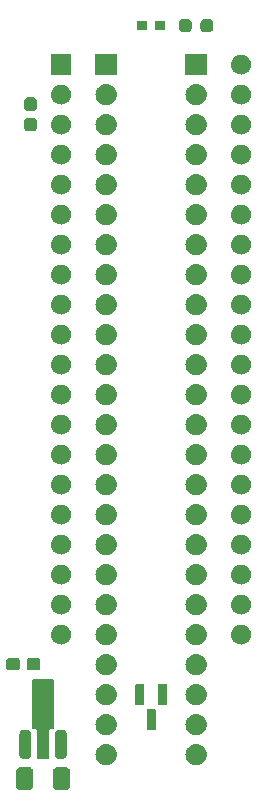
<source format=gbr>
G04 #@! TF.GenerationSoftware,KiCad,Pcbnew,7.0.11+dfsg-1build4*
G04 #@! TF.CreationDate,2024-12-04T10:25:33+09:00*
G04 #@! TF.ProjectId,bionic-f3850,62696f6e-6963-42d6-9633-3835302e6b69,5*
G04 #@! TF.SameCoordinates,Original*
G04 #@! TF.FileFunction,Soldermask,Top*
G04 #@! TF.FilePolarity,Negative*
%FSLAX46Y46*%
G04 Gerber Fmt 4.6, Leading zero omitted, Abs format (unit mm)*
G04 Created by KiCad (PCBNEW 7.0.11+dfsg-1build4) date 2024-12-04 10:25:33*
%MOMM*%
%LPD*%
G01*
G04 APERTURE LIST*
G04 APERTURE END LIST*
G36*
X103474914Y-134588995D02*
G01*
X103490726Y-134595976D01*
X103498531Y-134597213D01*
X103531039Y-134613776D01*
X103576106Y-134633676D01*
X103654324Y-134711894D01*
X103674226Y-134756967D01*
X103690786Y-134789468D01*
X103692021Y-134797270D01*
X103699005Y-134813086D01*
X103707000Y-134882000D01*
X103707000Y-136182000D01*
X103699005Y-136250914D01*
X103692021Y-136266729D01*
X103690786Y-136274531D01*
X103674229Y-136307024D01*
X103654324Y-136352106D01*
X103576106Y-136430324D01*
X103531024Y-136450229D01*
X103498531Y-136466786D01*
X103490729Y-136468021D01*
X103474914Y-136475005D01*
X103406000Y-136483000D01*
X102581000Y-136483000D01*
X102512086Y-136475005D01*
X102496270Y-136468021D01*
X102488468Y-136466786D01*
X102455967Y-136450226D01*
X102410894Y-136430324D01*
X102332676Y-136352106D01*
X102312776Y-136307039D01*
X102296213Y-136274531D01*
X102294976Y-136266726D01*
X102287995Y-136250914D01*
X102280000Y-136182000D01*
X102280000Y-134882000D01*
X102287995Y-134813086D01*
X102294976Y-134797274D01*
X102296213Y-134789468D01*
X102312780Y-134756953D01*
X102332676Y-134711894D01*
X102410894Y-134633676D01*
X102455953Y-134613780D01*
X102488468Y-134597213D01*
X102496274Y-134595976D01*
X102512086Y-134588995D01*
X102581000Y-134581000D01*
X103406000Y-134581000D01*
X103474914Y-134588995D01*
G37*
G36*
X106599914Y-134588995D02*
G01*
X106615726Y-134595976D01*
X106623531Y-134597213D01*
X106656039Y-134613776D01*
X106701106Y-134633676D01*
X106779324Y-134711894D01*
X106799226Y-134756967D01*
X106815786Y-134789468D01*
X106817021Y-134797270D01*
X106824005Y-134813086D01*
X106832000Y-134882000D01*
X106832000Y-136182000D01*
X106824005Y-136250914D01*
X106817021Y-136266729D01*
X106815786Y-136274531D01*
X106799229Y-136307024D01*
X106779324Y-136352106D01*
X106701106Y-136430324D01*
X106656024Y-136450229D01*
X106623531Y-136466786D01*
X106615729Y-136468021D01*
X106599914Y-136475005D01*
X106531000Y-136483000D01*
X105706000Y-136483000D01*
X105637086Y-136475005D01*
X105621270Y-136468021D01*
X105613468Y-136466786D01*
X105580967Y-136450226D01*
X105535894Y-136430324D01*
X105457676Y-136352106D01*
X105437776Y-136307039D01*
X105421213Y-136274531D01*
X105419976Y-136266726D01*
X105412995Y-136250914D01*
X105405000Y-136182000D01*
X105405000Y-134882000D01*
X105412995Y-134813086D01*
X105419976Y-134797274D01*
X105421213Y-134789468D01*
X105437780Y-134756953D01*
X105457676Y-134711894D01*
X105535894Y-134633676D01*
X105580953Y-134613780D01*
X105613468Y-134597213D01*
X105621274Y-134595976D01*
X105637086Y-134588995D01*
X105706000Y-134581000D01*
X106531000Y-134581000D01*
X106599914Y-134588995D01*
G37*
G36*
X109933983Y-132603936D02*
G01*
X109984180Y-132603936D01*
X110027524Y-132613149D01*
X110065659Y-132616905D01*
X110113566Y-132631437D01*
X110168424Y-132643098D01*
X110203530Y-132658728D01*
X110234566Y-132668143D01*
X110283884Y-132694504D01*
X110340500Y-132719711D01*
X110366822Y-132738835D01*
X110390232Y-132751348D01*
X110437988Y-132790540D01*
X110492887Y-132830427D01*
X110510711Y-132850223D01*
X110526675Y-132863324D01*
X110569572Y-132915594D01*
X110618924Y-132970405D01*
X110629292Y-132988363D01*
X110638651Y-132999767D01*
X110673273Y-133064542D01*
X110713104Y-133133530D01*
X110717685Y-133147630D01*
X110721856Y-133155433D01*
X110744852Y-133231242D01*
X110771311Y-133312672D01*
X110772242Y-133321532D01*
X110773094Y-133324340D01*
X110781384Y-133408513D01*
X110791000Y-133500000D01*
X110781383Y-133591494D01*
X110773094Y-133675659D01*
X110772242Y-133678466D01*
X110771311Y-133687328D01*
X110744848Y-133768771D01*
X110721856Y-133844566D01*
X110717686Y-133852366D01*
X110713104Y-133866470D01*
X110673266Y-133935470D01*
X110638651Y-134000232D01*
X110629294Y-134011633D01*
X110618924Y-134029595D01*
X110569563Y-134084415D01*
X110526675Y-134136675D01*
X110510714Y-134149773D01*
X110492887Y-134169573D01*
X110437977Y-134209467D01*
X110390232Y-134248651D01*
X110366827Y-134261161D01*
X110340500Y-134280289D01*
X110283873Y-134305500D01*
X110234566Y-134331856D01*
X110203537Y-134341268D01*
X110168424Y-134356902D01*
X110113555Y-134368564D01*
X110065659Y-134383094D01*
X110027532Y-134386849D01*
X109984180Y-134396064D01*
X109933973Y-134396064D01*
X109890000Y-134400395D01*
X109846027Y-134396064D01*
X109795820Y-134396064D01*
X109752467Y-134386849D01*
X109714340Y-134383094D01*
X109666441Y-134368563D01*
X109611576Y-134356902D01*
X109576464Y-134341269D01*
X109545433Y-134331856D01*
X109496120Y-134305498D01*
X109439500Y-134280289D01*
X109413175Y-134261163D01*
X109389767Y-134248651D01*
X109342013Y-134209460D01*
X109287113Y-134169573D01*
X109269287Y-134149776D01*
X109253324Y-134136675D01*
X109210425Y-134084402D01*
X109161076Y-134029595D01*
X109150708Y-134011637D01*
X109141348Y-134000232D01*
X109106719Y-133935447D01*
X109066896Y-133866470D01*
X109062315Y-133852371D01*
X109058143Y-133844566D01*
X109035136Y-133768725D01*
X109008689Y-133687328D01*
X109007758Y-133678471D01*
X109006905Y-133675659D01*
X108998600Y-133591342D01*
X108989000Y-133500000D01*
X108998599Y-133408664D01*
X109006905Y-133324340D01*
X109007758Y-133321527D01*
X109008689Y-133312672D01*
X109035132Y-133231288D01*
X109058143Y-133155433D01*
X109062315Y-133147626D01*
X109066896Y-133133530D01*
X109106712Y-133064565D01*
X109141348Y-132999767D01*
X109150710Y-132988359D01*
X109161076Y-132970405D01*
X109210416Y-132915607D01*
X109253324Y-132863324D01*
X109269291Y-132850219D01*
X109287113Y-132830427D01*
X109342002Y-132790546D01*
X109389767Y-132751348D01*
X109413180Y-132738833D01*
X109439500Y-132719711D01*
X109496109Y-132694506D01*
X109545433Y-132668143D01*
X109576471Y-132658727D01*
X109611576Y-132643098D01*
X109666430Y-132631438D01*
X109714340Y-132616905D01*
X109752476Y-132613148D01*
X109795820Y-132603936D01*
X109846016Y-132603936D01*
X109890000Y-132599604D01*
X109933983Y-132603936D01*
G37*
G36*
X117553983Y-132603936D02*
G01*
X117604180Y-132603936D01*
X117647524Y-132613149D01*
X117685659Y-132616905D01*
X117733566Y-132631437D01*
X117788424Y-132643098D01*
X117823530Y-132658728D01*
X117854566Y-132668143D01*
X117903884Y-132694504D01*
X117960500Y-132719711D01*
X117986822Y-132738835D01*
X118010232Y-132751348D01*
X118057988Y-132790540D01*
X118112887Y-132830427D01*
X118130711Y-132850223D01*
X118146675Y-132863324D01*
X118189572Y-132915594D01*
X118238924Y-132970405D01*
X118249292Y-132988363D01*
X118258651Y-132999767D01*
X118293273Y-133064542D01*
X118333104Y-133133530D01*
X118337685Y-133147630D01*
X118341856Y-133155433D01*
X118364852Y-133231242D01*
X118391311Y-133312672D01*
X118392242Y-133321532D01*
X118393094Y-133324340D01*
X118401384Y-133408513D01*
X118411000Y-133500000D01*
X118401383Y-133591494D01*
X118393094Y-133675659D01*
X118392242Y-133678466D01*
X118391311Y-133687328D01*
X118364848Y-133768771D01*
X118341856Y-133844566D01*
X118337686Y-133852366D01*
X118333104Y-133866470D01*
X118293266Y-133935470D01*
X118258651Y-134000232D01*
X118249294Y-134011633D01*
X118238924Y-134029595D01*
X118189563Y-134084415D01*
X118146675Y-134136675D01*
X118130714Y-134149773D01*
X118112887Y-134169573D01*
X118057977Y-134209467D01*
X118010232Y-134248651D01*
X117986827Y-134261161D01*
X117960500Y-134280289D01*
X117903873Y-134305500D01*
X117854566Y-134331856D01*
X117823537Y-134341268D01*
X117788424Y-134356902D01*
X117733555Y-134368564D01*
X117685659Y-134383094D01*
X117647532Y-134386849D01*
X117604180Y-134396064D01*
X117553973Y-134396064D01*
X117510000Y-134400395D01*
X117466027Y-134396064D01*
X117415820Y-134396064D01*
X117372467Y-134386849D01*
X117334340Y-134383094D01*
X117286441Y-134368563D01*
X117231576Y-134356902D01*
X117196464Y-134341269D01*
X117165433Y-134331856D01*
X117116120Y-134305498D01*
X117059500Y-134280289D01*
X117033175Y-134261163D01*
X117009767Y-134248651D01*
X116962013Y-134209460D01*
X116907113Y-134169573D01*
X116889287Y-134149776D01*
X116873324Y-134136675D01*
X116830425Y-134084402D01*
X116781076Y-134029595D01*
X116770708Y-134011637D01*
X116761348Y-134000232D01*
X116726719Y-133935447D01*
X116686896Y-133866470D01*
X116682315Y-133852371D01*
X116678143Y-133844566D01*
X116655136Y-133768725D01*
X116628689Y-133687328D01*
X116627758Y-133678471D01*
X116626905Y-133675659D01*
X116618600Y-133591342D01*
X116609000Y-133500000D01*
X116618599Y-133408664D01*
X116626905Y-133324340D01*
X116627758Y-133321527D01*
X116628689Y-133312672D01*
X116655132Y-133231288D01*
X116678143Y-133155433D01*
X116682315Y-133147626D01*
X116686896Y-133133530D01*
X116726712Y-133064565D01*
X116761348Y-132999767D01*
X116770710Y-132988359D01*
X116781076Y-132970405D01*
X116830416Y-132915607D01*
X116873324Y-132863324D01*
X116889291Y-132850219D01*
X116907113Y-132830427D01*
X116962002Y-132790546D01*
X117009767Y-132751348D01*
X117033180Y-132738833D01*
X117059500Y-132719711D01*
X117116109Y-132694506D01*
X117165433Y-132668143D01*
X117196471Y-132658727D01*
X117231576Y-132643098D01*
X117286430Y-132631438D01*
X117334340Y-132616905D01*
X117372476Y-132613148D01*
X117415820Y-132603936D01*
X117466016Y-132603936D01*
X117510000Y-132599604D01*
X117553983Y-132603936D01*
G37*
G36*
X103319433Y-131454644D02*
G01*
X103365806Y-131461989D01*
X103371857Y-131465072D01*
X103386621Y-131468009D01*
X103415525Y-131487323D01*
X103442311Y-131500971D01*
X103455118Y-131513778D01*
X103476161Y-131527839D01*
X103490221Y-131548881D01*
X103503028Y-131561688D01*
X103516674Y-131588471D01*
X103535991Y-131617379D01*
X103538927Y-131632144D01*
X103542010Y-131638193D01*
X103549351Y-131684545D01*
X103557000Y-131723000D01*
X103557000Y-133573000D01*
X103549350Y-133611458D01*
X103542010Y-133657806D01*
X103538928Y-133663854D01*
X103535991Y-133678621D01*
X103516672Y-133707532D01*
X103503028Y-133734311D01*
X103490223Y-133747115D01*
X103476161Y-133768161D01*
X103455115Y-133782223D01*
X103442311Y-133795028D01*
X103415532Y-133808672D01*
X103386621Y-133827991D01*
X103371854Y-133830928D01*
X103365806Y-133834010D01*
X103319458Y-133841350D01*
X103281000Y-133849000D01*
X102831000Y-133849000D01*
X102792545Y-133841351D01*
X102746193Y-133834010D01*
X102740144Y-133830927D01*
X102725379Y-133827991D01*
X102696471Y-133808674D01*
X102669688Y-133795028D01*
X102656881Y-133782221D01*
X102635839Y-133768161D01*
X102621778Y-133747118D01*
X102608971Y-133734311D01*
X102595323Y-133707525D01*
X102576009Y-133678621D01*
X102573072Y-133663857D01*
X102569989Y-133657806D01*
X102562644Y-133611433D01*
X102555000Y-133573000D01*
X102555000Y-131723000D01*
X102562644Y-131684570D01*
X102569989Y-131638193D01*
X102573072Y-131632141D01*
X102576009Y-131617379D01*
X102595320Y-131588477D01*
X102608971Y-131561688D01*
X102621780Y-131548878D01*
X102635839Y-131527839D01*
X102656878Y-131513780D01*
X102669688Y-131500971D01*
X102696477Y-131487320D01*
X102725379Y-131468009D01*
X102740141Y-131465072D01*
X102746193Y-131461989D01*
X102792570Y-131454644D01*
X102831000Y-131447000D01*
X103281000Y-131447000D01*
X103319433Y-131454644D01*
G37*
G36*
X105442017Y-127150882D02*
G01*
X105458562Y-127161938D01*
X105469618Y-127178483D01*
X105473500Y-127198000D01*
X105473500Y-131323000D01*
X105469618Y-131342517D01*
X105458562Y-131359062D01*
X105442017Y-131370118D01*
X105422500Y-131374000D01*
X105410190Y-131374000D01*
X105130223Y-131374000D01*
X105057000Y-131447223D01*
X105057000Y-133798000D01*
X105053118Y-133817517D01*
X105042062Y-133834062D01*
X105025517Y-133845118D01*
X105006000Y-133849000D01*
X104993690Y-133849000D01*
X104118310Y-133849000D01*
X104106000Y-133849000D01*
X104086483Y-133845118D01*
X104069938Y-133834062D01*
X104058882Y-133817517D01*
X104055000Y-133798000D01*
X104055000Y-131447223D01*
X103981777Y-131374000D01*
X103689500Y-131374000D01*
X103669983Y-131370118D01*
X103653438Y-131359062D01*
X103642382Y-131342517D01*
X103638500Y-131323000D01*
X103638500Y-127198000D01*
X103642382Y-127178483D01*
X103653438Y-127161938D01*
X103669983Y-127150882D01*
X103689500Y-127147000D01*
X105422500Y-127147000D01*
X105442017Y-127150882D01*
G37*
G36*
X106319433Y-131454644D02*
G01*
X106365806Y-131461989D01*
X106371857Y-131465072D01*
X106386621Y-131468009D01*
X106415525Y-131487323D01*
X106442311Y-131500971D01*
X106455118Y-131513778D01*
X106476161Y-131527839D01*
X106490221Y-131548881D01*
X106503028Y-131561688D01*
X106516674Y-131588471D01*
X106535991Y-131617379D01*
X106538927Y-131632144D01*
X106542010Y-131638193D01*
X106549351Y-131684545D01*
X106557000Y-131723000D01*
X106557000Y-133573000D01*
X106549350Y-133611458D01*
X106542010Y-133657806D01*
X106538928Y-133663854D01*
X106535991Y-133678621D01*
X106516672Y-133707532D01*
X106503028Y-133734311D01*
X106490223Y-133747115D01*
X106476161Y-133768161D01*
X106455115Y-133782223D01*
X106442311Y-133795028D01*
X106415532Y-133808672D01*
X106386621Y-133827991D01*
X106371854Y-133830928D01*
X106365806Y-133834010D01*
X106319458Y-133841350D01*
X106281000Y-133849000D01*
X105831000Y-133849000D01*
X105792545Y-133841351D01*
X105746193Y-133834010D01*
X105740144Y-133830927D01*
X105725379Y-133827991D01*
X105696471Y-133808674D01*
X105669688Y-133795028D01*
X105656881Y-133782221D01*
X105635839Y-133768161D01*
X105621778Y-133747118D01*
X105608971Y-133734311D01*
X105595323Y-133707525D01*
X105576009Y-133678621D01*
X105573072Y-133663857D01*
X105569989Y-133657806D01*
X105562644Y-133611433D01*
X105555000Y-133573000D01*
X105555000Y-131723000D01*
X105562644Y-131684570D01*
X105569989Y-131638193D01*
X105573072Y-131632141D01*
X105576009Y-131617379D01*
X105595322Y-131588475D01*
X105608972Y-131561687D01*
X105621780Y-131548878D01*
X105635839Y-131527839D01*
X105656878Y-131513780D01*
X105669687Y-131500972D01*
X105696475Y-131487322D01*
X105725379Y-131468009D01*
X105740141Y-131465072D01*
X105746193Y-131461989D01*
X105792570Y-131454644D01*
X105831000Y-131447000D01*
X106281000Y-131447000D01*
X106319433Y-131454644D01*
G37*
G36*
X109933983Y-130063936D02*
G01*
X109984180Y-130063936D01*
X110027524Y-130073149D01*
X110065659Y-130076905D01*
X110113566Y-130091437D01*
X110168424Y-130103098D01*
X110203530Y-130118728D01*
X110234566Y-130128143D01*
X110283884Y-130154504D01*
X110340500Y-130179711D01*
X110366822Y-130198835D01*
X110390232Y-130211348D01*
X110437988Y-130250540D01*
X110492887Y-130290427D01*
X110510711Y-130310223D01*
X110526675Y-130323324D01*
X110569572Y-130375594D01*
X110618924Y-130430405D01*
X110629292Y-130448363D01*
X110638651Y-130459767D01*
X110673273Y-130524542D01*
X110713104Y-130593530D01*
X110717685Y-130607630D01*
X110721856Y-130615433D01*
X110744852Y-130691242D01*
X110771311Y-130772672D01*
X110772242Y-130781532D01*
X110773094Y-130784340D01*
X110781384Y-130868513D01*
X110791000Y-130960000D01*
X110781383Y-131051494D01*
X110773094Y-131135659D01*
X110772242Y-131138466D01*
X110771311Y-131147328D01*
X110744848Y-131228771D01*
X110721856Y-131304566D01*
X110717686Y-131312366D01*
X110713104Y-131326470D01*
X110673266Y-131395470D01*
X110638651Y-131460232D01*
X110629294Y-131471633D01*
X110618924Y-131489595D01*
X110569563Y-131544415D01*
X110526675Y-131596675D01*
X110510714Y-131609773D01*
X110492887Y-131629573D01*
X110437977Y-131669467D01*
X110390232Y-131708651D01*
X110366827Y-131721161D01*
X110340500Y-131740289D01*
X110283873Y-131765500D01*
X110234566Y-131791856D01*
X110203537Y-131801268D01*
X110168424Y-131816902D01*
X110113555Y-131828564D01*
X110065659Y-131843094D01*
X110027532Y-131846849D01*
X109984180Y-131856064D01*
X109933973Y-131856064D01*
X109890000Y-131860395D01*
X109846027Y-131856064D01*
X109795820Y-131856064D01*
X109752467Y-131846849D01*
X109714340Y-131843094D01*
X109666441Y-131828563D01*
X109611576Y-131816902D01*
X109576464Y-131801269D01*
X109545433Y-131791856D01*
X109496120Y-131765498D01*
X109439500Y-131740289D01*
X109413175Y-131721163D01*
X109389767Y-131708651D01*
X109342013Y-131669460D01*
X109287113Y-131629573D01*
X109269287Y-131609776D01*
X109253324Y-131596675D01*
X109210425Y-131544402D01*
X109161076Y-131489595D01*
X109150708Y-131471637D01*
X109141348Y-131460232D01*
X109106719Y-131395447D01*
X109066896Y-131326470D01*
X109062315Y-131312371D01*
X109058143Y-131304566D01*
X109035136Y-131228725D01*
X109008689Y-131147328D01*
X109007758Y-131138471D01*
X109006905Y-131135659D01*
X108998600Y-131051342D01*
X108989000Y-130960000D01*
X108998599Y-130868664D01*
X109006905Y-130784340D01*
X109007758Y-130781527D01*
X109008689Y-130772672D01*
X109035132Y-130691288D01*
X109058143Y-130615433D01*
X109062315Y-130607626D01*
X109066896Y-130593530D01*
X109106712Y-130524565D01*
X109141348Y-130459767D01*
X109150710Y-130448359D01*
X109161076Y-130430405D01*
X109210416Y-130375607D01*
X109253324Y-130323324D01*
X109269291Y-130310219D01*
X109287113Y-130290427D01*
X109342002Y-130250546D01*
X109389767Y-130211348D01*
X109413180Y-130198833D01*
X109439500Y-130179711D01*
X109496109Y-130154506D01*
X109545433Y-130128143D01*
X109576471Y-130118727D01*
X109611576Y-130103098D01*
X109666430Y-130091438D01*
X109714340Y-130076905D01*
X109752476Y-130073148D01*
X109795820Y-130063936D01*
X109846016Y-130063936D01*
X109890000Y-130059604D01*
X109933983Y-130063936D01*
G37*
G36*
X117553983Y-130063936D02*
G01*
X117604180Y-130063936D01*
X117647524Y-130073149D01*
X117685659Y-130076905D01*
X117733566Y-130091437D01*
X117788424Y-130103098D01*
X117823530Y-130118728D01*
X117854566Y-130128143D01*
X117903884Y-130154504D01*
X117960500Y-130179711D01*
X117986822Y-130198835D01*
X118010232Y-130211348D01*
X118057988Y-130250540D01*
X118112887Y-130290427D01*
X118130711Y-130310223D01*
X118146675Y-130323324D01*
X118189572Y-130375594D01*
X118238924Y-130430405D01*
X118249292Y-130448363D01*
X118258651Y-130459767D01*
X118293273Y-130524542D01*
X118333104Y-130593530D01*
X118337685Y-130607630D01*
X118341856Y-130615433D01*
X118364852Y-130691242D01*
X118391311Y-130772672D01*
X118392242Y-130781532D01*
X118393094Y-130784340D01*
X118401384Y-130868513D01*
X118411000Y-130960000D01*
X118401383Y-131051494D01*
X118393094Y-131135659D01*
X118392242Y-131138466D01*
X118391311Y-131147328D01*
X118364848Y-131228771D01*
X118341856Y-131304566D01*
X118337686Y-131312366D01*
X118333104Y-131326470D01*
X118293266Y-131395470D01*
X118258651Y-131460232D01*
X118249294Y-131471633D01*
X118238924Y-131489595D01*
X118189563Y-131544415D01*
X118146675Y-131596675D01*
X118130714Y-131609773D01*
X118112887Y-131629573D01*
X118057977Y-131669467D01*
X118010232Y-131708651D01*
X117986827Y-131721161D01*
X117960500Y-131740289D01*
X117903873Y-131765500D01*
X117854566Y-131791856D01*
X117823537Y-131801268D01*
X117788424Y-131816902D01*
X117733555Y-131828564D01*
X117685659Y-131843094D01*
X117647532Y-131846849D01*
X117604180Y-131856064D01*
X117553973Y-131856064D01*
X117510000Y-131860395D01*
X117466027Y-131856064D01*
X117415820Y-131856064D01*
X117372467Y-131846849D01*
X117334340Y-131843094D01*
X117286441Y-131828563D01*
X117231576Y-131816902D01*
X117196464Y-131801269D01*
X117165433Y-131791856D01*
X117116120Y-131765498D01*
X117059500Y-131740289D01*
X117033175Y-131721163D01*
X117009767Y-131708651D01*
X116962013Y-131669460D01*
X116907113Y-131629573D01*
X116889287Y-131609776D01*
X116873324Y-131596675D01*
X116830425Y-131544402D01*
X116781076Y-131489595D01*
X116770708Y-131471637D01*
X116761348Y-131460232D01*
X116726719Y-131395447D01*
X116686896Y-131326470D01*
X116682315Y-131312371D01*
X116678143Y-131304566D01*
X116655136Y-131228725D01*
X116628689Y-131147328D01*
X116627758Y-131138471D01*
X116626905Y-131135659D01*
X116618600Y-131051342D01*
X116609000Y-130960000D01*
X116618599Y-130868664D01*
X116626905Y-130784340D01*
X116627758Y-130781527D01*
X116628689Y-130772672D01*
X116655132Y-130691288D01*
X116678143Y-130615433D01*
X116682315Y-130607626D01*
X116686896Y-130593530D01*
X116726712Y-130524565D01*
X116761348Y-130459767D01*
X116770710Y-130448359D01*
X116781076Y-130430405D01*
X116830416Y-130375607D01*
X116873324Y-130323324D01*
X116889291Y-130310219D01*
X116907113Y-130290427D01*
X116962002Y-130250546D01*
X117009767Y-130211348D01*
X117033180Y-130198833D01*
X117059500Y-130179711D01*
X117116109Y-130154506D01*
X117165433Y-130128143D01*
X117196471Y-130118727D01*
X117231576Y-130103098D01*
X117286430Y-130091438D01*
X117334340Y-130076905D01*
X117372476Y-130073148D01*
X117415820Y-130063936D01*
X117466016Y-130063936D01*
X117510000Y-130059604D01*
X117553983Y-130063936D01*
G37*
G36*
X114049717Y-129692082D02*
G01*
X114066262Y-129703138D01*
X114077318Y-129719683D01*
X114081200Y-129739200D01*
X114081200Y-131364800D01*
X114077318Y-131384317D01*
X114066262Y-131400862D01*
X114049717Y-131411918D01*
X114030200Y-131415800D01*
X113369800Y-131415800D01*
X113350283Y-131411918D01*
X113333738Y-131400862D01*
X113322682Y-131384317D01*
X113318800Y-131364800D01*
X113318800Y-129739200D01*
X113322682Y-129719683D01*
X113333738Y-129703138D01*
X113350283Y-129692082D01*
X113369800Y-129688200D01*
X114030200Y-129688200D01*
X114049717Y-129692082D01*
G37*
G36*
X109933983Y-127523936D02*
G01*
X109984180Y-127523936D01*
X110027524Y-127533149D01*
X110065659Y-127536905D01*
X110113566Y-127551437D01*
X110168424Y-127563098D01*
X110203530Y-127578728D01*
X110234566Y-127588143D01*
X110283884Y-127614504D01*
X110340500Y-127639711D01*
X110366822Y-127658835D01*
X110390232Y-127671348D01*
X110437988Y-127710540D01*
X110492887Y-127750427D01*
X110510711Y-127770223D01*
X110526675Y-127783324D01*
X110569572Y-127835594D01*
X110618924Y-127890405D01*
X110629292Y-127908363D01*
X110638651Y-127919767D01*
X110673273Y-127984542D01*
X110713104Y-128053530D01*
X110717685Y-128067630D01*
X110721856Y-128075433D01*
X110744852Y-128151242D01*
X110771311Y-128232672D01*
X110772242Y-128241532D01*
X110773094Y-128244340D01*
X110781384Y-128328513D01*
X110791000Y-128420000D01*
X110781383Y-128511494D01*
X110773094Y-128595659D01*
X110772242Y-128598466D01*
X110771311Y-128607328D01*
X110744848Y-128688771D01*
X110721856Y-128764566D01*
X110717686Y-128772366D01*
X110713104Y-128786470D01*
X110673266Y-128855470D01*
X110638651Y-128920232D01*
X110629294Y-128931633D01*
X110618924Y-128949595D01*
X110569563Y-129004415D01*
X110526675Y-129056675D01*
X110510714Y-129069773D01*
X110492887Y-129089573D01*
X110437977Y-129129467D01*
X110390232Y-129168651D01*
X110366827Y-129181161D01*
X110340500Y-129200289D01*
X110283873Y-129225500D01*
X110234566Y-129251856D01*
X110203537Y-129261268D01*
X110168424Y-129276902D01*
X110113555Y-129288564D01*
X110065659Y-129303094D01*
X110027532Y-129306849D01*
X109984180Y-129316064D01*
X109933973Y-129316064D01*
X109890000Y-129320395D01*
X109846027Y-129316064D01*
X109795820Y-129316064D01*
X109752467Y-129306849D01*
X109714340Y-129303094D01*
X109666441Y-129288563D01*
X109611576Y-129276902D01*
X109576464Y-129261269D01*
X109545433Y-129251856D01*
X109496120Y-129225498D01*
X109439500Y-129200289D01*
X109413175Y-129181163D01*
X109389767Y-129168651D01*
X109342013Y-129129460D01*
X109287113Y-129089573D01*
X109269287Y-129069776D01*
X109253324Y-129056675D01*
X109210425Y-129004402D01*
X109161076Y-128949595D01*
X109150708Y-128931637D01*
X109141348Y-128920232D01*
X109106719Y-128855447D01*
X109066896Y-128786470D01*
X109062315Y-128772371D01*
X109058143Y-128764566D01*
X109035136Y-128688725D01*
X109008689Y-128607328D01*
X109007758Y-128598471D01*
X109006905Y-128595659D01*
X108998600Y-128511342D01*
X108989000Y-128420000D01*
X108998599Y-128328664D01*
X109006905Y-128244340D01*
X109007758Y-128241527D01*
X109008689Y-128232672D01*
X109035132Y-128151288D01*
X109058143Y-128075433D01*
X109062315Y-128067626D01*
X109066896Y-128053530D01*
X109106712Y-127984565D01*
X109141348Y-127919767D01*
X109150710Y-127908359D01*
X109161076Y-127890405D01*
X109210416Y-127835607D01*
X109253324Y-127783324D01*
X109269291Y-127770219D01*
X109287113Y-127750427D01*
X109342002Y-127710546D01*
X109389767Y-127671348D01*
X109413180Y-127658833D01*
X109439500Y-127639711D01*
X109496109Y-127614506D01*
X109545433Y-127588143D01*
X109576471Y-127578727D01*
X109611576Y-127563098D01*
X109666430Y-127551438D01*
X109714340Y-127536905D01*
X109752476Y-127533148D01*
X109795820Y-127523936D01*
X109846016Y-127523936D01*
X109890000Y-127519604D01*
X109933983Y-127523936D01*
G37*
G36*
X117553983Y-127523936D02*
G01*
X117604180Y-127523936D01*
X117647524Y-127533149D01*
X117685659Y-127536905D01*
X117733566Y-127551437D01*
X117788424Y-127563098D01*
X117823530Y-127578728D01*
X117854566Y-127588143D01*
X117903884Y-127614504D01*
X117960500Y-127639711D01*
X117986822Y-127658835D01*
X118010232Y-127671348D01*
X118057988Y-127710540D01*
X118112887Y-127750427D01*
X118130711Y-127770223D01*
X118146675Y-127783324D01*
X118189572Y-127835594D01*
X118238924Y-127890405D01*
X118249292Y-127908363D01*
X118258651Y-127919767D01*
X118293273Y-127984542D01*
X118333104Y-128053530D01*
X118337685Y-128067630D01*
X118341856Y-128075433D01*
X118364852Y-128151242D01*
X118391311Y-128232672D01*
X118392242Y-128241532D01*
X118393094Y-128244340D01*
X118401384Y-128328513D01*
X118411000Y-128420000D01*
X118401383Y-128511494D01*
X118393094Y-128595659D01*
X118392242Y-128598466D01*
X118391311Y-128607328D01*
X118364848Y-128688771D01*
X118341856Y-128764566D01*
X118337686Y-128772366D01*
X118333104Y-128786470D01*
X118293266Y-128855470D01*
X118258651Y-128920232D01*
X118249294Y-128931633D01*
X118238924Y-128949595D01*
X118189563Y-129004415D01*
X118146675Y-129056675D01*
X118130714Y-129069773D01*
X118112887Y-129089573D01*
X118057977Y-129129467D01*
X118010232Y-129168651D01*
X117986827Y-129181161D01*
X117960500Y-129200289D01*
X117903873Y-129225500D01*
X117854566Y-129251856D01*
X117823537Y-129261268D01*
X117788424Y-129276902D01*
X117733555Y-129288564D01*
X117685659Y-129303094D01*
X117647532Y-129306849D01*
X117604180Y-129316064D01*
X117553973Y-129316064D01*
X117510000Y-129320395D01*
X117466027Y-129316064D01*
X117415820Y-129316064D01*
X117372467Y-129306849D01*
X117334340Y-129303094D01*
X117286441Y-129288563D01*
X117231576Y-129276902D01*
X117196464Y-129261269D01*
X117165433Y-129251856D01*
X117116120Y-129225498D01*
X117059500Y-129200289D01*
X117033175Y-129181163D01*
X117009767Y-129168651D01*
X116962013Y-129129460D01*
X116907113Y-129089573D01*
X116889287Y-129069776D01*
X116873324Y-129056675D01*
X116830425Y-129004402D01*
X116781076Y-128949595D01*
X116770708Y-128931637D01*
X116761348Y-128920232D01*
X116726719Y-128855447D01*
X116686896Y-128786470D01*
X116682315Y-128772371D01*
X116678143Y-128764566D01*
X116655136Y-128688725D01*
X116628689Y-128607328D01*
X116627758Y-128598471D01*
X116626905Y-128595659D01*
X116618600Y-128511342D01*
X116609000Y-128420000D01*
X116618599Y-128328664D01*
X116626905Y-128244340D01*
X116627758Y-128241527D01*
X116628689Y-128232672D01*
X116655132Y-128151288D01*
X116678143Y-128075433D01*
X116682315Y-128067626D01*
X116686896Y-128053530D01*
X116726712Y-127984565D01*
X116761348Y-127919767D01*
X116770710Y-127908359D01*
X116781076Y-127890405D01*
X116830416Y-127835607D01*
X116873324Y-127783324D01*
X116889291Y-127770219D01*
X116907113Y-127750427D01*
X116962002Y-127710546D01*
X117009767Y-127671348D01*
X117033180Y-127658833D01*
X117059500Y-127639711D01*
X117116109Y-127614506D01*
X117165433Y-127588143D01*
X117196471Y-127578727D01*
X117231576Y-127563098D01*
X117286430Y-127551438D01*
X117334340Y-127536905D01*
X117372476Y-127533148D01*
X117415820Y-127523936D01*
X117466016Y-127523936D01*
X117510000Y-127519604D01*
X117553983Y-127523936D01*
G37*
G36*
X113099716Y-127560082D02*
G01*
X113116261Y-127571138D01*
X113127317Y-127587683D01*
X113131199Y-127607200D01*
X113131199Y-129232800D01*
X113127317Y-129252317D01*
X113116261Y-129268862D01*
X113099716Y-129279918D01*
X113080199Y-129283800D01*
X112419799Y-129283800D01*
X112400282Y-129279918D01*
X112383737Y-129268862D01*
X112372681Y-129252317D01*
X112368799Y-129232800D01*
X112368799Y-127607200D01*
X112372681Y-127587683D01*
X112383737Y-127571138D01*
X112400282Y-127560082D01*
X112419799Y-127556200D01*
X113080199Y-127556200D01*
X113099716Y-127560082D01*
G37*
G36*
X114999718Y-127560082D02*
G01*
X115016263Y-127571138D01*
X115027319Y-127587683D01*
X115031201Y-127607200D01*
X115031201Y-129232800D01*
X115027319Y-129252317D01*
X115016263Y-129268862D01*
X114999718Y-129279918D01*
X114980201Y-129283800D01*
X114319801Y-129283800D01*
X114300284Y-129279918D01*
X114283739Y-129268862D01*
X114272683Y-129252317D01*
X114268801Y-129232800D01*
X114268801Y-127607200D01*
X114272683Y-127587683D01*
X114283739Y-127571138D01*
X114300284Y-127560082D01*
X114319801Y-127556200D01*
X114980201Y-127556200D01*
X114999718Y-127560082D01*
G37*
G36*
X109933983Y-124983936D02*
G01*
X109984180Y-124983936D01*
X110027524Y-124993149D01*
X110065659Y-124996905D01*
X110113566Y-125011437D01*
X110168424Y-125023098D01*
X110203530Y-125038728D01*
X110234566Y-125048143D01*
X110283884Y-125074504D01*
X110340500Y-125099711D01*
X110366822Y-125118835D01*
X110390232Y-125131348D01*
X110437988Y-125170540D01*
X110492887Y-125210427D01*
X110510711Y-125230223D01*
X110526675Y-125243324D01*
X110569572Y-125295594D01*
X110618924Y-125350405D01*
X110629292Y-125368363D01*
X110638651Y-125379767D01*
X110673273Y-125444542D01*
X110713104Y-125513530D01*
X110717685Y-125527630D01*
X110721856Y-125535433D01*
X110744852Y-125611242D01*
X110771311Y-125692672D01*
X110772242Y-125701532D01*
X110773094Y-125704340D01*
X110781384Y-125788513D01*
X110791000Y-125880000D01*
X110781383Y-125971494D01*
X110773094Y-126055659D01*
X110772242Y-126058466D01*
X110771311Y-126067328D01*
X110744848Y-126148771D01*
X110721856Y-126224566D01*
X110717686Y-126232366D01*
X110713104Y-126246470D01*
X110673266Y-126315470D01*
X110638651Y-126380232D01*
X110629294Y-126391633D01*
X110618924Y-126409595D01*
X110569563Y-126464415D01*
X110526675Y-126516675D01*
X110510714Y-126529773D01*
X110492887Y-126549573D01*
X110437977Y-126589467D01*
X110390232Y-126628651D01*
X110366827Y-126641161D01*
X110340500Y-126660289D01*
X110283873Y-126685500D01*
X110234566Y-126711856D01*
X110203537Y-126721268D01*
X110168424Y-126736902D01*
X110113555Y-126748564D01*
X110065659Y-126763094D01*
X110027532Y-126766849D01*
X109984180Y-126776064D01*
X109933973Y-126776064D01*
X109890000Y-126780395D01*
X109846027Y-126776064D01*
X109795820Y-126776064D01*
X109752467Y-126766849D01*
X109714340Y-126763094D01*
X109666441Y-126748563D01*
X109611576Y-126736902D01*
X109576464Y-126721269D01*
X109545433Y-126711856D01*
X109496120Y-126685498D01*
X109439500Y-126660289D01*
X109413175Y-126641163D01*
X109389767Y-126628651D01*
X109342013Y-126589460D01*
X109287113Y-126549573D01*
X109269287Y-126529776D01*
X109253324Y-126516675D01*
X109210425Y-126464402D01*
X109161076Y-126409595D01*
X109150708Y-126391637D01*
X109141348Y-126380232D01*
X109106719Y-126315447D01*
X109066896Y-126246470D01*
X109062315Y-126232371D01*
X109058143Y-126224566D01*
X109035136Y-126148725D01*
X109008689Y-126067328D01*
X109007758Y-126058471D01*
X109006905Y-126055659D01*
X108998600Y-125971342D01*
X108989000Y-125880000D01*
X108998599Y-125788664D01*
X109006905Y-125704340D01*
X109007758Y-125701527D01*
X109008689Y-125692672D01*
X109035132Y-125611288D01*
X109058143Y-125535433D01*
X109062315Y-125527626D01*
X109066896Y-125513530D01*
X109106712Y-125444565D01*
X109141348Y-125379767D01*
X109150710Y-125368359D01*
X109161076Y-125350405D01*
X109210416Y-125295607D01*
X109253324Y-125243324D01*
X109269291Y-125230219D01*
X109287113Y-125210427D01*
X109342002Y-125170546D01*
X109389767Y-125131348D01*
X109413180Y-125118833D01*
X109439500Y-125099711D01*
X109496109Y-125074506D01*
X109545433Y-125048143D01*
X109576471Y-125038727D01*
X109611576Y-125023098D01*
X109666430Y-125011438D01*
X109714340Y-124996905D01*
X109752476Y-124993148D01*
X109795820Y-124983936D01*
X109846016Y-124983936D01*
X109890000Y-124979604D01*
X109933983Y-124983936D01*
G37*
G36*
X117553983Y-124983936D02*
G01*
X117604180Y-124983936D01*
X117647524Y-124993149D01*
X117685659Y-124996905D01*
X117733566Y-125011437D01*
X117788424Y-125023098D01*
X117823530Y-125038728D01*
X117854566Y-125048143D01*
X117903884Y-125074504D01*
X117960500Y-125099711D01*
X117986822Y-125118835D01*
X118010232Y-125131348D01*
X118057988Y-125170540D01*
X118112887Y-125210427D01*
X118130711Y-125230223D01*
X118146675Y-125243324D01*
X118189572Y-125295594D01*
X118238924Y-125350405D01*
X118249292Y-125368363D01*
X118258651Y-125379767D01*
X118293273Y-125444542D01*
X118333104Y-125513530D01*
X118337685Y-125527630D01*
X118341856Y-125535433D01*
X118364852Y-125611242D01*
X118391311Y-125692672D01*
X118392242Y-125701532D01*
X118393094Y-125704340D01*
X118401384Y-125788513D01*
X118411000Y-125880000D01*
X118401383Y-125971494D01*
X118393094Y-126055659D01*
X118392242Y-126058466D01*
X118391311Y-126067328D01*
X118364848Y-126148771D01*
X118341856Y-126224566D01*
X118337686Y-126232366D01*
X118333104Y-126246470D01*
X118293266Y-126315470D01*
X118258651Y-126380232D01*
X118249294Y-126391633D01*
X118238924Y-126409595D01*
X118189563Y-126464415D01*
X118146675Y-126516675D01*
X118130714Y-126529773D01*
X118112887Y-126549573D01*
X118057977Y-126589467D01*
X118010232Y-126628651D01*
X117986827Y-126641161D01*
X117960500Y-126660289D01*
X117903873Y-126685500D01*
X117854566Y-126711856D01*
X117823537Y-126721268D01*
X117788424Y-126736902D01*
X117733555Y-126748564D01*
X117685659Y-126763094D01*
X117647532Y-126766849D01*
X117604180Y-126776064D01*
X117553973Y-126776064D01*
X117510000Y-126780395D01*
X117466027Y-126776064D01*
X117415820Y-126776064D01*
X117372467Y-126766849D01*
X117334340Y-126763094D01*
X117286441Y-126748563D01*
X117231576Y-126736902D01*
X117196464Y-126721269D01*
X117165433Y-126711856D01*
X117116120Y-126685498D01*
X117059500Y-126660289D01*
X117033175Y-126641163D01*
X117009767Y-126628651D01*
X116962013Y-126589460D01*
X116907113Y-126549573D01*
X116889287Y-126529776D01*
X116873324Y-126516675D01*
X116830425Y-126464402D01*
X116781076Y-126409595D01*
X116770708Y-126391637D01*
X116761348Y-126380232D01*
X116726719Y-126315447D01*
X116686896Y-126246470D01*
X116682315Y-126232371D01*
X116678143Y-126224566D01*
X116655136Y-126148725D01*
X116628689Y-126067328D01*
X116627758Y-126058471D01*
X116626905Y-126055659D01*
X116618600Y-125971342D01*
X116609000Y-125880000D01*
X116618599Y-125788664D01*
X116626905Y-125704340D01*
X116627758Y-125701527D01*
X116628689Y-125692672D01*
X116655132Y-125611288D01*
X116678143Y-125535433D01*
X116682315Y-125527626D01*
X116686896Y-125513530D01*
X116726712Y-125444565D01*
X116761348Y-125379767D01*
X116770710Y-125368359D01*
X116781076Y-125350405D01*
X116830416Y-125295607D01*
X116873324Y-125243324D01*
X116889291Y-125230219D01*
X116907113Y-125210427D01*
X116962002Y-125170546D01*
X117009767Y-125131348D01*
X117033180Y-125118833D01*
X117059500Y-125099711D01*
X117116109Y-125074506D01*
X117165433Y-125048143D01*
X117196471Y-125038727D01*
X117231576Y-125023098D01*
X117286430Y-125011438D01*
X117334340Y-124996905D01*
X117372476Y-124993148D01*
X117415820Y-124983936D01*
X117466016Y-124983936D01*
X117510000Y-124979604D01*
X117553983Y-124983936D01*
G37*
G36*
X102383152Y-125310863D02*
G01*
X102398534Y-125317655D01*
X102405770Y-125318801D01*
X102435902Y-125334154D01*
X102480142Y-125353688D01*
X102555112Y-125428658D01*
X102574648Y-125472904D01*
X102589998Y-125503029D01*
X102591143Y-125510262D01*
X102597937Y-125525648D01*
X102605600Y-125591700D01*
X102605600Y-126066700D01*
X102597937Y-126132752D01*
X102591143Y-126148138D01*
X102589998Y-126155370D01*
X102574652Y-126185487D01*
X102555112Y-126229742D01*
X102480142Y-126304712D01*
X102435887Y-126324252D01*
X102405770Y-126339598D01*
X102398538Y-126340743D01*
X102383152Y-126347537D01*
X102317100Y-126355200D01*
X101717100Y-126355200D01*
X101651048Y-126347537D01*
X101635662Y-126340743D01*
X101628429Y-126339598D01*
X101598304Y-126324248D01*
X101554058Y-126304712D01*
X101479088Y-126229742D01*
X101459554Y-126185502D01*
X101444201Y-126155370D01*
X101443055Y-126148134D01*
X101436263Y-126132752D01*
X101428600Y-126066700D01*
X101428600Y-125591700D01*
X101436263Y-125525648D01*
X101443054Y-125510265D01*
X101444201Y-125503029D01*
X101459557Y-125472890D01*
X101479088Y-125428658D01*
X101554058Y-125353688D01*
X101598290Y-125334157D01*
X101628429Y-125318801D01*
X101635665Y-125317654D01*
X101651048Y-125310863D01*
X101717100Y-125303200D01*
X102317100Y-125303200D01*
X102383152Y-125310863D01*
G37*
G36*
X104108152Y-125310863D02*
G01*
X104123534Y-125317655D01*
X104130770Y-125318801D01*
X104160902Y-125334154D01*
X104205142Y-125353688D01*
X104280112Y-125428658D01*
X104299648Y-125472904D01*
X104314998Y-125503029D01*
X104316143Y-125510262D01*
X104322937Y-125525648D01*
X104330600Y-125591700D01*
X104330600Y-126066700D01*
X104322937Y-126132752D01*
X104316143Y-126148138D01*
X104314998Y-126155370D01*
X104299652Y-126185487D01*
X104280112Y-126229742D01*
X104205142Y-126304712D01*
X104160887Y-126324252D01*
X104130770Y-126339598D01*
X104123538Y-126340743D01*
X104108152Y-126347537D01*
X104042100Y-126355200D01*
X103442100Y-126355200D01*
X103376048Y-126347537D01*
X103360662Y-126340743D01*
X103353429Y-126339598D01*
X103323304Y-126324248D01*
X103279058Y-126304712D01*
X103204088Y-126229742D01*
X103184554Y-126185502D01*
X103169201Y-126155370D01*
X103168055Y-126148134D01*
X103161263Y-126132752D01*
X103153600Y-126066700D01*
X103153600Y-125591700D01*
X103161263Y-125525648D01*
X103168054Y-125510265D01*
X103169201Y-125503029D01*
X103184557Y-125472890D01*
X103204088Y-125428658D01*
X103279058Y-125353688D01*
X103323290Y-125334157D01*
X103353429Y-125318801D01*
X103360665Y-125317654D01*
X103376048Y-125310863D01*
X103442100Y-125303200D01*
X104042100Y-125303200D01*
X104108152Y-125310863D01*
G37*
G36*
X109933983Y-122443936D02*
G01*
X109984180Y-122443936D01*
X110027524Y-122453149D01*
X110065659Y-122456905D01*
X110113566Y-122471437D01*
X110168424Y-122483098D01*
X110203530Y-122498728D01*
X110234566Y-122508143D01*
X110283884Y-122534504D01*
X110340500Y-122559711D01*
X110366822Y-122578835D01*
X110390232Y-122591348D01*
X110437988Y-122630540D01*
X110492887Y-122670427D01*
X110510711Y-122690223D01*
X110526675Y-122703324D01*
X110569572Y-122755594D01*
X110618924Y-122810405D01*
X110629292Y-122828363D01*
X110638651Y-122839767D01*
X110673273Y-122904542D01*
X110713104Y-122973530D01*
X110717685Y-122987630D01*
X110721856Y-122995433D01*
X110744852Y-123071242D01*
X110771311Y-123152672D01*
X110772242Y-123161532D01*
X110773094Y-123164340D01*
X110781384Y-123248513D01*
X110791000Y-123340000D01*
X110781383Y-123431494D01*
X110773094Y-123515659D01*
X110772242Y-123518466D01*
X110771311Y-123527328D01*
X110744848Y-123608771D01*
X110721856Y-123684566D01*
X110717686Y-123692366D01*
X110713104Y-123706470D01*
X110673266Y-123775470D01*
X110638651Y-123840232D01*
X110629294Y-123851633D01*
X110618924Y-123869595D01*
X110569563Y-123924415D01*
X110526675Y-123976675D01*
X110510714Y-123989773D01*
X110492887Y-124009573D01*
X110437977Y-124049467D01*
X110390232Y-124088651D01*
X110366827Y-124101161D01*
X110340500Y-124120289D01*
X110283873Y-124145500D01*
X110234566Y-124171856D01*
X110203537Y-124181268D01*
X110168424Y-124196902D01*
X110113555Y-124208564D01*
X110065659Y-124223094D01*
X110027532Y-124226849D01*
X109984180Y-124236064D01*
X109933973Y-124236064D01*
X109890000Y-124240395D01*
X109846027Y-124236064D01*
X109795820Y-124236064D01*
X109752467Y-124226849D01*
X109714340Y-124223094D01*
X109666441Y-124208563D01*
X109611576Y-124196902D01*
X109576464Y-124181269D01*
X109545433Y-124171856D01*
X109496120Y-124145498D01*
X109439500Y-124120289D01*
X109413175Y-124101163D01*
X109389767Y-124088651D01*
X109342013Y-124049460D01*
X109287113Y-124009573D01*
X109269287Y-123989776D01*
X109253324Y-123976675D01*
X109210425Y-123924402D01*
X109161076Y-123869595D01*
X109150708Y-123851637D01*
X109141348Y-123840232D01*
X109106719Y-123775447D01*
X109066896Y-123706470D01*
X109062315Y-123692371D01*
X109058143Y-123684566D01*
X109035136Y-123608725D01*
X109008689Y-123527328D01*
X109007758Y-123518471D01*
X109006905Y-123515659D01*
X108998600Y-123431342D01*
X108989000Y-123340000D01*
X108998599Y-123248664D01*
X109006905Y-123164340D01*
X109007758Y-123161527D01*
X109008689Y-123152672D01*
X109035132Y-123071288D01*
X109058143Y-122995433D01*
X109062315Y-122987626D01*
X109066896Y-122973530D01*
X109106712Y-122904565D01*
X109141348Y-122839767D01*
X109150710Y-122828359D01*
X109161076Y-122810405D01*
X109210416Y-122755607D01*
X109253324Y-122703324D01*
X109269291Y-122690219D01*
X109287113Y-122670427D01*
X109342002Y-122630546D01*
X109389767Y-122591348D01*
X109413180Y-122578833D01*
X109439500Y-122559711D01*
X109496109Y-122534506D01*
X109545433Y-122508143D01*
X109576471Y-122498727D01*
X109611576Y-122483098D01*
X109666430Y-122471438D01*
X109714340Y-122456905D01*
X109752476Y-122453148D01*
X109795820Y-122443936D01*
X109846016Y-122443936D01*
X109890000Y-122439604D01*
X109933983Y-122443936D01*
G37*
G36*
X117553983Y-122443936D02*
G01*
X117604180Y-122443936D01*
X117647524Y-122453149D01*
X117685659Y-122456905D01*
X117733566Y-122471437D01*
X117788424Y-122483098D01*
X117823530Y-122498728D01*
X117854566Y-122508143D01*
X117903884Y-122534504D01*
X117960500Y-122559711D01*
X117986822Y-122578835D01*
X118010232Y-122591348D01*
X118057988Y-122630540D01*
X118112887Y-122670427D01*
X118130711Y-122690223D01*
X118146675Y-122703324D01*
X118189572Y-122755594D01*
X118238924Y-122810405D01*
X118249292Y-122828363D01*
X118258651Y-122839767D01*
X118293273Y-122904542D01*
X118333104Y-122973530D01*
X118337685Y-122987630D01*
X118341856Y-122995433D01*
X118364852Y-123071242D01*
X118391311Y-123152672D01*
X118392242Y-123161532D01*
X118393094Y-123164340D01*
X118401384Y-123248513D01*
X118411000Y-123340000D01*
X118401383Y-123431494D01*
X118393094Y-123515659D01*
X118392242Y-123518466D01*
X118391311Y-123527328D01*
X118364848Y-123608771D01*
X118341856Y-123684566D01*
X118337686Y-123692366D01*
X118333104Y-123706470D01*
X118293266Y-123775470D01*
X118258651Y-123840232D01*
X118249294Y-123851633D01*
X118238924Y-123869595D01*
X118189563Y-123924415D01*
X118146675Y-123976675D01*
X118130714Y-123989773D01*
X118112887Y-124009573D01*
X118057977Y-124049467D01*
X118010232Y-124088651D01*
X117986827Y-124101161D01*
X117960500Y-124120289D01*
X117903873Y-124145500D01*
X117854566Y-124171856D01*
X117823537Y-124181268D01*
X117788424Y-124196902D01*
X117733555Y-124208564D01*
X117685659Y-124223094D01*
X117647532Y-124226849D01*
X117604180Y-124236064D01*
X117553973Y-124236064D01*
X117510000Y-124240395D01*
X117466027Y-124236064D01*
X117415820Y-124236064D01*
X117372467Y-124226849D01*
X117334340Y-124223094D01*
X117286441Y-124208563D01*
X117231576Y-124196902D01*
X117196464Y-124181269D01*
X117165433Y-124171856D01*
X117116120Y-124145498D01*
X117059500Y-124120289D01*
X117033175Y-124101163D01*
X117009767Y-124088651D01*
X116962013Y-124049460D01*
X116907113Y-124009573D01*
X116889287Y-123989776D01*
X116873324Y-123976675D01*
X116830425Y-123924402D01*
X116781076Y-123869595D01*
X116770708Y-123851637D01*
X116761348Y-123840232D01*
X116726719Y-123775447D01*
X116686896Y-123706470D01*
X116682315Y-123692371D01*
X116678143Y-123684566D01*
X116655136Y-123608725D01*
X116628689Y-123527328D01*
X116627758Y-123518471D01*
X116626905Y-123515659D01*
X116618600Y-123431342D01*
X116609000Y-123340000D01*
X116618599Y-123248664D01*
X116626905Y-123164340D01*
X116627758Y-123161527D01*
X116628689Y-123152672D01*
X116655132Y-123071288D01*
X116678143Y-122995433D01*
X116682315Y-122987626D01*
X116686896Y-122973530D01*
X116726712Y-122904565D01*
X116761348Y-122839767D01*
X116770710Y-122828359D01*
X116781076Y-122810405D01*
X116830416Y-122755607D01*
X116873324Y-122703324D01*
X116889291Y-122690219D01*
X116907113Y-122670427D01*
X116962002Y-122630546D01*
X117009767Y-122591348D01*
X117033180Y-122578833D01*
X117059500Y-122559711D01*
X117116109Y-122534506D01*
X117165433Y-122508143D01*
X117196471Y-122498727D01*
X117231576Y-122483098D01*
X117286430Y-122471438D01*
X117334340Y-122456905D01*
X117372476Y-122453148D01*
X117415820Y-122443936D01*
X117466016Y-122443936D01*
X117510000Y-122439604D01*
X117553983Y-122443936D01*
G37*
G36*
X106121199Y-122493662D02*
G01*
X106168954Y-122493662D01*
X106210194Y-122502427D01*
X106245901Y-122505945D01*
X106290759Y-122519552D01*
X106342973Y-122530651D01*
X106376384Y-122545526D01*
X106405435Y-122554339D01*
X106451602Y-122579015D01*
X106505500Y-122603012D01*
X106530554Y-122621215D01*
X106552453Y-122632920D01*
X106597128Y-122669584D01*
X106649430Y-122707584D01*
X106666411Y-122726443D01*
X106681320Y-122738679D01*
X106721387Y-122787501D01*
X106768473Y-122839795D01*
X106778364Y-122856927D01*
X106787079Y-122867546D01*
X106819306Y-122927840D01*
X106857427Y-122993867D01*
X106861813Y-123007368D01*
X106865660Y-123014564D01*
X106886861Y-123084455D01*
X106912404Y-123163067D01*
X106913303Y-123171623D01*
X106914054Y-123174098D01*
X106921371Y-123248389D01*
X106931000Y-123340000D01*
X106921370Y-123431619D01*
X106914054Y-123505901D01*
X106913303Y-123508375D01*
X106912404Y-123516933D01*
X106886856Y-123595558D01*
X106865660Y-123665435D01*
X106861814Y-123672629D01*
X106857427Y-123686133D01*
X106819299Y-123752172D01*
X106787079Y-123812453D01*
X106778366Y-123823069D01*
X106768473Y-123840205D01*
X106721378Y-123892509D01*
X106681320Y-123941320D01*
X106666414Y-123953552D01*
X106649430Y-123972416D01*
X106597118Y-124010423D01*
X106552453Y-124047079D01*
X106530559Y-124058780D01*
X106505500Y-124076988D01*
X106451591Y-124100989D01*
X106405435Y-124125660D01*
X106376391Y-124134470D01*
X106342973Y-124149349D01*
X106290748Y-124160449D01*
X106245901Y-124174054D01*
X106210203Y-124177570D01*
X106168954Y-124186338D01*
X106121188Y-124186338D01*
X106080000Y-124190395D01*
X106038811Y-124186338D01*
X105991046Y-124186338D01*
X105949797Y-124177570D01*
X105914098Y-124174054D01*
X105869248Y-124160448D01*
X105817027Y-124149349D01*
X105783610Y-124134471D01*
X105754564Y-124125660D01*
X105708402Y-124100986D01*
X105654500Y-124076988D01*
X105629443Y-124058783D01*
X105607546Y-124047079D01*
X105562873Y-124010416D01*
X105510570Y-123972416D01*
X105493588Y-123953555D01*
X105478679Y-123941320D01*
X105438610Y-123892496D01*
X105391527Y-123840205D01*
X105381636Y-123823073D01*
X105372920Y-123812453D01*
X105340687Y-123752148D01*
X105302573Y-123686133D01*
X105298186Y-123672634D01*
X105294339Y-123665435D01*
X105273128Y-123595512D01*
X105247596Y-123516933D01*
X105246697Y-123508380D01*
X105245945Y-123505901D01*
X105238613Y-123431467D01*
X105229000Y-123340000D01*
X105238612Y-123248540D01*
X105245945Y-123174098D01*
X105246697Y-123171618D01*
X105247596Y-123163067D01*
X105273123Y-123084502D01*
X105294339Y-123014564D01*
X105298187Y-123007363D01*
X105302573Y-122993867D01*
X105340680Y-122927863D01*
X105372920Y-122867546D01*
X105381638Y-122856923D01*
X105391527Y-122839795D01*
X105438601Y-122787513D01*
X105478679Y-122738679D01*
X105493591Y-122726440D01*
X105510570Y-122707584D01*
X105562862Y-122669591D01*
X105607546Y-122632920D01*
X105629448Y-122621213D01*
X105654500Y-122603012D01*
X105708391Y-122579018D01*
X105754564Y-122554339D01*
X105783617Y-122545525D01*
X105817027Y-122530651D01*
X105869237Y-122519553D01*
X105914098Y-122505945D01*
X105949806Y-122502427D01*
X105991046Y-122493662D01*
X106038801Y-122493662D01*
X106080000Y-122489604D01*
X106121199Y-122493662D01*
G37*
G36*
X121361199Y-122493662D02*
G01*
X121408954Y-122493662D01*
X121450194Y-122502427D01*
X121485901Y-122505945D01*
X121530759Y-122519552D01*
X121582973Y-122530651D01*
X121616384Y-122545526D01*
X121645435Y-122554339D01*
X121691602Y-122579015D01*
X121745500Y-122603012D01*
X121770554Y-122621215D01*
X121792453Y-122632920D01*
X121837128Y-122669584D01*
X121889430Y-122707584D01*
X121906411Y-122726443D01*
X121921320Y-122738679D01*
X121961387Y-122787501D01*
X122008473Y-122839795D01*
X122018364Y-122856927D01*
X122027079Y-122867546D01*
X122059306Y-122927840D01*
X122097427Y-122993867D01*
X122101813Y-123007368D01*
X122105660Y-123014564D01*
X122126861Y-123084455D01*
X122152404Y-123163067D01*
X122153303Y-123171623D01*
X122154054Y-123174098D01*
X122161371Y-123248389D01*
X122171000Y-123340000D01*
X122161370Y-123431619D01*
X122154054Y-123505901D01*
X122153303Y-123508375D01*
X122152404Y-123516933D01*
X122126856Y-123595558D01*
X122105660Y-123665435D01*
X122101814Y-123672629D01*
X122097427Y-123686133D01*
X122059299Y-123752172D01*
X122027079Y-123812453D01*
X122018366Y-123823069D01*
X122008473Y-123840205D01*
X121961378Y-123892509D01*
X121921320Y-123941320D01*
X121906414Y-123953552D01*
X121889430Y-123972416D01*
X121837118Y-124010423D01*
X121792453Y-124047079D01*
X121770559Y-124058780D01*
X121745500Y-124076988D01*
X121691591Y-124100989D01*
X121645435Y-124125660D01*
X121616391Y-124134470D01*
X121582973Y-124149349D01*
X121530748Y-124160449D01*
X121485901Y-124174054D01*
X121450203Y-124177570D01*
X121408954Y-124186338D01*
X121361188Y-124186338D01*
X121320000Y-124190395D01*
X121278811Y-124186338D01*
X121231046Y-124186338D01*
X121189797Y-124177570D01*
X121154098Y-124174054D01*
X121109248Y-124160448D01*
X121057027Y-124149349D01*
X121023610Y-124134471D01*
X120994564Y-124125660D01*
X120948402Y-124100986D01*
X120894500Y-124076988D01*
X120869443Y-124058783D01*
X120847546Y-124047079D01*
X120802873Y-124010416D01*
X120750570Y-123972416D01*
X120733588Y-123953555D01*
X120718679Y-123941320D01*
X120678610Y-123892496D01*
X120631527Y-123840205D01*
X120621636Y-123823073D01*
X120612920Y-123812453D01*
X120580687Y-123752148D01*
X120542573Y-123686133D01*
X120538186Y-123672634D01*
X120534339Y-123665435D01*
X120513128Y-123595512D01*
X120487596Y-123516933D01*
X120486697Y-123508380D01*
X120485945Y-123505901D01*
X120478613Y-123431467D01*
X120469000Y-123340000D01*
X120478612Y-123248540D01*
X120485945Y-123174098D01*
X120486697Y-123171618D01*
X120487596Y-123163067D01*
X120513123Y-123084502D01*
X120534339Y-123014564D01*
X120538187Y-123007363D01*
X120542573Y-122993867D01*
X120580680Y-122927863D01*
X120612920Y-122867546D01*
X120621638Y-122856923D01*
X120631527Y-122839795D01*
X120678601Y-122787513D01*
X120718679Y-122738679D01*
X120733591Y-122726440D01*
X120750570Y-122707584D01*
X120802862Y-122669591D01*
X120847546Y-122632920D01*
X120869448Y-122621213D01*
X120894500Y-122603012D01*
X120948391Y-122579018D01*
X120994564Y-122554339D01*
X121023617Y-122545525D01*
X121057027Y-122530651D01*
X121109237Y-122519553D01*
X121154098Y-122505945D01*
X121189806Y-122502427D01*
X121231046Y-122493662D01*
X121278801Y-122493662D01*
X121320000Y-122489604D01*
X121361199Y-122493662D01*
G37*
G36*
X109933983Y-119903936D02*
G01*
X109984180Y-119903936D01*
X110027524Y-119913149D01*
X110065659Y-119916905D01*
X110113566Y-119931437D01*
X110168424Y-119943098D01*
X110203530Y-119958728D01*
X110234566Y-119968143D01*
X110283884Y-119994504D01*
X110340500Y-120019711D01*
X110366822Y-120038835D01*
X110390232Y-120051348D01*
X110437988Y-120090540D01*
X110492887Y-120130427D01*
X110510711Y-120150223D01*
X110526675Y-120163324D01*
X110569572Y-120215594D01*
X110618924Y-120270405D01*
X110629292Y-120288363D01*
X110638651Y-120299767D01*
X110673273Y-120364542D01*
X110713104Y-120433530D01*
X110717685Y-120447630D01*
X110721856Y-120455433D01*
X110744852Y-120531242D01*
X110771311Y-120612672D01*
X110772242Y-120621532D01*
X110773094Y-120624340D01*
X110781384Y-120708513D01*
X110791000Y-120800000D01*
X110781383Y-120891494D01*
X110773094Y-120975659D01*
X110772242Y-120978466D01*
X110771311Y-120987328D01*
X110744848Y-121068771D01*
X110721856Y-121144566D01*
X110717686Y-121152366D01*
X110713104Y-121166470D01*
X110673266Y-121235470D01*
X110638651Y-121300232D01*
X110629294Y-121311633D01*
X110618924Y-121329595D01*
X110569563Y-121384415D01*
X110526675Y-121436675D01*
X110510714Y-121449773D01*
X110492887Y-121469573D01*
X110437977Y-121509467D01*
X110390232Y-121548651D01*
X110366827Y-121561161D01*
X110340500Y-121580289D01*
X110283873Y-121605500D01*
X110234566Y-121631856D01*
X110203537Y-121641268D01*
X110168424Y-121656902D01*
X110113555Y-121668564D01*
X110065659Y-121683094D01*
X110027532Y-121686849D01*
X109984180Y-121696064D01*
X109933973Y-121696064D01*
X109890000Y-121700395D01*
X109846027Y-121696064D01*
X109795820Y-121696064D01*
X109752467Y-121686849D01*
X109714340Y-121683094D01*
X109666441Y-121668563D01*
X109611576Y-121656902D01*
X109576464Y-121641269D01*
X109545433Y-121631856D01*
X109496120Y-121605498D01*
X109439500Y-121580289D01*
X109413175Y-121561163D01*
X109389767Y-121548651D01*
X109342013Y-121509460D01*
X109287113Y-121469573D01*
X109269287Y-121449776D01*
X109253324Y-121436675D01*
X109210425Y-121384402D01*
X109161076Y-121329595D01*
X109150708Y-121311637D01*
X109141348Y-121300232D01*
X109106719Y-121235447D01*
X109066896Y-121166470D01*
X109062315Y-121152371D01*
X109058143Y-121144566D01*
X109035136Y-121068725D01*
X109008689Y-120987328D01*
X109007758Y-120978471D01*
X109006905Y-120975659D01*
X108998600Y-120891342D01*
X108989000Y-120800000D01*
X108998599Y-120708664D01*
X109006905Y-120624340D01*
X109007758Y-120621527D01*
X109008689Y-120612672D01*
X109035132Y-120531288D01*
X109058143Y-120455433D01*
X109062315Y-120447626D01*
X109066896Y-120433530D01*
X109106712Y-120364565D01*
X109141348Y-120299767D01*
X109150710Y-120288359D01*
X109161076Y-120270405D01*
X109210416Y-120215607D01*
X109253324Y-120163324D01*
X109269291Y-120150219D01*
X109287113Y-120130427D01*
X109342002Y-120090546D01*
X109389767Y-120051348D01*
X109413180Y-120038833D01*
X109439500Y-120019711D01*
X109496109Y-119994506D01*
X109545433Y-119968143D01*
X109576471Y-119958727D01*
X109611576Y-119943098D01*
X109666430Y-119931438D01*
X109714340Y-119916905D01*
X109752476Y-119913148D01*
X109795820Y-119903936D01*
X109846016Y-119903936D01*
X109890000Y-119899604D01*
X109933983Y-119903936D01*
G37*
G36*
X117553983Y-119903936D02*
G01*
X117604180Y-119903936D01*
X117647524Y-119913149D01*
X117685659Y-119916905D01*
X117733566Y-119931437D01*
X117788424Y-119943098D01*
X117823530Y-119958728D01*
X117854566Y-119968143D01*
X117903884Y-119994504D01*
X117960500Y-120019711D01*
X117986822Y-120038835D01*
X118010232Y-120051348D01*
X118057988Y-120090540D01*
X118112887Y-120130427D01*
X118130711Y-120150223D01*
X118146675Y-120163324D01*
X118189572Y-120215594D01*
X118238924Y-120270405D01*
X118249292Y-120288363D01*
X118258651Y-120299767D01*
X118293273Y-120364542D01*
X118333104Y-120433530D01*
X118337685Y-120447630D01*
X118341856Y-120455433D01*
X118364852Y-120531242D01*
X118391311Y-120612672D01*
X118392242Y-120621532D01*
X118393094Y-120624340D01*
X118401384Y-120708513D01*
X118411000Y-120800000D01*
X118401383Y-120891494D01*
X118393094Y-120975659D01*
X118392242Y-120978466D01*
X118391311Y-120987328D01*
X118364848Y-121068771D01*
X118341856Y-121144566D01*
X118337686Y-121152366D01*
X118333104Y-121166470D01*
X118293266Y-121235470D01*
X118258651Y-121300232D01*
X118249294Y-121311633D01*
X118238924Y-121329595D01*
X118189563Y-121384415D01*
X118146675Y-121436675D01*
X118130714Y-121449773D01*
X118112887Y-121469573D01*
X118057977Y-121509467D01*
X118010232Y-121548651D01*
X117986827Y-121561161D01*
X117960500Y-121580289D01*
X117903873Y-121605500D01*
X117854566Y-121631856D01*
X117823537Y-121641268D01*
X117788424Y-121656902D01*
X117733555Y-121668564D01*
X117685659Y-121683094D01*
X117647532Y-121686849D01*
X117604180Y-121696064D01*
X117553973Y-121696064D01*
X117510000Y-121700395D01*
X117466027Y-121696064D01*
X117415820Y-121696064D01*
X117372467Y-121686849D01*
X117334340Y-121683094D01*
X117286441Y-121668563D01*
X117231576Y-121656902D01*
X117196464Y-121641269D01*
X117165433Y-121631856D01*
X117116120Y-121605498D01*
X117059500Y-121580289D01*
X117033175Y-121561163D01*
X117009767Y-121548651D01*
X116962013Y-121509460D01*
X116907113Y-121469573D01*
X116889287Y-121449776D01*
X116873324Y-121436675D01*
X116830425Y-121384402D01*
X116781076Y-121329595D01*
X116770708Y-121311637D01*
X116761348Y-121300232D01*
X116726719Y-121235447D01*
X116686896Y-121166470D01*
X116682315Y-121152371D01*
X116678143Y-121144566D01*
X116655136Y-121068725D01*
X116628689Y-120987328D01*
X116627758Y-120978471D01*
X116626905Y-120975659D01*
X116618600Y-120891342D01*
X116609000Y-120800000D01*
X116618599Y-120708664D01*
X116626905Y-120624340D01*
X116627758Y-120621527D01*
X116628689Y-120612672D01*
X116655132Y-120531288D01*
X116678143Y-120455433D01*
X116682315Y-120447626D01*
X116686896Y-120433530D01*
X116726712Y-120364565D01*
X116761348Y-120299767D01*
X116770710Y-120288359D01*
X116781076Y-120270405D01*
X116830416Y-120215607D01*
X116873324Y-120163324D01*
X116889291Y-120150219D01*
X116907113Y-120130427D01*
X116962002Y-120090546D01*
X117009767Y-120051348D01*
X117033180Y-120038833D01*
X117059500Y-120019711D01*
X117116109Y-119994506D01*
X117165433Y-119968143D01*
X117196471Y-119958727D01*
X117231576Y-119943098D01*
X117286430Y-119931438D01*
X117334340Y-119916905D01*
X117372476Y-119913148D01*
X117415820Y-119903936D01*
X117466016Y-119903936D01*
X117510000Y-119899604D01*
X117553983Y-119903936D01*
G37*
G36*
X106121199Y-119953662D02*
G01*
X106168954Y-119953662D01*
X106210194Y-119962427D01*
X106245901Y-119965945D01*
X106290759Y-119979552D01*
X106342973Y-119990651D01*
X106376384Y-120005526D01*
X106405435Y-120014339D01*
X106451602Y-120039015D01*
X106505500Y-120063012D01*
X106530554Y-120081215D01*
X106552453Y-120092920D01*
X106597128Y-120129584D01*
X106649430Y-120167584D01*
X106666411Y-120186443D01*
X106681320Y-120198679D01*
X106721387Y-120247501D01*
X106768473Y-120299795D01*
X106778364Y-120316927D01*
X106787079Y-120327546D01*
X106819306Y-120387840D01*
X106857427Y-120453867D01*
X106861813Y-120467368D01*
X106865660Y-120474564D01*
X106886861Y-120544455D01*
X106912404Y-120623067D01*
X106913303Y-120631623D01*
X106914054Y-120634098D01*
X106921371Y-120708389D01*
X106931000Y-120800000D01*
X106921370Y-120891619D01*
X106914054Y-120965901D01*
X106913303Y-120968375D01*
X106912404Y-120976933D01*
X106886856Y-121055558D01*
X106865660Y-121125435D01*
X106861814Y-121132629D01*
X106857427Y-121146133D01*
X106819299Y-121212172D01*
X106787079Y-121272453D01*
X106778366Y-121283069D01*
X106768473Y-121300205D01*
X106721378Y-121352509D01*
X106681320Y-121401320D01*
X106666414Y-121413552D01*
X106649430Y-121432416D01*
X106597118Y-121470423D01*
X106552453Y-121507079D01*
X106530559Y-121518780D01*
X106505500Y-121536988D01*
X106451591Y-121560989D01*
X106405435Y-121585660D01*
X106376391Y-121594470D01*
X106342973Y-121609349D01*
X106290748Y-121620449D01*
X106245901Y-121634054D01*
X106210203Y-121637570D01*
X106168954Y-121646338D01*
X106121188Y-121646338D01*
X106080000Y-121650395D01*
X106038811Y-121646338D01*
X105991046Y-121646338D01*
X105949797Y-121637570D01*
X105914098Y-121634054D01*
X105869248Y-121620448D01*
X105817027Y-121609349D01*
X105783610Y-121594471D01*
X105754564Y-121585660D01*
X105708402Y-121560986D01*
X105654500Y-121536988D01*
X105629443Y-121518783D01*
X105607546Y-121507079D01*
X105562873Y-121470416D01*
X105510570Y-121432416D01*
X105493588Y-121413555D01*
X105478679Y-121401320D01*
X105438610Y-121352496D01*
X105391527Y-121300205D01*
X105381636Y-121283073D01*
X105372920Y-121272453D01*
X105340687Y-121212148D01*
X105302573Y-121146133D01*
X105298186Y-121132634D01*
X105294339Y-121125435D01*
X105273128Y-121055512D01*
X105247596Y-120976933D01*
X105246697Y-120968380D01*
X105245945Y-120965901D01*
X105238613Y-120891467D01*
X105229000Y-120800000D01*
X105238612Y-120708540D01*
X105245945Y-120634098D01*
X105246697Y-120631618D01*
X105247596Y-120623067D01*
X105273123Y-120544502D01*
X105294339Y-120474564D01*
X105298187Y-120467363D01*
X105302573Y-120453867D01*
X105340680Y-120387863D01*
X105372920Y-120327546D01*
X105381638Y-120316923D01*
X105391527Y-120299795D01*
X105438601Y-120247513D01*
X105478679Y-120198679D01*
X105493591Y-120186440D01*
X105510570Y-120167584D01*
X105562862Y-120129591D01*
X105607546Y-120092920D01*
X105629448Y-120081213D01*
X105654500Y-120063012D01*
X105708391Y-120039018D01*
X105754564Y-120014339D01*
X105783617Y-120005525D01*
X105817027Y-119990651D01*
X105869237Y-119979553D01*
X105914098Y-119965945D01*
X105949806Y-119962427D01*
X105991046Y-119953662D01*
X106038801Y-119953662D01*
X106080000Y-119949604D01*
X106121199Y-119953662D01*
G37*
G36*
X121361199Y-119953662D02*
G01*
X121408954Y-119953662D01*
X121450194Y-119962427D01*
X121485901Y-119965945D01*
X121530759Y-119979552D01*
X121582973Y-119990651D01*
X121616384Y-120005526D01*
X121645435Y-120014339D01*
X121691602Y-120039015D01*
X121745500Y-120063012D01*
X121770554Y-120081215D01*
X121792453Y-120092920D01*
X121837128Y-120129584D01*
X121889430Y-120167584D01*
X121906411Y-120186443D01*
X121921320Y-120198679D01*
X121961387Y-120247501D01*
X122008473Y-120299795D01*
X122018364Y-120316927D01*
X122027079Y-120327546D01*
X122059306Y-120387840D01*
X122097427Y-120453867D01*
X122101813Y-120467368D01*
X122105660Y-120474564D01*
X122126861Y-120544455D01*
X122152404Y-120623067D01*
X122153303Y-120631623D01*
X122154054Y-120634098D01*
X122161371Y-120708389D01*
X122171000Y-120800000D01*
X122161370Y-120891619D01*
X122154054Y-120965901D01*
X122153303Y-120968375D01*
X122152404Y-120976933D01*
X122126856Y-121055558D01*
X122105660Y-121125435D01*
X122101814Y-121132629D01*
X122097427Y-121146133D01*
X122059299Y-121212172D01*
X122027079Y-121272453D01*
X122018366Y-121283069D01*
X122008473Y-121300205D01*
X121961378Y-121352509D01*
X121921320Y-121401320D01*
X121906414Y-121413552D01*
X121889430Y-121432416D01*
X121837118Y-121470423D01*
X121792453Y-121507079D01*
X121770559Y-121518780D01*
X121745500Y-121536988D01*
X121691591Y-121560989D01*
X121645435Y-121585660D01*
X121616391Y-121594470D01*
X121582973Y-121609349D01*
X121530748Y-121620449D01*
X121485901Y-121634054D01*
X121450203Y-121637570D01*
X121408954Y-121646338D01*
X121361188Y-121646338D01*
X121320000Y-121650395D01*
X121278811Y-121646338D01*
X121231046Y-121646338D01*
X121189797Y-121637570D01*
X121154098Y-121634054D01*
X121109248Y-121620448D01*
X121057027Y-121609349D01*
X121023610Y-121594471D01*
X120994564Y-121585660D01*
X120948402Y-121560986D01*
X120894500Y-121536988D01*
X120869443Y-121518783D01*
X120847546Y-121507079D01*
X120802873Y-121470416D01*
X120750570Y-121432416D01*
X120733588Y-121413555D01*
X120718679Y-121401320D01*
X120678610Y-121352496D01*
X120631527Y-121300205D01*
X120621636Y-121283073D01*
X120612920Y-121272453D01*
X120580687Y-121212148D01*
X120542573Y-121146133D01*
X120538186Y-121132634D01*
X120534339Y-121125435D01*
X120513128Y-121055512D01*
X120487596Y-120976933D01*
X120486697Y-120968380D01*
X120485945Y-120965901D01*
X120478613Y-120891467D01*
X120469000Y-120800000D01*
X120478612Y-120708540D01*
X120485945Y-120634098D01*
X120486697Y-120631618D01*
X120487596Y-120623067D01*
X120513123Y-120544502D01*
X120534339Y-120474564D01*
X120538187Y-120467363D01*
X120542573Y-120453867D01*
X120580680Y-120387863D01*
X120612920Y-120327546D01*
X120621638Y-120316923D01*
X120631527Y-120299795D01*
X120678601Y-120247513D01*
X120718679Y-120198679D01*
X120733591Y-120186440D01*
X120750570Y-120167584D01*
X120802862Y-120129591D01*
X120847546Y-120092920D01*
X120869448Y-120081213D01*
X120894500Y-120063012D01*
X120948391Y-120039018D01*
X120994564Y-120014339D01*
X121023617Y-120005525D01*
X121057027Y-119990651D01*
X121109237Y-119979553D01*
X121154098Y-119965945D01*
X121189806Y-119962427D01*
X121231046Y-119953662D01*
X121278801Y-119953662D01*
X121320000Y-119949604D01*
X121361199Y-119953662D01*
G37*
G36*
X109933983Y-117363936D02*
G01*
X109984180Y-117363936D01*
X110027524Y-117373149D01*
X110065659Y-117376905D01*
X110113566Y-117391437D01*
X110168424Y-117403098D01*
X110203530Y-117418728D01*
X110234566Y-117428143D01*
X110283884Y-117454504D01*
X110340500Y-117479711D01*
X110366822Y-117498835D01*
X110390232Y-117511348D01*
X110437988Y-117550540D01*
X110492887Y-117590427D01*
X110510711Y-117610223D01*
X110526675Y-117623324D01*
X110569572Y-117675594D01*
X110618924Y-117730405D01*
X110629292Y-117748363D01*
X110638651Y-117759767D01*
X110673273Y-117824542D01*
X110713104Y-117893530D01*
X110717685Y-117907630D01*
X110721856Y-117915433D01*
X110744852Y-117991242D01*
X110771311Y-118072672D01*
X110772242Y-118081532D01*
X110773094Y-118084340D01*
X110781384Y-118168513D01*
X110791000Y-118260000D01*
X110781383Y-118351494D01*
X110773094Y-118435659D01*
X110772242Y-118438466D01*
X110771311Y-118447328D01*
X110744848Y-118528771D01*
X110721856Y-118604566D01*
X110717686Y-118612366D01*
X110713104Y-118626470D01*
X110673266Y-118695470D01*
X110638651Y-118760232D01*
X110629294Y-118771633D01*
X110618924Y-118789595D01*
X110569563Y-118844415D01*
X110526675Y-118896675D01*
X110510714Y-118909773D01*
X110492887Y-118929573D01*
X110437977Y-118969467D01*
X110390232Y-119008651D01*
X110366827Y-119021161D01*
X110340500Y-119040289D01*
X110283873Y-119065500D01*
X110234566Y-119091856D01*
X110203537Y-119101268D01*
X110168424Y-119116902D01*
X110113555Y-119128564D01*
X110065659Y-119143094D01*
X110027532Y-119146849D01*
X109984180Y-119156064D01*
X109933973Y-119156064D01*
X109890000Y-119160395D01*
X109846027Y-119156064D01*
X109795820Y-119156064D01*
X109752467Y-119146849D01*
X109714340Y-119143094D01*
X109666441Y-119128563D01*
X109611576Y-119116902D01*
X109576464Y-119101269D01*
X109545433Y-119091856D01*
X109496120Y-119065498D01*
X109439500Y-119040289D01*
X109413175Y-119021163D01*
X109389767Y-119008651D01*
X109342013Y-118969460D01*
X109287113Y-118929573D01*
X109269287Y-118909776D01*
X109253324Y-118896675D01*
X109210425Y-118844402D01*
X109161076Y-118789595D01*
X109150708Y-118771637D01*
X109141348Y-118760232D01*
X109106719Y-118695447D01*
X109066896Y-118626470D01*
X109062315Y-118612371D01*
X109058143Y-118604566D01*
X109035136Y-118528725D01*
X109008689Y-118447328D01*
X109007758Y-118438471D01*
X109006905Y-118435659D01*
X108998600Y-118351342D01*
X108989000Y-118260000D01*
X108998599Y-118168664D01*
X109006905Y-118084340D01*
X109007758Y-118081527D01*
X109008689Y-118072672D01*
X109035132Y-117991288D01*
X109058143Y-117915433D01*
X109062315Y-117907626D01*
X109066896Y-117893530D01*
X109106712Y-117824565D01*
X109141348Y-117759767D01*
X109150710Y-117748359D01*
X109161076Y-117730405D01*
X109210416Y-117675607D01*
X109253324Y-117623324D01*
X109269291Y-117610219D01*
X109287113Y-117590427D01*
X109342002Y-117550546D01*
X109389767Y-117511348D01*
X109413180Y-117498833D01*
X109439500Y-117479711D01*
X109496109Y-117454506D01*
X109545433Y-117428143D01*
X109576471Y-117418727D01*
X109611576Y-117403098D01*
X109666430Y-117391438D01*
X109714340Y-117376905D01*
X109752476Y-117373148D01*
X109795820Y-117363936D01*
X109846016Y-117363936D01*
X109890000Y-117359604D01*
X109933983Y-117363936D01*
G37*
G36*
X117553983Y-117363936D02*
G01*
X117604180Y-117363936D01*
X117647524Y-117373149D01*
X117685659Y-117376905D01*
X117733566Y-117391437D01*
X117788424Y-117403098D01*
X117823530Y-117418728D01*
X117854566Y-117428143D01*
X117903884Y-117454504D01*
X117960500Y-117479711D01*
X117986822Y-117498835D01*
X118010232Y-117511348D01*
X118057988Y-117550540D01*
X118112887Y-117590427D01*
X118130711Y-117610223D01*
X118146675Y-117623324D01*
X118189572Y-117675594D01*
X118238924Y-117730405D01*
X118249292Y-117748363D01*
X118258651Y-117759767D01*
X118293273Y-117824542D01*
X118333104Y-117893530D01*
X118337685Y-117907630D01*
X118341856Y-117915433D01*
X118364852Y-117991242D01*
X118391311Y-118072672D01*
X118392242Y-118081532D01*
X118393094Y-118084340D01*
X118401384Y-118168513D01*
X118411000Y-118260000D01*
X118401383Y-118351494D01*
X118393094Y-118435659D01*
X118392242Y-118438466D01*
X118391311Y-118447328D01*
X118364848Y-118528771D01*
X118341856Y-118604566D01*
X118337686Y-118612366D01*
X118333104Y-118626470D01*
X118293266Y-118695470D01*
X118258651Y-118760232D01*
X118249294Y-118771633D01*
X118238924Y-118789595D01*
X118189563Y-118844415D01*
X118146675Y-118896675D01*
X118130714Y-118909773D01*
X118112887Y-118929573D01*
X118057977Y-118969467D01*
X118010232Y-119008651D01*
X117986827Y-119021161D01*
X117960500Y-119040289D01*
X117903873Y-119065500D01*
X117854566Y-119091856D01*
X117823537Y-119101268D01*
X117788424Y-119116902D01*
X117733555Y-119128564D01*
X117685659Y-119143094D01*
X117647532Y-119146849D01*
X117604180Y-119156064D01*
X117553973Y-119156064D01*
X117510000Y-119160395D01*
X117466027Y-119156064D01*
X117415820Y-119156064D01*
X117372467Y-119146849D01*
X117334340Y-119143094D01*
X117286441Y-119128563D01*
X117231576Y-119116902D01*
X117196464Y-119101269D01*
X117165433Y-119091856D01*
X117116120Y-119065498D01*
X117059500Y-119040289D01*
X117033175Y-119021163D01*
X117009767Y-119008651D01*
X116962013Y-118969460D01*
X116907113Y-118929573D01*
X116889287Y-118909776D01*
X116873324Y-118896675D01*
X116830425Y-118844402D01*
X116781076Y-118789595D01*
X116770708Y-118771637D01*
X116761348Y-118760232D01*
X116726719Y-118695447D01*
X116686896Y-118626470D01*
X116682315Y-118612371D01*
X116678143Y-118604566D01*
X116655136Y-118528725D01*
X116628689Y-118447328D01*
X116627758Y-118438471D01*
X116626905Y-118435659D01*
X116618600Y-118351342D01*
X116609000Y-118260000D01*
X116618599Y-118168664D01*
X116626905Y-118084340D01*
X116627758Y-118081527D01*
X116628689Y-118072672D01*
X116655132Y-117991288D01*
X116678143Y-117915433D01*
X116682315Y-117907626D01*
X116686896Y-117893530D01*
X116726712Y-117824565D01*
X116761348Y-117759767D01*
X116770710Y-117748359D01*
X116781076Y-117730405D01*
X116830416Y-117675607D01*
X116873324Y-117623324D01*
X116889291Y-117610219D01*
X116907113Y-117590427D01*
X116962002Y-117550546D01*
X117009767Y-117511348D01*
X117033180Y-117498833D01*
X117059500Y-117479711D01*
X117116109Y-117454506D01*
X117165433Y-117428143D01*
X117196471Y-117418727D01*
X117231576Y-117403098D01*
X117286430Y-117391438D01*
X117334340Y-117376905D01*
X117372476Y-117373148D01*
X117415820Y-117363936D01*
X117466016Y-117363936D01*
X117510000Y-117359604D01*
X117553983Y-117363936D01*
G37*
G36*
X106121199Y-117413662D02*
G01*
X106168954Y-117413662D01*
X106210194Y-117422427D01*
X106245901Y-117425945D01*
X106290759Y-117439552D01*
X106342973Y-117450651D01*
X106376384Y-117465526D01*
X106405435Y-117474339D01*
X106451602Y-117499015D01*
X106505500Y-117523012D01*
X106530554Y-117541215D01*
X106552453Y-117552920D01*
X106597128Y-117589584D01*
X106649430Y-117627584D01*
X106666411Y-117646443D01*
X106681320Y-117658679D01*
X106721387Y-117707501D01*
X106768473Y-117759795D01*
X106778364Y-117776927D01*
X106787079Y-117787546D01*
X106819306Y-117847840D01*
X106857427Y-117913867D01*
X106861813Y-117927368D01*
X106865660Y-117934564D01*
X106886861Y-118004455D01*
X106912404Y-118083067D01*
X106913303Y-118091623D01*
X106914054Y-118094098D01*
X106921371Y-118168389D01*
X106931000Y-118260000D01*
X106921370Y-118351619D01*
X106914054Y-118425901D01*
X106913303Y-118428375D01*
X106912404Y-118436933D01*
X106886856Y-118515558D01*
X106865660Y-118585435D01*
X106861814Y-118592629D01*
X106857427Y-118606133D01*
X106819299Y-118672172D01*
X106787079Y-118732453D01*
X106778366Y-118743069D01*
X106768473Y-118760205D01*
X106721378Y-118812509D01*
X106681320Y-118861320D01*
X106666414Y-118873552D01*
X106649430Y-118892416D01*
X106597118Y-118930423D01*
X106552453Y-118967079D01*
X106530559Y-118978780D01*
X106505500Y-118996988D01*
X106451591Y-119020989D01*
X106405435Y-119045660D01*
X106376391Y-119054470D01*
X106342973Y-119069349D01*
X106290748Y-119080449D01*
X106245901Y-119094054D01*
X106210203Y-119097570D01*
X106168954Y-119106338D01*
X106121188Y-119106338D01*
X106080000Y-119110395D01*
X106038811Y-119106338D01*
X105991046Y-119106338D01*
X105949797Y-119097570D01*
X105914098Y-119094054D01*
X105869248Y-119080448D01*
X105817027Y-119069349D01*
X105783610Y-119054471D01*
X105754564Y-119045660D01*
X105708402Y-119020986D01*
X105654500Y-118996988D01*
X105629443Y-118978783D01*
X105607546Y-118967079D01*
X105562873Y-118930416D01*
X105510570Y-118892416D01*
X105493588Y-118873555D01*
X105478679Y-118861320D01*
X105438610Y-118812496D01*
X105391527Y-118760205D01*
X105381636Y-118743073D01*
X105372920Y-118732453D01*
X105340687Y-118672148D01*
X105302573Y-118606133D01*
X105298186Y-118592634D01*
X105294339Y-118585435D01*
X105273128Y-118515512D01*
X105247596Y-118436933D01*
X105246697Y-118428380D01*
X105245945Y-118425901D01*
X105238613Y-118351467D01*
X105229000Y-118260000D01*
X105238612Y-118168540D01*
X105245945Y-118094098D01*
X105246697Y-118091618D01*
X105247596Y-118083067D01*
X105273123Y-118004502D01*
X105294339Y-117934564D01*
X105298187Y-117927363D01*
X105302573Y-117913867D01*
X105340680Y-117847863D01*
X105372920Y-117787546D01*
X105381638Y-117776923D01*
X105391527Y-117759795D01*
X105438601Y-117707513D01*
X105478679Y-117658679D01*
X105493591Y-117646440D01*
X105510570Y-117627584D01*
X105562862Y-117589591D01*
X105607546Y-117552920D01*
X105629448Y-117541213D01*
X105654500Y-117523012D01*
X105708391Y-117499018D01*
X105754564Y-117474339D01*
X105783617Y-117465525D01*
X105817027Y-117450651D01*
X105869237Y-117439553D01*
X105914098Y-117425945D01*
X105949806Y-117422427D01*
X105991046Y-117413662D01*
X106038801Y-117413662D01*
X106080000Y-117409604D01*
X106121199Y-117413662D01*
G37*
G36*
X121361199Y-117413662D02*
G01*
X121408954Y-117413662D01*
X121450194Y-117422427D01*
X121485901Y-117425945D01*
X121530759Y-117439552D01*
X121582973Y-117450651D01*
X121616384Y-117465526D01*
X121645435Y-117474339D01*
X121691602Y-117499015D01*
X121745500Y-117523012D01*
X121770554Y-117541215D01*
X121792453Y-117552920D01*
X121837128Y-117589584D01*
X121889430Y-117627584D01*
X121906411Y-117646443D01*
X121921320Y-117658679D01*
X121961387Y-117707501D01*
X122008473Y-117759795D01*
X122018364Y-117776927D01*
X122027079Y-117787546D01*
X122059306Y-117847840D01*
X122097427Y-117913867D01*
X122101813Y-117927368D01*
X122105660Y-117934564D01*
X122126861Y-118004455D01*
X122152404Y-118083067D01*
X122153303Y-118091623D01*
X122154054Y-118094098D01*
X122161371Y-118168389D01*
X122171000Y-118260000D01*
X122161370Y-118351619D01*
X122154054Y-118425901D01*
X122153303Y-118428375D01*
X122152404Y-118436933D01*
X122126856Y-118515558D01*
X122105660Y-118585435D01*
X122101814Y-118592629D01*
X122097427Y-118606133D01*
X122059299Y-118672172D01*
X122027079Y-118732453D01*
X122018366Y-118743069D01*
X122008473Y-118760205D01*
X121961378Y-118812509D01*
X121921320Y-118861320D01*
X121906414Y-118873552D01*
X121889430Y-118892416D01*
X121837118Y-118930423D01*
X121792453Y-118967079D01*
X121770559Y-118978780D01*
X121745500Y-118996988D01*
X121691591Y-119020989D01*
X121645435Y-119045660D01*
X121616391Y-119054470D01*
X121582973Y-119069349D01*
X121530748Y-119080449D01*
X121485901Y-119094054D01*
X121450203Y-119097570D01*
X121408954Y-119106338D01*
X121361188Y-119106338D01*
X121320000Y-119110395D01*
X121278811Y-119106338D01*
X121231046Y-119106338D01*
X121189797Y-119097570D01*
X121154098Y-119094054D01*
X121109248Y-119080448D01*
X121057027Y-119069349D01*
X121023610Y-119054471D01*
X120994564Y-119045660D01*
X120948402Y-119020986D01*
X120894500Y-118996988D01*
X120869443Y-118978783D01*
X120847546Y-118967079D01*
X120802873Y-118930416D01*
X120750570Y-118892416D01*
X120733588Y-118873555D01*
X120718679Y-118861320D01*
X120678610Y-118812496D01*
X120631527Y-118760205D01*
X120621636Y-118743073D01*
X120612920Y-118732453D01*
X120580687Y-118672148D01*
X120542573Y-118606133D01*
X120538186Y-118592634D01*
X120534339Y-118585435D01*
X120513128Y-118515512D01*
X120487596Y-118436933D01*
X120486697Y-118428380D01*
X120485945Y-118425901D01*
X120478613Y-118351467D01*
X120469000Y-118260000D01*
X120478612Y-118168540D01*
X120485945Y-118094098D01*
X120486697Y-118091618D01*
X120487596Y-118083067D01*
X120513123Y-118004502D01*
X120534339Y-117934564D01*
X120538187Y-117927363D01*
X120542573Y-117913867D01*
X120580680Y-117847863D01*
X120612920Y-117787546D01*
X120621638Y-117776923D01*
X120631527Y-117759795D01*
X120678601Y-117707513D01*
X120718679Y-117658679D01*
X120733591Y-117646440D01*
X120750570Y-117627584D01*
X120802862Y-117589591D01*
X120847546Y-117552920D01*
X120869448Y-117541213D01*
X120894500Y-117523012D01*
X120948391Y-117499018D01*
X120994564Y-117474339D01*
X121023617Y-117465525D01*
X121057027Y-117450651D01*
X121109237Y-117439553D01*
X121154098Y-117425945D01*
X121189806Y-117422427D01*
X121231046Y-117413662D01*
X121278801Y-117413662D01*
X121320000Y-117409604D01*
X121361199Y-117413662D01*
G37*
G36*
X109933983Y-114823936D02*
G01*
X109984180Y-114823936D01*
X110027524Y-114833149D01*
X110065659Y-114836905D01*
X110113566Y-114851437D01*
X110168424Y-114863098D01*
X110203530Y-114878728D01*
X110234566Y-114888143D01*
X110283884Y-114914504D01*
X110340500Y-114939711D01*
X110366822Y-114958835D01*
X110390232Y-114971348D01*
X110437988Y-115010540D01*
X110492887Y-115050427D01*
X110510711Y-115070223D01*
X110526675Y-115083324D01*
X110569572Y-115135594D01*
X110618924Y-115190405D01*
X110629292Y-115208363D01*
X110638651Y-115219767D01*
X110673273Y-115284542D01*
X110713104Y-115353530D01*
X110717685Y-115367630D01*
X110721856Y-115375433D01*
X110744852Y-115451242D01*
X110771311Y-115532672D01*
X110772242Y-115541532D01*
X110773094Y-115544340D01*
X110781384Y-115628513D01*
X110791000Y-115720000D01*
X110781383Y-115811494D01*
X110773094Y-115895659D01*
X110772242Y-115898466D01*
X110771311Y-115907328D01*
X110744848Y-115988771D01*
X110721856Y-116064566D01*
X110717686Y-116072366D01*
X110713104Y-116086470D01*
X110673266Y-116155470D01*
X110638651Y-116220232D01*
X110629294Y-116231633D01*
X110618924Y-116249595D01*
X110569563Y-116304415D01*
X110526675Y-116356675D01*
X110510714Y-116369773D01*
X110492887Y-116389573D01*
X110437977Y-116429467D01*
X110390232Y-116468651D01*
X110366827Y-116481161D01*
X110340500Y-116500289D01*
X110283873Y-116525500D01*
X110234566Y-116551856D01*
X110203537Y-116561268D01*
X110168424Y-116576902D01*
X110113555Y-116588564D01*
X110065659Y-116603094D01*
X110027532Y-116606849D01*
X109984180Y-116616064D01*
X109933973Y-116616064D01*
X109890000Y-116620395D01*
X109846027Y-116616064D01*
X109795820Y-116616064D01*
X109752467Y-116606849D01*
X109714340Y-116603094D01*
X109666441Y-116588563D01*
X109611576Y-116576902D01*
X109576464Y-116561269D01*
X109545433Y-116551856D01*
X109496120Y-116525498D01*
X109439500Y-116500289D01*
X109413175Y-116481163D01*
X109389767Y-116468651D01*
X109342013Y-116429460D01*
X109287113Y-116389573D01*
X109269287Y-116369776D01*
X109253324Y-116356675D01*
X109210425Y-116304402D01*
X109161076Y-116249595D01*
X109150708Y-116231637D01*
X109141348Y-116220232D01*
X109106719Y-116155447D01*
X109066896Y-116086470D01*
X109062315Y-116072371D01*
X109058143Y-116064566D01*
X109035136Y-115988725D01*
X109008689Y-115907328D01*
X109007758Y-115898471D01*
X109006905Y-115895659D01*
X108998600Y-115811342D01*
X108989000Y-115720000D01*
X108998599Y-115628664D01*
X109006905Y-115544340D01*
X109007758Y-115541527D01*
X109008689Y-115532672D01*
X109035132Y-115451288D01*
X109058143Y-115375433D01*
X109062315Y-115367626D01*
X109066896Y-115353530D01*
X109106712Y-115284565D01*
X109141348Y-115219767D01*
X109150710Y-115208359D01*
X109161076Y-115190405D01*
X109210416Y-115135607D01*
X109253324Y-115083324D01*
X109269291Y-115070219D01*
X109287113Y-115050427D01*
X109342002Y-115010546D01*
X109389767Y-114971348D01*
X109413180Y-114958833D01*
X109439500Y-114939711D01*
X109496109Y-114914506D01*
X109545433Y-114888143D01*
X109576471Y-114878727D01*
X109611576Y-114863098D01*
X109666430Y-114851438D01*
X109714340Y-114836905D01*
X109752476Y-114833148D01*
X109795820Y-114823936D01*
X109846016Y-114823936D01*
X109890000Y-114819604D01*
X109933983Y-114823936D01*
G37*
G36*
X117553983Y-114823936D02*
G01*
X117604180Y-114823936D01*
X117647524Y-114833149D01*
X117685659Y-114836905D01*
X117733566Y-114851437D01*
X117788424Y-114863098D01*
X117823530Y-114878728D01*
X117854566Y-114888143D01*
X117903884Y-114914504D01*
X117960500Y-114939711D01*
X117986822Y-114958835D01*
X118010232Y-114971348D01*
X118057988Y-115010540D01*
X118112887Y-115050427D01*
X118130711Y-115070223D01*
X118146675Y-115083324D01*
X118189572Y-115135594D01*
X118238924Y-115190405D01*
X118249292Y-115208363D01*
X118258651Y-115219767D01*
X118293273Y-115284542D01*
X118333104Y-115353530D01*
X118337685Y-115367630D01*
X118341856Y-115375433D01*
X118364852Y-115451242D01*
X118391311Y-115532672D01*
X118392242Y-115541532D01*
X118393094Y-115544340D01*
X118401384Y-115628513D01*
X118411000Y-115720000D01*
X118401383Y-115811494D01*
X118393094Y-115895659D01*
X118392242Y-115898466D01*
X118391311Y-115907328D01*
X118364848Y-115988771D01*
X118341856Y-116064566D01*
X118337686Y-116072366D01*
X118333104Y-116086470D01*
X118293266Y-116155470D01*
X118258651Y-116220232D01*
X118249294Y-116231633D01*
X118238924Y-116249595D01*
X118189563Y-116304415D01*
X118146675Y-116356675D01*
X118130714Y-116369773D01*
X118112887Y-116389573D01*
X118057977Y-116429467D01*
X118010232Y-116468651D01*
X117986827Y-116481161D01*
X117960500Y-116500289D01*
X117903873Y-116525500D01*
X117854566Y-116551856D01*
X117823537Y-116561268D01*
X117788424Y-116576902D01*
X117733555Y-116588564D01*
X117685659Y-116603094D01*
X117647532Y-116606849D01*
X117604180Y-116616064D01*
X117553973Y-116616064D01*
X117510000Y-116620395D01*
X117466027Y-116616064D01*
X117415820Y-116616064D01*
X117372467Y-116606849D01*
X117334340Y-116603094D01*
X117286441Y-116588563D01*
X117231576Y-116576902D01*
X117196464Y-116561269D01*
X117165433Y-116551856D01*
X117116120Y-116525498D01*
X117059500Y-116500289D01*
X117033175Y-116481163D01*
X117009767Y-116468651D01*
X116962013Y-116429460D01*
X116907113Y-116389573D01*
X116889287Y-116369776D01*
X116873324Y-116356675D01*
X116830425Y-116304402D01*
X116781076Y-116249595D01*
X116770708Y-116231637D01*
X116761348Y-116220232D01*
X116726719Y-116155447D01*
X116686896Y-116086470D01*
X116682315Y-116072371D01*
X116678143Y-116064566D01*
X116655136Y-115988725D01*
X116628689Y-115907328D01*
X116627758Y-115898471D01*
X116626905Y-115895659D01*
X116618600Y-115811342D01*
X116609000Y-115720000D01*
X116618599Y-115628664D01*
X116626905Y-115544340D01*
X116627758Y-115541527D01*
X116628689Y-115532672D01*
X116655132Y-115451288D01*
X116678143Y-115375433D01*
X116682315Y-115367626D01*
X116686896Y-115353530D01*
X116726712Y-115284565D01*
X116761348Y-115219767D01*
X116770710Y-115208359D01*
X116781076Y-115190405D01*
X116830416Y-115135607D01*
X116873324Y-115083324D01*
X116889291Y-115070219D01*
X116907113Y-115050427D01*
X116962002Y-115010546D01*
X117009767Y-114971348D01*
X117033180Y-114958833D01*
X117059500Y-114939711D01*
X117116109Y-114914506D01*
X117165433Y-114888143D01*
X117196471Y-114878727D01*
X117231576Y-114863098D01*
X117286430Y-114851438D01*
X117334340Y-114836905D01*
X117372476Y-114833148D01*
X117415820Y-114823936D01*
X117466016Y-114823936D01*
X117510000Y-114819604D01*
X117553983Y-114823936D01*
G37*
G36*
X106121199Y-114873662D02*
G01*
X106168954Y-114873662D01*
X106210194Y-114882427D01*
X106245901Y-114885945D01*
X106290759Y-114899552D01*
X106342973Y-114910651D01*
X106376384Y-114925526D01*
X106405435Y-114934339D01*
X106451602Y-114959015D01*
X106505500Y-114983012D01*
X106530554Y-115001215D01*
X106552453Y-115012920D01*
X106597128Y-115049584D01*
X106649430Y-115087584D01*
X106666411Y-115106443D01*
X106681320Y-115118679D01*
X106721387Y-115167501D01*
X106768473Y-115219795D01*
X106778364Y-115236927D01*
X106787079Y-115247546D01*
X106819306Y-115307840D01*
X106857427Y-115373867D01*
X106861813Y-115387368D01*
X106865660Y-115394564D01*
X106886861Y-115464455D01*
X106912404Y-115543067D01*
X106913303Y-115551623D01*
X106914054Y-115554098D01*
X106921371Y-115628389D01*
X106931000Y-115720000D01*
X106921370Y-115811619D01*
X106914054Y-115885901D01*
X106913303Y-115888375D01*
X106912404Y-115896933D01*
X106886856Y-115975558D01*
X106865660Y-116045435D01*
X106861814Y-116052629D01*
X106857427Y-116066133D01*
X106819299Y-116132172D01*
X106787079Y-116192453D01*
X106778366Y-116203069D01*
X106768473Y-116220205D01*
X106721378Y-116272509D01*
X106681320Y-116321320D01*
X106666414Y-116333552D01*
X106649430Y-116352416D01*
X106597118Y-116390423D01*
X106552453Y-116427079D01*
X106530559Y-116438780D01*
X106505500Y-116456988D01*
X106451591Y-116480989D01*
X106405435Y-116505660D01*
X106376391Y-116514470D01*
X106342973Y-116529349D01*
X106290748Y-116540449D01*
X106245901Y-116554054D01*
X106210203Y-116557570D01*
X106168954Y-116566338D01*
X106121188Y-116566338D01*
X106080000Y-116570395D01*
X106038811Y-116566338D01*
X105991046Y-116566338D01*
X105949797Y-116557570D01*
X105914098Y-116554054D01*
X105869248Y-116540448D01*
X105817027Y-116529349D01*
X105783610Y-116514471D01*
X105754564Y-116505660D01*
X105708402Y-116480986D01*
X105654500Y-116456988D01*
X105629443Y-116438783D01*
X105607546Y-116427079D01*
X105562873Y-116390416D01*
X105510570Y-116352416D01*
X105493588Y-116333555D01*
X105478679Y-116321320D01*
X105438610Y-116272496D01*
X105391527Y-116220205D01*
X105381636Y-116203073D01*
X105372920Y-116192453D01*
X105340687Y-116132148D01*
X105302573Y-116066133D01*
X105298186Y-116052634D01*
X105294339Y-116045435D01*
X105273128Y-115975512D01*
X105247596Y-115896933D01*
X105246697Y-115888380D01*
X105245945Y-115885901D01*
X105238613Y-115811467D01*
X105229000Y-115720000D01*
X105238612Y-115628540D01*
X105245945Y-115554098D01*
X105246697Y-115551618D01*
X105247596Y-115543067D01*
X105273123Y-115464502D01*
X105294339Y-115394564D01*
X105298187Y-115387363D01*
X105302573Y-115373867D01*
X105340680Y-115307863D01*
X105372920Y-115247546D01*
X105381638Y-115236923D01*
X105391527Y-115219795D01*
X105438601Y-115167513D01*
X105478679Y-115118679D01*
X105493591Y-115106440D01*
X105510570Y-115087584D01*
X105562862Y-115049591D01*
X105607546Y-115012920D01*
X105629448Y-115001213D01*
X105654500Y-114983012D01*
X105708391Y-114959018D01*
X105754564Y-114934339D01*
X105783617Y-114925525D01*
X105817027Y-114910651D01*
X105869237Y-114899553D01*
X105914098Y-114885945D01*
X105949806Y-114882427D01*
X105991046Y-114873662D01*
X106038801Y-114873662D01*
X106080000Y-114869604D01*
X106121199Y-114873662D01*
G37*
G36*
X121361199Y-114873662D02*
G01*
X121408954Y-114873662D01*
X121450194Y-114882427D01*
X121485901Y-114885945D01*
X121530759Y-114899552D01*
X121582973Y-114910651D01*
X121616384Y-114925526D01*
X121645435Y-114934339D01*
X121691602Y-114959015D01*
X121745500Y-114983012D01*
X121770554Y-115001215D01*
X121792453Y-115012920D01*
X121837128Y-115049584D01*
X121889430Y-115087584D01*
X121906411Y-115106443D01*
X121921320Y-115118679D01*
X121961387Y-115167501D01*
X122008473Y-115219795D01*
X122018364Y-115236927D01*
X122027079Y-115247546D01*
X122059306Y-115307840D01*
X122097427Y-115373867D01*
X122101813Y-115387368D01*
X122105660Y-115394564D01*
X122126861Y-115464455D01*
X122152404Y-115543067D01*
X122153303Y-115551623D01*
X122154054Y-115554098D01*
X122161371Y-115628389D01*
X122171000Y-115720000D01*
X122161370Y-115811619D01*
X122154054Y-115885901D01*
X122153303Y-115888375D01*
X122152404Y-115896933D01*
X122126856Y-115975558D01*
X122105660Y-116045435D01*
X122101814Y-116052629D01*
X122097427Y-116066133D01*
X122059299Y-116132172D01*
X122027079Y-116192453D01*
X122018366Y-116203069D01*
X122008473Y-116220205D01*
X121961378Y-116272509D01*
X121921320Y-116321320D01*
X121906414Y-116333552D01*
X121889430Y-116352416D01*
X121837118Y-116390423D01*
X121792453Y-116427079D01*
X121770559Y-116438780D01*
X121745500Y-116456988D01*
X121691591Y-116480989D01*
X121645435Y-116505660D01*
X121616391Y-116514470D01*
X121582973Y-116529349D01*
X121530748Y-116540449D01*
X121485901Y-116554054D01*
X121450203Y-116557570D01*
X121408954Y-116566338D01*
X121361188Y-116566338D01*
X121320000Y-116570395D01*
X121278811Y-116566338D01*
X121231046Y-116566338D01*
X121189797Y-116557570D01*
X121154098Y-116554054D01*
X121109248Y-116540448D01*
X121057027Y-116529349D01*
X121023610Y-116514471D01*
X120994564Y-116505660D01*
X120948402Y-116480986D01*
X120894500Y-116456988D01*
X120869443Y-116438783D01*
X120847546Y-116427079D01*
X120802873Y-116390416D01*
X120750570Y-116352416D01*
X120733588Y-116333555D01*
X120718679Y-116321320D01*
X120678610Y-116272496D01*
X120631527Y-116220205D01*
X120621636Y-116203073D01*
X120612920Y-116192453D01*
X120580687Y-116132148D01*
X120542573Y-116066133D01*
X120538186Y-116052634D01*
X120534339Y-116045435D01*
X120513128Y-115975512D01*
X120487596Y-115896933D01*
X120486697Y-115888380D01*
X120485945Y-115885901D01*
X120478613Y-115811467D01*
X120469000Y-115720000D01*
X120478612Y-115628540D01*
X120485945Y-115554098D01*
X120486697Y-115551618D01*
X120487596Y-115543067D01*
X120513123Y-115464502D01*
X120534339Y-115394564D01*
X120538187Y-115387363D01*
X120542573Y-115373867D01*
X120580680Y-115307863D01*
X120612920Y-115247546D01*
X120621638Y-115236923D01*
X120631527Y-115219795D01*
X120678601Y-115167513D01*
X120718679Y-115118679D01*
X120733591Y-115106440D01*
X120750570Y-115087584D01*
X120802862Y-115049591D01*
X120847546Y-115012920D01*
X120869448Y-115001213D01*
X120894500Y-114983012D01*
X120948391Y-114959018D01*
X120994564Y-114934339D01*
X121023617Y-114925525D01*
X121057027Y-114910651D01*
X121109237Y-114899553D01*
X121154098Y-114885945D01*
X121189806Y-114882427D01*
X121231046Y-114873662D01*
X121278801Y-114873662D01*
X121320000Y-114869604D01*
X121361199Y-114873662D01*
G37*
G36*
X109933983Y-112283936D02*
G01*
X109984180Y-112283936D01*
X110027524Y-112293149D01*
X110065659Y-112296905D01*
X110113566Y-112311437D01*
X110168424Y-112323098D01*
X110203530Y-112338728D01*
X110234566Y-112348143D01*
X110283884Y-112374504D01*
X110340500Y-112399711D01*
X110366822Y-112418835D01*
X110390232Y-112431348D01*
X110437988Y-112470540D01*
X110492887Y-112510427D01*
X110510711Y-112530223D01*
X110526675Y-112543324D01*
X110569572Y-112595594D01*
X110618924Y-112650405D01*
X110629292Y-112668363D01*
X110638651Y-112679767D01*
X110673273Y-112744542D01*
X110713104Y-112813530D01*
X110717685Y-112827630D01*
X110721856Y-112835433D01*
X110744852Y-112911242D01*
X110771311Y-112992672D01*
X110772242Y-113001532D01*
X110773094Y-113004340D01*
X110781384Y-113088513D01*
X110791000Y-113180000D01*
X110781383Y-113271494D01*
X110773094Y-113355659D01*
X110772242Y-113358466D01*
X110771311Y-113367328D01*
X110744848Y-113448771D01*
X110721856Y-113524566D01*
X110717686Y-113532366D01*
X110713104Y-113546470D01*
X110673266Y-113615470D01*
X110638651Y-113680232D01*
X110629294Y-113691633D01*
X110618924Y-113709595D01*
X110569563Y-113764415D01*
X110526675Y-113816675D01*
X110510714Y-113829773D01*
X110492887Y-113849573D01*
X110437977Y-113889467D01*
X110390232Y-113928651D01*
X110366827Y-113941161D01*
X110340500Y-113960289D01*
X110283873Y-113985500D01*
X110234566Y-114011856D01*
X110203537Y-114021268D01*
X110168424Y-114036902D01*
X110113555Y-114048564D01*
X110065659Y-114063094D01*
X110027532Y-114066849D01*
X109984180Y-114076064D01*
X109933973Y-114076064D01*
X109890000Y-114080395D01*
X109846027Y-114076064D01*
X109795820Y-114076064D01*
X109752467Y-114066849D01*
X109714340Y-114063094D01*
X109666441Y-114048563D01*
X109611576Y-114036902D01*
X109576464Y-114021269D01*
X109545433Y-114011856D01*
X109496120Y-113985498D01*
X109439500Y-113960289D01*
X109413175Y-113941163D01*
X109389767Y-113928651D01*
X109342013Y-113889460D01*
X109287113Y-113849573D01*
X109269287Y-113829776D01*
X109253324Y-113816675D01*
X109210425Y-113764402D01*
X109161076Y-113709595D01*
X109150708Y-113691637D01*
X109141348Y-113680232D01*
X109106719Y-113615447D01*
X109066896Y-113546470D01*
X109062315Y-113532371D01*
X109058143Y-113524566D01*
X109035136Y-113448725D01*
X109008689Y-113367328D01*
X109007758Y-113358471D01*
X109006905Y-113355659D01*
X108998600Y-113271342D01*
X108989000Y-113180000D01*
X108998599Y-113088664D01*
X109006905Y-113004340D01*
X109007758Y-113001527D01*
X109008689Y-112992672D01*
X109035132Y-112911288D01*
X109058143Y-112835433D01*
X109062315Y-112827626D01*
X109066896Y-112813530D01*
X109106712Y-112744565D01*
X109141348Y-112679767D01*
X109150710Y-112668359D01*
X109161076Y-112650405D01*
X109210416Y-112595607D01*
X109253324Y-112543324D01*
X109269291Y-112530219D01*
X109287113Y-112510427D01*
X109342002Y-112470546D01*
X109389767Y-112431348D01*
X109413180Y-112418833D01*
X109439500Y-112399711D01*
X109496109Y-112374506D01*
X109545433Y-112348143D01*
X109576471Y-112338727D01*
X109611576Y-112323098D01*
X109666430Y-112311438D01*
X109714340Y-112296905D01*
X109752476Y-112293148D01*
X109795820Y-112283936D01*
X109846016Y-112283936D01*
X109890000Y-112279604D01*
X109933983Y-112283936D01*
G37*
G36*
X117553983Y-112283936D02*
G01*
X117604180Y-112283936D01*
X117647524Y-112293149D01*
X117685659Y-112296905D01*
X117733566Y-112311437D01*
X117788424Y-112323098D01*
X117823530Y-112338728D01*
X117854566Y-112348143D01*
X117903884Y-112374504D01*
X117960500Y-112399711D01*
X117986822Y-112418835D01*
X118010232Y-112431348D01*
X118057988Y-112470540D01*
X118112887Y-112510427D01*
X118130711Y-112530223D01*
X118146675Y-112543324D01*
X118189572Y-112595594D01*
X118238924Y-112650405D01*
X118249292Y-112668363D01*
X118258651Y-112679767D01*
X118293273Y-112744542D01*
X118333104Y-112813530D01*
X118337685Y-112827630D01*
X118341856Y-112835433D01*
X118364852Y-112911242D01*
X118391311Y-112992672D01*
X118392242Y-113001532D01*
X118393094Y-113004340D01*
X118401384Y-113088513D01*
X118411000Y-113180000D01*
X118401383Y-113271494D01*
X118393094Y-113355659D01*
X118392242Y-113358466D01*
X118391311Y-113367328D01*
X118364848Y-113448771D01*
X118341856Y-113524566D01*
X118337686Y-113532366D01*
X118333104Y-113546470D01*
X118293266Y-113615470D01*
X118258651Y-113680232D01*
X118249294Y-113691633D01*
X118238924Y-113709595D01*
X118189563Y-113764415D01*
X118146675Y-113816675D01*
X118130714Y-113829773D01*
X118112887Y-113849573D01*
X118057977Y-113889467D01*
X118010232Y-113928651D01*
X117986827Y-113941161D01*
X117960500Y-113960289D01*
X117903873Y-113985500D01*
X117854566Y-114011856D01*
X117823537Y-114021268D01*
X117788424Y-114036902D01*
X117733555Y-114048564D01*
X117685659Y-114063094D01*
X117647532Y-114066849D01*
X117604180Y-114076064D01*
X117553973Y-114076064D01*
X117510000Y-114080395D01*
X117466027Y-114076064D01*
X117415820Y-114076064D01*
X117372467Y-114066849D01*
X117334340Y-114063094D01*
X117286441Y-114048563D01*
X117231576Y-114036902D01*
X117196464Y-114021269D01*
X117165433Y-114011856D01*
X117116120Y-113985498D01*
X117059500Y-113960289D01*
X117033175Y-113941163D01*
X117009767Y-113928651D01*
X116962013Y-113889460D01*
X116907113Y-113849573D01*
X116889287Y-113829776D01*
X116873324Y-113816675D01*
X116830425Y-113764402D01*
X116781076Y-113709595D01*
X116770708Y-113691637D01*
X116761348Y-113680232D01*
X116726719Y-113615447D01*
X116686896Y-113546470D01*
X116682315Y-113532371D01*
X116678143Y-113524566D01*
X116655136Y-113448725D01*
X116628689Y-113367328D01*
X116627758Y-113358471D01*
X116626905Y-113355659D01*
X116618600Y-113271342D01*
X116609000Y-113180000D01*
X116618599Y-113088664D01*
X116626905Y-113004340D01*
X116627758Y-113001527D01*
X116628689Y-112992672D01*
X116655132Y-112911288D01*
X116678143Y-112835433D01*
X116682315Y-112827626D01*
X116686896Y-112813530D01*
X116726712Y-112744565D01*
X116761348Y-112679767D01*
X116770710Y-112668359D01*
X116781076Y-112650405D01*
X116830416Y-112595607D01*
X116873324Y-112543324D01*
X116889291Y-112530219D01*
X116907113Y-112510427D01*
X116962002Y-112470546D01*
X117009767Y-112431348D01*
X117033180Y-112418833D01*
X117059500Y-112399711D01*
X117116109Y-112374506D01*
X117165433Y-112348143D01*
X117196471Y-112338727D01*
X117231576Y-112323098D01*
X117286430Y-112311438D01*
X117334340Y-112296905D01*
X117372476Y-112293148D01*
X117415820Y-112283936D01*
X117466016Y-112283936D01*
X117510000Y-112279604D01*
X117553983Y-112283936D01*
G37*
G36*
X106121199Y-112333662D02*
G01*
X106168954Y-112333662D01*
X106210194Y-112342427D01*
X106245901Y-112345945D01*
X106290759Y-112359552D01*
X106342973Y-112370651D01*
X106376384Y-112385526D01*
X106405435Y-112394339D01*
X106451602Y-112419015D01*
X106505500Y-112443012D01*
X106530554Y-112461215D01*
X106552453Y-112472920D01*
X106597128Y-112509584D01*
X106649430Y-112547584D01*
X106666411Y-112566443D01*
X106681320Y-112578679D01*
X106721387Y-112627501D01*
X106768473Y-112679795D01*
X106778364Y-112696927D01*
X106787079Y-112707546D01*
X106819306Y-112767840D01*
X106857427Y-112833867D01*
X106861813Y-112847368D01*
X106865660Y-112854564D01*
X106886861Y-112924455D01*
X106912404Y-113003067D01*
X106913303Y-113011623D01*
X106914054Y-113014098D01*
X106921371Y-113088389D01*
X106931000Y-113180000D01*
X106921370Y-113271619D01*
X106914054Y-113345901D01*
X106913303Y-113348375D01*
X106912404Y-113356933D01*
X106886856Y-113435558D01*
X106865660Y-113505435D01*
X106861814Y-113512629D01*
X106857427Y-113526133D01*
X106819299Y-113592172D01*
X106787079Y-113652453D01*
X106778366Y-113663069D01*
X106768473Y-113680205D01*
X106721378Y-113732509D01*
X106681320Y-113781320D01*
X106666414Y-113793552D01*
X106649430Y-113812416D01*
X106597118Y-113850423D01*
X106552453Y-113887079D01*
X106530559Y-113898780D01*
X106505500Y-113916988D01*
X106451591Y-113940989D01*
X106405435Y-113965660D01*
X106376391Y-113974470D01*
X106342973Y-113989349D01*
X106290748Y-114000449D01*
X106245901Y-114014054D01*
X106210203Y-114017570D01*
X106168954Y-114026338D01*
X106121188Y-114026338D01*
X106080000Y-114030395D01*
X106038811Y-114026338D01*
X105991046Y-114026338D01*
X105949797Y-114017570D01*
X105914098Y-114014054D01*
X105869248Y-114000448D01*
X105817027Y-113989349D01*
X105783610Y-113974471D01*
X105754564Y-113965660D01*
X105708402Y-113940986D01*
X105654500Y-113916988D01*
X105629443Y-113898783D01*
X105607546Y-113887079D01*
X105562873Y-113850416D01*
X105510570Y-113812416D01*
X105493588Y-113793555D01*
X105478679Y-113781320D01*
X105438610Y-113732496D01*
X105391527Y-113680205D01*
X105381636Y-113663073D01*
X105372920Y-113652453D01*
X105340687Y-113592148D01*
X105302573Y-113526133D01*
X105298186Y-113512634D01*
X105294339Y-113505435D01*
X105273128Y-113435512D01*
X105247596Y-113356933D01*
X105246697Y-113348380D01*
X105245945Y-113345901D01*
X105238613Y-113271467D01*
X105229000Y-113180000D01*
X105238612Y-113088540D01*
X105245945Y-113014098D01*
X105246697Y-113011618D01*
X105247596Y-113003067D01*
X105273123Y-112924502D01*
X105294339Y-112854564D01*
X105298187Y-112847363D01*
X105302573Y-112833867D01*
X105340680Y-112767863D01*
X105372920Y-112707546D01*
X105381638Y-112696923D01*
X105391527Y-112679795D01*
X105438601Y-112627513D01*
X105478679Y-112578679D01*
X105493591Y-112566440D01*
X105510570Y-112547584D01*
X105562862Y-112509591D01*
X105607546Y-112472920D01*
X105629448Y-112461213D01*
X105654500Y-112443012D01*
X105708391Y-112419018D01*
X105754564Y-112394339D01*
X105783617Y-112385525D01*
X105817027Y-112370651D01*
X105869237Y-112359553D01*
X105914098Y-112345945D01*
X105949806Y-112342427D01*
X105991046Y-112333662D01*
X106038801Y-112333662D01*
X106080000Y-112329604D01*
X106121199Y-112333662D01*
G37*
G36*
X121361199Y-112333662D02*
G01*
X121408954Y-112333662D01*
X121450194Y-112342427D01*
X121485901Y-112345945D01*
X121530759Y-112359552D01*
X121582973Y-112370651D01*
X121616384Y-112385526D01*
X121645435Y-112394339D01*
X121691602Y-112419015D01*
X121745500Y-112443012D01*
X121770554Y-112461215D01*
X121792453Y-112472920D01*
X121837128Y-112509584D01*
X121889430Y-112547584D01*
X121906411Y-112566443D01*
X121921320Y-112578679D01*
X121961387Y-112627501D01*
X122008473Y-112679795D01*
X122018364Y-112696927D01*
X122027079Y-112707546D01*
X122059306Y-112767840D01*
X122097427Y-112833867D01*
X122101813Y-112847368D01*
X122105660Y-112854564D01*
X122126861Y-112924455D01*
X122152404Y-113003067D01*
X122153303Y-113011623D01*
X122154054Y-113014098D01*
X122161371Y-113088389D01*
X122171000Y-113180000D01*
X122161370Y-113271619D01*
X122154054Y-113345901D01*
X122153303Y-113348375D01*
X122152404Y-113356933D01*
X122126856Y-113435558D01*
X122105660Y-113505435D01*
X122101814Y-113512629D01*
X122097427Y-113526133D01*
X122059299Y-113592172D01*
X122027079Y-113652453D01*
X122018366Y-113663069D01*
X122008473Y-113680205D01*
X121961378Y-113732509D01*
X121921320Y-113781320D01*
X121906414Y-113793552D01*
X121889430Y-113812416D01*
X121837118Y-113850423D01*
X121792453Y-113887079D01*
X121770559Y-113898780D01*
X121745500Y-113916988D01*
X121691591Y-113940989D01*
X121645435Y-113965660D01*
X121616391Y-113974470D01*
X121582973Y-113989349D01*
X121530748Y-114000449D01*
X121485901Y-114014054D01*
X121450203Y-114017570D01*
X121408954Y-114026338D01*
X121361188Y-114026338D01*
X121320000Y-114030395D01*
X121278811Y-114026338D01*
X121231046Y-114026338D01*
X121189797Y-114017570D01*
X121154098Y-114014054D01*
X121109248Y-114000448D01*
X121057027Y-113989349D01*
X121023610Y-113974471D01*
X120994564Y-113965660D01*
X120948402Y-113940986D01*
X120894500Y-113916988D01*
X120869443Y-113898783D01*
X120847546Y-113887079D01*
X120802873Y-113850416D01*
X120750570Y-113812416D01*
X120733588Y-113793555D01*
X120718679Y-113781320D01*
X120678610Y-113732496D01*
X120631527Y-113680205D01*
X120621636Y-113663073D01*
X120612920Y-113652453D01*
X120580687Y-113592148D01*
X120542573Y-113526133D01*
X120538186Y-113512634D01*
X120534339Y-113505435D01*
X120513128Y-113435512D01*
X120487596Y-113356933D01*
X120486697Y-113348380D01*
X120485945Y-113345901D01*
X120478613Y-113271467D01*
X120469000Y-113180000D01*
X120478612Y-113088540D01*
X120485945Y-113014098D01*
X120486697Y-113011618D01*
X120487596Y-113003067D01*
X120513123Y-112924502D01*
X120534339Y-112854564D01*
X120538187Y-112847363D01*
X120542573Y-112833867D01*
X120580680Y-112767863D01*
X120612920Y-112707546D01*
X120621638Y-112696923D01*
X120631527Y-112679795D01*
X120678601Y-112627513D01*
X120718679Y-112578679D01*
X120733591Y-112566440D01*
X120750570Y-112547584D01*
X120802862Y-112509591D01*
X120847546Y-112472920D01*
X120869448Y-112461213D01*
X120894500Y-112443012D01*
X120948391Y-112419018D01*
X120994564Y-112394339D01*
X121023617Y-112385525D01*
X121057027Y-112370651D01*
X121109237Y-112359553D01*
X121154098Y-112345945D01*
X121189806Y-112342427D01*
X121231046Y-112333662D01*
X121278801Y-112333662D01*
X121320000Y-112329604D01*
X121361199Y-112333662D01*
G37*
G36*
X109933983Y-109743936D02*
G01*
X109984180Y-109743936D01*
X110027524Y-109753149D01*
X110065659Y-109756905D01*
X110113566Y-109771437D01*
X110168424Y-109783098D01*
X110203530Y-109798728D01*
X110234566Y-109808143D01*
X110283884Y-109834504D01*
X110340500Y-109859711D01*
X110366822Y-109878835D01*
X110390232Y-109891348D01*
X110437988Y-109930540D01*
X110492887Y-109970427D01*
X110510711Y-109990223D01*
X110526675Y-110003324D01*
X110569572Y-110055594D01*
X110618924Y-110110405D01*
X110629292Y-110128363D01*
X110638651Y-110139767D01*
X110673273Y-110204542D01*
X110713104Y-110273530D01*
X110717685Y-110287630D01*
X110721856Y-110295433D01*
X110744852Y-110371242D01*
X110771311Y-110452672D01*
X110772242Y-110461532D01*
X110773094Y-110464340D01*
X110781384Y-110548513D01*
X110791000Y-110640000D01*
X110781383Y-110731494D01*
X110773094Y-110815659D01*
X110772242Y-110818466D01*
X110771311Y-110827328D01*
X110744848Y-110908771D01*
X110721856Y-110984566D01*
X110717686Y-110992366D01*
X110713104Y-111006470D01*
X110673266Y-111075470D01*
X110638651Y-111140232D01*
X110629294Y-111151633D01*
X110618924Y-111169595D01*
X110569563Y-111224415D01*
X110526675Y-111276675D01*
X110510714Y-111289773D01*
X110492887Y-111309573D01*
X110437977Y-111349467D01*
X110390232Y-111388651D01*
X110366827Y-111401161D01*
X110340500Y-111420289D01*
X110283873Y-111445500D01*
X110234566Y-111471856D01*
X110203537Y-111481268D01*
X110168424Y-111496902D01*
X110113555Y-111508564D01*
X110065659Y-111523094D01*
X110027532Y-111526849D01*
X109984180Y-111536064D01*
X109933973Y-111536064D01*
X109890000Y-111540395D01*
X109846027Y-111536064D01*
X109795820Y-111536064D01*
X109752467Y-111526849D01*
X109714340Y-111523094D01*
X109666441Y-111508563D01*
X109611576Y-111496902D01*
X109576464Y-111481269D01*
X109545433Y-111471856D01*
X109496120Y-111445498D01*
X109439500Y-111420289D01*
X109413175Y-111401163D01*
X109389767Y-111388651D01*
X109342013Y-111349460D01*
X109287113Y-111309573D01*
X109269287Y-111289776D01*
X109253324Y-111276675D01*
X109210425Y-111224402D01*
X109161076Y-111169595D01*
X109150708Y-111151637D01*
X109141348Y-111140232D01*
X109106719Y-111075447D01*
X109066896Y-111006470D01*
X109062315Y-110992371D01*
X109058143Y-110984566D01*
X109035136Y-110908725D01*
X109008689Y-110827328D01*
X109007758Y-110818471D01*
X109006905Y-110815659D01*
X108998600Y-110731342D01*
X108989000Y-110640000D01*
X108998599Y-110548664D01*
X109006905Y-110464340D01*
X109007758Y-110461527D01*
X109008689Y-110452672D01*
X109035132Y-110371288D01*
X109058143Y-110295433D01*
X109062315Y-110287626D01*
X109066896Y-110273530D01*
X109106712Y-110204565D01*
X109141348Y-110139767D01*
X109150710Y-110128359D01*
X109161076Y-110110405D01*
X109210416Y-110055607D01*
X109253324Y-110003324D01*
X109269291Y-109990219D01*
X109287113Y-109970427D01*
X109342002Y-109930546D01*
X109389767Y-109891348D01*
X109413180Y-109878833D01*
X109439500Y-109859711D01*
X109496109Y-109834506D01*
X109545433Y-109808143D01*
X109576471Y-109798727D01*
X109611576Y-109783098D01*
X109666430Y-109771438D01*
X109714340Y-109756905D01*
X109752476Y-109753148D01*
X109795820Y-109743936D01*
X109846016Y-109743936D01*
X109890000Y-109739604D01*
X109933983Y-109743936D01*
G37*
G36*
X117553983Y-109743936D02*
G01*
X117604180Y-109743936D01*
X117647524Y-109753149D01*
X117685659Y-109756905D01*
X117733566Y-109771437D01*
X117788424Y-109783098D01*
X117823530Y-109798728D01*
X117854566Y-109808143D01*
X117903884Y-109834504D01*
X117960500Y-109859711D01*
X117986822Y-109878835D01*
X118010232Y-109891348D01*
X118057988Y-109930540D01*
X118112887Y-109970427D01*
X118130711Y-109990223D01*
X118146675Y-110003324D01*
X118189572Y-110055594D01*
X118238924Y-110110405D01*
X118249292Y-110128363D01*
X118258651Y-110139767D01*
X118293273Y-110204542D01*
X118333104Y-110273530D01*
X118337685Y-110287630D01*
X118341856Y-110295433D01*
X118364852Y-110371242D01*
X118391311Y-110452672D01*
X118392242Y-110461532D01*
X118393094Y-110464340D01*
X118401384Y-110548513D01*
X118411000Y-110640000D01*
X118401383Y-110731494D01*
X118393094Y-110815659D01*
X118392242Y-110818466D01*
X118391311Y-110827328D01*
X118364848Y-110908771D01*
X118341856Y-110984566D01*
X118337686Y-110992366D01*
X118333104Y-111006470D01*
X118293266Y-111075470D01*
X118258651Y-111140232D01*
X118249294Y-111151633D01*
X118238924Y-111169595D01*
X118189563Y-111224415D01*
X118146675Y-111276675D01*
X118130714Y-111289773D01*
X118112887Y-111309573D01*
X118057977Y-111349467D01*
X118010232Y-111388651D01*
X117986827Y-111401161D01*
X117960500Y-111420289D01*
X117903873Y-111445500D01*
X117854566Y-111471856D01*
X117823537Y-111481268D01*
X117788424Y-111496902D01*
X117733555Y-111508564D01*
X117685659Y-111523094D01*
X117647532Y-111526849D01*
X117604180Y-111536064D01*
X117553973Y-111536064D01*
X117510000Y-111540395D01*
X117466027Y-111536064D01*
X117415820Y-111536064D01*
X117372467Y-111526849D01*
X117334340Y-111523094D01*
X117286441Y-111508563D01*
X117231576Y-111496902D01*
X117196464Y-111481269D01*
X117165433Y-111471856D01*
X117116120Y-111445498D01*
X117059500Y-111420289D01*
X117033175Y-111401163D01*
X117009767Y-111388651D01*
X116962013Y-111349460D01*
X116907113Y-111309573D01*
X116889287Y-111289776D01*
X116873324Y-111276675D01*
X116830425Y-111224402D01*
X116781076Y-111169595D01*
X116770708Y-111151637D01*
X116761348Y-111140232D01*
X116726719Y-111075447D01*
X116686896Y-111006470D01*
X116682315Y-110992371D01*
X116678143Y-110984566D01*
X116655136Y-110908725D01*
X116628689Y-110827328D01*
X116627758Y-110818471D01*
X116626905Y-110815659D01*
X116618600Y-110731342D01*
X116609000Y-110640000D01*
X116618599Y-110548664D01*
X116626905Y-110464340D01*
X116627758Y-110461527D01*
X116628689Y-110452672D01*
X116655132Y-110371288D01*
X116678143Y-110295433D01*
X116682315Y-110287626D01*
X116686896Y-110273530D01*
X116726712Y-110204565D01*
X116761348Y-110139767D01*
X116770710Y-110128359D01*
X116781076Y-110110405D01*
X116830416Y-110055607D01*
X116873324Y-110003324D01*
X116889291Y-109990219D01*
X116907113Y-109970427D01*
X116962002Y-109930546D01*
X117009767Y-109891348D01*
X117033180Y-109878833D01*
X117059500Y-109859711D01*
X117116109Y-109834506D01*
X117165433Y-109808143D01*
X117196471Y-109798727D01*
X117231576Y-109783098D01*
X117286430Y-109771438D01*
X117334340Y-109756905D01*
X117372476Y-109753148D01*
X117415820Y-109743936D01*
X117466016Y-109743936D01*
X117510000Y-109739604D01*
X117553983Y-109743936D01*
G37*
G36*
X106121199Y-109793662D02*
G01*
X106168954Y-109793662D01*
X106210194Y-109802427D01*
X106245901Y-109805945D01*
X106290759Y-109819552D01*
X106342973Y-109830651D01*
X106376384Y-109845526D01*
X106405435Y-109854339D01*
X106451602Y-109879015D01*
X106505500Y-109903012D01*
X106530554Y-109921215D01*
X106552453Y-109932920D01*
X106597128Y-109969584D01*
X106649430Y-110007584D01*
X106666411Y-110026443D01*
X106681320Y-110038679D01*
X106721387Y-110087501D01*
X106768473Y-110139795D01*
X106778364Y-110156927D01*
X106787079Y-110167546D01*
X106819306Y-110227840D01*
X106857427Y-110293867D01*
X106861813Y-110307368D01*
X106865660Y-110314564D01*
X106886861Y-110384455D01*
X106912404Y-110463067D01*
X106913303Y-110471623D01*
X106914054Y-110474098D01*
X106921371Y-110548389D01*
X106931000Y-110640000D01*
X106921370Y-110731619D01*
X106914054Y-110805901D01*
X106913303Y-110808375D01*
X106912404Y-110816933D01*
X106886856Y-110895558D01*
X106865660Y-110965435D01*
X106861814Y-110972629D01*
X106857427Y-110986133D01*
X106819299Y-111052172D01*
X106787079Y-111112453D01*
X106778366Y-111123069D01*
X106768473Y-111140205D01*
X106721378Y-111192509D01*
X106681320Y-111241320D01*
X106666414Y-111253552D01*
X106649430Y-111272416D01*
X106597118Y-111310423D01*
X106552453Y-111347079D01*
X106530559Y-111358780D01*
X106505500Y-111376988D01*
X106451591Y-111400989D01*
X106405435Y-111425660D01*
X106376391Y-111434470D01*
X106342973Y-111449349D01*
X106290748Y-111460449D01*
X106245901Y-111474054D01*
X106210203Y-111477570D01*
X106168954Y-111486338D01*
X106121188Y-111486338D01*
X106080000Y-111490395D01*
X106038811Y-111486338D01*
X105991046Y-111486338D01*
X105949797Y-111477570D01*
X105914098Y-111474054D01*
X105869248Y-111460448D01*
X105817027Y-111449349D01*
X105783610Y-111434471D01*
X105754564Y-111425660D01*
X105708402Y-111400986D01*
X105654500Y-111376988D01*
X105629443Y-111358783D01*
X105607546Y-111347079D01*
X105562873Y-111310416D01*
X105510570Y-111272416D01*
X105493588Y-111253555D01*
X105478679Y-111241320D01*
X105438610Y-111192496D01*
X105391527Y-111140205D01*
X105381636Y-111123073D01*
X105372920Y-111112453D01*
X105340687Y-111052148D01*
X105302573Y-110986133D01*
X105298186Y-110972634D01*
X105294339Y-110965435D01*
X105273128Y-110895512D01*
X105247596Y-110816933D01*
X105246697Y-110808380D01*
X105245945Y-110805901D01*
X105238613Y-110731467D01*
X105229000Y-110640000D01*
X105238612Y-110548540D01*
X105245945Y-110474098D01*
X105246697Y-110471618D01*
X105247596Y-110463067D01*
X105273123Y-110384502D01*
X105294339Y-110314564D01*
X105298187Y-110307363D01*
X105302573Y-110293867D01*
X105340680Y-110227863D01*
X105372920Y-110167546D01*
X105381638Y-110156923D01*
X105391527Y-110139795D01*
X105438601Y-110087513D01*
X105478679Y-110038679D01*
X105493591Y-110026440D01*
X105510570Y-110007584D01*
X105562862Y-109969591D01*
X105607546Y-109932920D01*
X105629448Y-109921213D01*
X105654500Y-109903012D01*
X105708391Y-109879018D01*
X105754564Y-109854339D01*
X105783617Y-109845525D01*
X105817027Y-109830651D01*
X105869237Y-109819553D01*
X105914098Y-109805945D01*
X105949806Y-109802427D01*
X105991046Y-109793662D01*
X106038801Y-109793662D01*
X106080000Y-109789604D01*
X106121199Y-109793662D01*
G37*
G36*
X121361199Y-109793662D02*
G01*
X121408954Y-109793662D01*
X121450194Y-109802427D01*
X121485901Y-109805945D01*
X121530759Y-109819552D01*
X121582973Y-109830651D01*
X121616384Y-109845526D01*
X121645435Y-109854339D01*
X121691602Y-109879015D01*
X121745500Y-109903012D01*
X121770554Y-109921215D01*
X121792453Y-109932920D01*
X121837128Y-109969584D01*
X121889430Y-110007584D01*
X121906411Y-110026443D01*
X121921320Y-110038679D01*
X121961387Y-110087501D01*
X122008473Y-110139795D01*
X122018364Y-110156927D01*
X122027079Y-110167546D01*
X122059306Y-110227840D01*
X122097427Y-110293867D01*
X122101813Y-110307368D01*
X122105660Y-110314564D01*
X122126861Y-110384455D01*
X122152404Y-110463067D01*
X122153303Y-110471623D01*
X122154054Y-110474098D01*
X122161371Y-110548389D01*
X122171000Y-110640000D01*
X122161370Y-110731619D01*
X122154054Y-110805901D01*
X122153303Y-110808375D01*
X122152404Y-110816933D01*
X122126856Y-110895558D01*
X122105660Y-110965435D01*
X122101814Y-110972629D01*
X122097427Y-110986133D01*
X122059299Y-111052172D01*
X122027079Y-111112453D01*
X122018366Y-111123069D01*
X122008473Y-111140205D01*
X121961378Y-111192509D01*
X121921320Y-111241320D01*
X121906414Y-111253552D01*
X121889430Y-111272416D01*
X121837118Y-111310423D01*
X121792453Y-111347079D01*
X121770559Y-111358780D01*
X121745500Y-111376988D01*
X121691591Y-111400989D01*
X121645435Y-111425660D01*
X121616391Y-111434470D01*
X121582973Y-111449349D01*
X121530748Y-111460449D01*
X121485901Y-111474054D01*
X121450203Y-111477570D01*
X121408954Y-111486338D01*
X121361188Y-111486338D01*
X121320000Y-111490395D01*
X121278811Y-111486338D01*
X121231046Y-111486338D01*
X121189797Y-111477570D01*
X121154098Y-111474054D01*
X121109248Y-111460448D01*
X121057027Y-111449349D01*
X121023610Y-111434471D01*
X120994564Y-111425660D01*
X120948402Y-111400986D01*
X120894500Y-111376988D01*
X120869443Y-111358783D01*
X120847546Y-111347079D01*
X120802873Y-111310416D01*
X120750570Y-111272416D01*
X120733588Y-111253555D01*
X120718679Y-111241320D01*
X120678610Y-111192496D01*
X120631527Y-111140205D01*
X120621636Y-111123073D01*
X120612920Y-111112453D01*
X120580687Y-111052148D01*
X120542573Y-110986133D01*
X120538186Y-110972634D01*
X120534339Y-110965435D01*
X120513128Y-110895512D01*
X120487596Y-110816933D01*
X120486697Y-110808380D01*
X120485945Y-110805901D01*
X120478613Y-110731467D01*
X120469000Y-110640000D01*
X120478612Y-110548540D01*
X120485945Y-110474098D01*
X120486697Y-110471618D01*
X120487596Y-110463067D01*
X120513123Y-110384502D01*
X120534339Y-110314564D01*
X120538187Y-110307363D01*
X120542573Y-110293867D01*
X120580680Y-110227863D01*
X120612920Y-110167546D01*
X120621638Y-110156923D01*
X120631527Y-110139795D01*
X120678601Y-110087513D01*
X120718679Y-110038679D01*
X120733591Y-110026440D01*
X120750570Y-110007584D01*
X120802862Y-109969591D01*
X120847546Y-109932920D01*
X120869448Y-109921213D01*
X120894500Y-109903012D01*
X120948391Y-109879018D01*
X120994564Y-109854339D01*
X121023617Y-109845525D01*
X121057027Y-109830651D01*
X121109237Y-109819553D01*
X121154098Y-109805945D01*
X121189806Y-109802427D01*
X121231046Y-109793662D01*
X121278801Y-109793662D01*
X121320000Y-109789604D01*
X121361199Y-109793662D01*
G37*
G36*
X109933983Y-107203936D02*
G01*
X109984180Y-107203936D01*
X110027524Y-107213149D01*
X110065659Y-107216905D01*
X110113566Y-107231437D01*
X110168424Y-107243098D01*
X110203530Y-107258728D01*
X110234566Y-107268143D01*
X110283884Y-107294504D01*
X110340500Y-107319711D01*
X110366822Y-107338835D01*
X110390232Y-107351348D01*
X110437988Y-107390540D01*
X110492887Y-107430427D01*
X110510711Y-107450223D01*
X110526675Y-107463324D01*
X110569572Y-107515594D01*
X110618924Y-107570405D01*
X110629292Y-107588363D01*
X110638651Y-107599767D01*
X110673273Y-107664542D01*
X110713104Y-107733530D01*
X110717685Y-107747630D01*
X110721856Y-107755433D01*
X110744852Y-107831242D01*
X110771311Y-107912672D01*
X110772242Y-107921532D01*
X110773094Y-107924340D01*
X110781384Y-108008513D01*
X110791000Y-108100000D01*
X110781383Y-108191494D01*
X110773094Y-108275659D01*
X110772242Y-108278466D01*
X110771311Y-108287328D01*
X110744848Y-108368771D01*
X110721856Y-108444566D01*
X110717686Y-108452366D01*
X110713104Y-108466470D01*
X110673266Y-108535470D01*
X110638651Y-108600232D01*
X110629294Y-108611633D01*
X110618924Y-108629595D01*
X110569563Y-108684415D01*
X110526675Y-108736675D01*
X110510714Y-108749773D01*
X110492887Y-108769573D01*
X110437977Y-108809467D01*
X110390232Y-108848651D01*
X110366827Y-108861161D01*
X110340500Y-108880289D01*
X110283873Y-108905500D01*
X110234566Y-108931856D01*
X110203537Y-108941268D01*
X110168424Y-108956902D01*
X110113555Y-108968564D01*
X110065659Y-108983094D01*
X110027532Y-108986849D01*
X109984180Y-108996064D01*
X109933973Y-108996064D01*
X109890000Y-109000395D01*
X109846027Y-108996064D01*
X109795820Y-108996064D01*
X109752467Y-108986849D01*
X109714340Y-108983094D01*
X109666441Y-108968563D01*
X109611576Y-108956902D01*
X109576464Y-108941269D01*
X109545433Y-108931856D01*
X109496120Y-108905498D01*
X109439500Y-108880289D01*
X109413175Y-108861163D01*
X109389767Y-108848651D01*
X109342013Y-108809460D01*
X109287113Y-108769573D01*
X109269287Y-108749776D01*
X109253324Y-108736675D01*
X109210425Y-108684402D01*
X109161076Y-108629595D01*
X109150708Y-108611637D01*
X109141348Y-108600232D01*
X109106719Y-108535447D01*
X109066896Y-108466470D01*
X109062315Y-108452371D01*
X109058143Y-108444566D01*
X109035136Y-108368725D01*
X109008689Y-108287328D01*
X109007758Y-108278471D01*
X109006905Y-108275659D01*
X108998600Y-108191342D01*
X108989000Y-108100000D01*
X108998599Y-108008664D01*
X109006905Y-107924340D01*
X109007758Y-107921527D01*
X109008689Y-107912672D01*
X109035132Y-107831288D01*
X109058143Y-107755433D01*
X109062315Y-107747626D01*
X109066896Y-107733530D01*
X109106712Y-107664565D01*
X109141348Y-107599767D01*
X109150710Y-107588359D01*
X109161076Y-107570405D01*
X109210416Y-107515607D01*
X109253324Y-107463324D01*
X109269291Y-107450219D01*
X109287113Y-107430427D01*
X109342002Y-107390546D01*
X109389767Y-107351348D01*
X109413180Y-107338833D01*
X109439500Y-107319711D01*
X109496109Y-107294506D01*
X109545433Y-107268143D01*
X109576471Y-107258727D01*
X109611576Y-107243098D01*
X109666430Y-107231438D01*
X109714340Y-107216905D01*
X109752476Y-107213148D01*
X109795820Y-107203936D01*
X109846016Y-107203936D01*
X109890000Y-107199604D01*
X109933983Y-107203936D01*
G37*
G36*
X117553983Y-107203936D02*
G01*
X117604180Y-107203936D01*
X117647524Y-107213149D01*
X117685659Y-107216905D01*
X117733566Y-107231437D01*
X117788424Y-107243098D01*
X117823530Y-107258728D01*
X117854566Y-107268143D01*
X117903884Y-107294504D01*
X117960500Y-107319711D01*
X117986822Y-107338835D01*
X118010232Y-107351348D01*
X118057988Y-107390540D01*
X118112887Y-107430427D01*
X118130711Y-107450223D01*
X118146675Y-107463324D01*
X118189572Y-107515594D01*
X118238924Y-107570405D01*
X118249292Y-107588363D01*
X118258651Y-107599767D01*
X118293273Y-107664542D01*
X118333104Y-107733530D01*
X118337685Y-107747630D01*
X118341856Y-107755433D01*
X118364852Y-107831242D01*
X118391311Y-107912672D01*
X118392242Y-107921532D01*
X118393094Y-107924340D01*
X118401384Y-108008513D01*
X118411000Y-108100000D01*
X118401383Y-108191494D01*
X118393094Y-108275659D01*
X118392242Y-108278466D01*
X118391311Y-108287328D01*
X118364848Y-108368771D01*
X118341856Y-108444566D01*
X118337686Y-108452366D01*
X118333104Y-108466470D01*
X118293266Y-108535470D01*
X118258651Y-108600232D01*
X118249294Y-108611633D01*
X118238924Y-108629595D01*
X118189563Y-108684415D01*
X118146675Y-108736675D01*
X118130714Y-108749773D01*
X118112887Y-108769573D01*
X118057977Y-108809467D01*
X118010232Y-108848651D01*
X117986827Y-108861161D01*
X117960500Y-108880289D01*
X117903873Y-108905500D01*
X117854566Y-108931856D01*
X117823537Y-108941268D01*
X117788424Y-108956902D01*
X117733555Y-108968564D01*
X117685659Y-108983094D01*
X117647532Y-108986849D01*
X117604180Y-108996064D01*
X117553973Y-108996064D01*
X117510000Y-109000395D01*
X117466027Y-108996064D01*
X117415820Y-108996064D01*
X117372467Y-108986849D01*
X117334340Y-108983094D01*
X117286441Y-108968563D01*
X117231576Y-108956902D01*
X117196464Y-108941269D01*
X117165433Y-108931856D01*
X117116120Y-108905498D01*
X117059500Y-108880289D01*
X117033175Y-108861163D01*
X117009767Y-108848651D01*
X116962013Y-108809460D01*
X116907113Y-108769573D01*
X116889287Y-108749776D01*
X116873324Y-108736675D01*
X116830425Y-108684402D01*
X116781076Y-108629595D01*
X116770708Y-108611637D01*
X116761348Y-108600232D01*
X116726719Y-108535447D01*
X116686896Y-108466470D01*
X116682315Y-108452371D01*
X116678143Y-108444566D01*
X116655136Y-108368725D01*
X116628689Y-108287328D01*
X116627758Y-108278471D01*
X116626905Y-108275659D01*
X116618600Y-108191342D01*
X116609000Y-108100000D01*
X116618599Y-108008664D01*
X116626905Y-107924340D01*
X116627758Y-107921527D01*
X116628689Y-107912672D01*
X116655132Y-107831288D01*
X116678143Y-107755433D01*
X116682315Y-107747626D01*
X116686896Y-107733530D01*
X116726712Y-107664565D01*
X116761348Y-107599767D01*
X116770710Y-107588359D01*
X116781076Y-107570405D01*
X116830416Y-107515607D01*
X116873324Y-107463324D01*
X116889291Y-107450219D01*
X116907113Y-107430427D01*
X116962002Y-107390546D01*
X117009767Y-107351348D01*
X117033180Y-107338833D01*
X117059500Y-107319711D01*
X117116109Y-107294506D01*
X117165433Y-107268143D01*
X117196471Y-107258727D01*
X117231576Y-107243098D01*
X117286430Y-107231438D01*
X117334340Y-107216905D01*
X117372476Y-107213148D01*
X117415820Y-107203936D01*
X117466016Y-107203936D01*
X117510000Y-107199604D01*
X117553983Y-107203936D01*
G37*
G36*
X106121199Y-107253662D02*
G01*
X106168954Y-107253662D01*
X106210194Y-107262427D01*
X106245901Y-107265945D01*
X106290759Y-107279552D01*
X106342973Y-107290651D01*
X106376384Y-107305526D01*
X106405435Y-107314339D01*
X106451602Y-107339015D01*
X106505500Y-107363012D01*
X106530554Y-107381215D01*
X106552453Y-107392920D01*
X106597128Y-107429584D01*
X106649430Y-107467584D01*
X106666411Y-107486443D01*
X106681320Y-107498679D01*
X106721387Y-107547501D01*
X106768473Y-107599795D01*
X106778364Y-107616927D01*
X106787079Y-107627546D01*
X106819306Y-107687840D01*
X106857427Y-107753867D01*
X106861813Y-107767368D01*
X106865660Y-107774564D01*
X106886861Y-107844455D01*
X106912404Y-107923067D01*
X106913303Y-107931623D01*
X106914054Y-107934098D01*
X106921371Y-108008389D01*
X106931000Y-108100000D01*
X106921370Y-108191619D01*
X106914054Y-108265901D01*
X106913303Y-108268375D01*
X106912404Y-108276933D01*
X106886856Y-108355558D01*
X106865660Y-108425435D01*
X106861814Y-108432629D01*
X106857427Y-108446133D01*
X106819299Y-108512172D01*
X106787079Y-108572453D01*
X106778366Y-108583069D01*
X106768473Y-108600205D01*
X106721378Y-108652509D01*
X106681320Y-108701320D01*
X106666414Y-108713552D01*
X106649430Y-108732416D01*
X106597118Y-108770423D01*
X106552453Y-108807079D01*
X106530559Y-108818780D01*
X106505500Y-108836988D01*
X106451591Y-108860989D01*
X106405435Y-108885660D01*
X106376391Y-108894470D01*
X106342973Y-108909349D01*
X106290748Y-108920449D01*
X106245901Y-108934054D01*
X106210203Y-108937570D01*
X106168954Y-108946338D01*
X106121188Y-108946338D01*
X106080000Y-108950395D01*
X106038811Y-108946338D01*
X105991046Y-108946338D01*
X105949797Y-108937570D01*
X105914098Y-108934054D01*
X105869248Y-108920448D01*
X105817027Y-108909349D01*
X105783610Y-108894471D01*
X105754564Y-108885660D01*
X105708402Y-108860986D01*
X105654500Y-108836988D01*
X105629443Y-108818783D01*
X105607546Y-108807079D01*
X105562873Y-108770416D01*
X105510570Y-108732416D01*
X105493588Y-108713555D01*
X105478679Y-108701320D01*
X105438610Y-108652496D01*
X105391527Y-108600205D01*
X105381636Y-108583073D01*
X105372920Y-108572453D01*
X105340687Y-108512148D01*
X105302573Y-108446133D01*
X105298186Y-108432634D01*
X105294339Y-108425435D01*
X105273128Y-108355512D01*
X105247596Y-108276933D01*
X105246697Y-108268380D01*
X105245945Y-108265901D01*
X105238613Y-108191467D01*
X105229000Y-108100000D01*
X105238612Y-108008540D01*
X105245945Y-107934098D01*
X105246697Y-107931618D01*
X105247596Y-107923067D01*
X105273123Y-107844502D01*
X105294339Y-107774564D01*
X105298187Y-107767363D01*
X105302573Y-107753867D01*
X105340680Y-107687863D01*
X105372920Y-107627546D01*
X105381638Y-107616923D01*
X105391527Y-107599795D01*
X105438601Y-107547513D01*
X105478679Y-107498679D01*
X105493591Y-107486440D01*
X105510570Y-107467584D01*
X105562862Y-107429591D01*
X105607546Y-107392920D01*
X105629448Y-107381213D01*
X105654500Y-107363012D01*
X105708391Y-107339018D01*
X105754564Y-107314339D01*
X105783617Y-107305525D01*
X105817027Y-107290651D01*
X105869237Y-107279553D01*
X105914098Y-107265945D01*
X105949806Y-107262427D01*
X105991046Y-107253662D01*
X106038801Y-107253662D01*
X106080000Y-107249604D01*
X106121199Y-107253662D01*
G37*
G36*
X121361199Y-107253662D02*
G01*
X121408954Y-107253662D01*
X121450194Y-107262427D01*
X121485901Y-107265945D01*
X121530759Y-107279552D01*
X121582973Y-107290651D01*
X121616384Y-107305526D01*
X121645435Y-107314339D01*
X121691602Y-107339015D01*
X121745500Y-107363012D01*
X121770554Y-107381215D01*
X121792453Y-107392920D01*
X121837128Y-107429584D01*
X121889430Y-107467584D01*
X121906411Y-107486443D01*
X121921320Y-107498679D01*
X121961387Y-107547501D01*
X122008473Y-107599795D01*
X122018364Y-107616927D01*
X122027079Y-107627546D01*
X122059306Y-107687840D01*
X122097427Y-107753867D01*
X122101813Y-107767368D01*
X122105660Y-107774564D01*
X122126861Y-107844455D01*
X122152404Y-107923067D01*
X122153303Y-107931623D01*
X122154054Y-107934098D01*
X122161371Y-108008389D01*
X122171000Y-108100000D01*
X122161370Y-108191619D01*
X122154054Y-108265901D01*
X122153303Y-108268375D01*
X122152404Y-108276933D01*
X122126856Y-108355558D01*
X122105660Y-108425435D01*
X122101814Y-108432629D01*
X122097427Y-108446133D01*
X122059299Y-108512172D01*
X122027079Y-108572453D01*
X122018366Y-108583069D01*
X122008473Y-108600205D01*
X121961378Y-108652509D01*
X121921320Y-108701320D01*
X121906414Y-108713552D01*
X121889430Y-108732416D01*
X121837118Y-108770423D01*
X121792453Y-108807079D01*
X121770559Y-108818780D01*
X121745500Y-108836988D01*
X121691591Y-108860989D01*
X121645435Y-108885660D01*
X121616391Y-108894470D01*
X121582973Y-108909349D01*
X121530748Y-108920449D01*
X121485901Y-108934054D01*
X121450203Y-108937570D01*
X121408954Y-108946338D01*
X121361188Y-108946338D01*
X121320000Y-108950395D01*
X121278811Y-108946338D01*
X121231046Y-108946338D01*
X121189797Y-108937570D01*
X121154098Y-108934054D01*
X121109248Y-108920448D01*
X121057027Y-108909349D01*
X121023610Y-108894471D01*
X120994564Y-108885660D01*
X120948402Y-108860986D01*
X120894500Y-108836988D01*
X120869443Y-108818783D01*
X120847546Y-108807079D01*
X120802873Y-108770416D01*
X120750570Y-108732416D01*
X120733588Y-108713555D01*
X120718679Y-108701320D01*
X120678610Y-108652496D01*
X120631527Y-108600205D01*
X120621636Y-108583073D01*
X120612920Y-108572453D01*
X120580687Y-108512148D01*
X120542573Y-108446133D01*
X120538186Y-108432634D01*
X120534339Y-108425435D01*
X120513128Y-108355512D01*
X120487596Y-108276933D01*
X120486697Y-108268380D01*
X120485945Y-108265901D01*
X120478613Y-108191467D01*
X120469000Y-108100000D01*
X120478612Y-108008540D01*
X120485945Y-107934098D01*
X120486697Y-107931618D01*
X120487596Y-107923067D01*
X120513123Y-107844502D01*
X120534339Y-107774564D01*
X120538187Y-107767363D01*
X120542573Y-107753867D01*
X120580680Y-107687863D01*
X120612920Y-107627546D01*
X120621638Y-107616923D01*
X120631527Y-107599795D01*
X120678601Y-107547513D01*
X120718679Y-107498679D01*
X120733591Y-107486440D01*
X120750570Y-107467584D01*
X120802862Y-107429591D01*
X120847546Y-107392920D01*
X120869448Y-107381213D01*
X120894500Y-107363012D01*
X120948391Y-107339018D01*
X120994564Y-107314339D01*
X121023617Y-107305525D01*
X121057027Y-107290651D01*
X121109237Y-107279553D01*
X121154098Y-107265945D01*
X121189806Y-107262427D01*
X121231046Y-107253662D01*
X121278801Y-107253662D01*
X121320000Y-107249604D01*
X121361199Y-107253662D01*
G37*
G36*
X109933983Y-104663936D02*
G01*
X109984180Y-104663936D01*
X110027524Y-104673149D01*
X110065659Y-104676905D01*
X110113566Y-104691437D01*
X110168424Y-104703098D01*
X110203530Y-104718728D01*
X110234566Y-104728143D01*
X110283884Y-104754504D01*
X110340500Y-104779711D01*
X110366822Y-104798835D01*
X110390232Y-104811348D01*
X110437988Y-104850540D01*
X110492887Y-104890427D01*
X110510711Y-104910223D01*
X110526675Y-104923324D01*
X110569572Y-104975594D01*
X110618924Y-105030405D01*
X110629292Y-105048363D01*
X110638651Y-105059767D01*
X110673273Y-105124542D01*
X110713104Y-105193530D01*
X110717685Y-105207630D01*
X110721856Y-105215433D01*
X110744852Y-105291242D01*
X110771311Y-105372672D01*
X110772242Y-105381532D01*
X110773094Y-105384340D01*
X110781384Y-105468513D01*
X110791000Y-105560000D01*
X110781383Y-105651494D01*
X110773094Y-105735659D01*
X110772242Y-105738466D01*
X110771311Y-105747328D01*
X110744848Y-105828771D01*
X110721856Y-105904566D01*
X110717686Y-105912366D01*
X110713104Y-105926470D01*
X110673266Y-105995470D01*
X110638651Y-106060232D01*
X110629294Y-106071633D01*
X110618924Y-106089595D01*
X110569563Y-106144415D01*
X110526675Y-106196675D01*
X110510714Y-106209773D01*
X110492887Y-106229573D01*
X110437977Y-106269467D01*
X110390232Y-106308651D01*
X110366827Y-106321161D01*
X110340500Y-106340289D01*
X110283873Y-106365500D01*
X110234566Y-106391856D01*
X110203537Y-106401268D01*
X110168424Y-106416902D01*
X110113555Y-106428564D01*
X110065659Y-106443094D01*
X110027532Y-106446849D01*
X109984180Y-106456064D01*
X109933973Y-106456064D01*
X109890000Y-106460395D01*
X109846027Y-106456064D01*
X109795820Y-106456064D01*
X109752467Y-106446849D01*
X109714340Y-106443094D01*
X109666441Y-106428563D01*
X109611576Y-106416902D01*
X109576464Y-106401269D01*
X109545433Y-106391856D01*
X109496120Y-106365498D01*
X109439500Y-106340289D01*
X109413175Y-106321163D01*
X109389767Y-106308651D01*
X109342013Y-106269460D01*
X109287113Y-106229573D01*
X109269287Y-106209776D01*
X109253324Y-106196675D01*
X109210425Y-106144402D01*
X109161076Y-106089595D01*
X109150708Y-106071637D01*
X109141348Y-106060232D01*
X109106719Y-105995447D01*
X109066896Y-105926470D01*
X109062315Y-105912371D01*
X109058143Y-105904566D01*
X109035136Y-105828725D01*
X109008689Y-105747328D01*
X109007758Y-105738471D01*
X109006905Y-105735659D01*
X108998600Y-105651342D01*
X108989000Y-105560000D01*
X108998599Y-105468664D01*
X109006905Y-105384340D01*
X109007758Y-105381527D01*
X109008689Y-105372672D01*
X109035132Y-105291288D01*
X109058143Y-105215433D01*
X109062315Y-105207626D01*
X109066896Y-105193530D01*
X109106712Y-105124565D01*
X109141348Y-105059767D01*
X109150710Y-105048359D01*
X109161076Y-105030405D01*
X109210416Y-104975607D01*
X109253324Y-104923324D01*
X109269291Y-104910219D01*
X109287113Y-104890427D01*
X109342002Y-104850546D01*
X109389767Y-104811348D01*
X109413180Y-104798833D01*
X109439500Y-104779711D01*
X109496109Y-104754506D01*
X109545433Y-104728143D01*
X109576471Y-104718727D01*
X109611576Y-104703098D01*
X109666430Y-104691438D01*
X109714340Y-104676905D01*
X109752476Y-104673148D01*
X109795820Y-104663936D01*
X109846016Y-104663936D01*
X109890000Y-104659604D01*
X109933983Y-104663936D01*
G37*
G36*
X117553983Y-104663936D02*
G01*
X117604180Y-104663936D01*
X117647524Y-104673149D01*
X117685659Y-104676905D01*
X117733566Y-104691437D01*
X117788424Y-104703098D01*
X117823530Y-104718728D01*
X117854566Y-104728143D01*
X117903884Y-104754504D01*
X117960500Y-104779711D01*
X117986822Y-104798835D01*
X118010232Y-104811348D01*
X118057988Y-104850540D01*
X118112887Y-104890427D01*
X118130711Y-104910223D01*
X118146675Y-104923324D01*
X118189572Y-104975594D01*
X118238924Y-105030405D01*
X118249292Y-105048363D01*
X118258651Y-105059767D01*
X118293273Y-105124542D01*
X118333104Y-105193530D01*
X118337685Y-105207630D01*
X118341856Y-105215433D01*
X118364852Y-105291242D01*
X118391311Y-105372672D01*
X118392242Y-105381532D01*
X118393094Y-105384340D01*
X118401384Y-105468513D01*
X118411000Y-105560000D01*
X118401383Y-105651494D01*
X118393094Y-105735659D01*
X118392242Y-105738466D01*
X118391311Y-105747328D01*
X118364848Y-105828771D01*
X118341856Y-105904566D01*
X118337686Y-105912366D01*
X118333104Y-105926470D01*
X118293266Y-105995470D01*
X118258651Y-106060232D01*
X118249294Y-106071633D01*
X118238924Y-106089595D01*
X118189563Y-106144415D01*
X118146675Y-106196675D01*
X118130714Y-106209773D01*
X118112887Y-106229573D01*
X118057977Y-106269467D01*
X118010232Y-106308651D01*
X117986827Y-106321161D01*
X117960500Y-106340289D01*
X117903873Y-106365500D01*
X117854566Y-106391856D01*
X117823537Y-106401268D01*
X117788424Y-106416902D01*
X117733555Y-106428564D01*
X117685659Y-106443094D01*
X117647532Y-106446849D01*
X117604180Y-106456064D01*
X117553973Y-106456064D01*
X117510000Y-106460395D01*
X117466027Y-106456064D01*
X117415820Y-106456064D01*
X117372467Y-106446849D01*
X117334340Y-106443094D01*
X117286441Y-106428563D01*
X117231576Y-106416902D01*
X117196464Y-106401269D01*
X117165433Y-106391856D01*
X117116120Y-106365498D01*
X117059500Y-106340289D01*
X117033175Y-106321163D01*
X117009767Y-106308651D01*
X116962013Y-106269460D01*
X116907113Y-106229573D01*
X116889287Y-106209776D01*
X116873324Y-106196675D01*
X116830425Y-106144402D01*
X116781076Y-106089595D01*
X116770708Y-106071637D01*
X116761348Y-106060232D01*
X116726719Y-105995447D01*
X116686896Y-105926470D01*
X116682315Y-105912371D01*
X116678143Y-105904566D01*
X116655136Y-105828725D01*
X116628689Y-105747328D01*
X116627758Y-105738471D01*
X116626905Y-105735659D01*
X116618600Y-105651342D01*
X116609000Y-105560000D01*
X116618599Y-105468664D01*
X116626905Y-105384340D01*
X116627758Y-105381527D01*
X116628689Y-105372672D01*
X116655132Y-105291288D01*
X116678143Y-105215433D01*
X116682315Y-105207626D01*
X116686896Y-105193530D01*
X116726712Y-105124565D01*
X116761348Y-105059767D01*
X116770710Y-105048359D01*
X116781076Y-105030405D01*
X116830416Y-104975607D01*
X116873324Y-104923324D01*
X116889291Y-104910219D01*
X116907113Y-104890427D01*
X116962002Y-104850546D01*
X117009767Y-104811348D01*
X117033180Y-104798833D01*
X117059500Y-104779711D01*
X117116109Y-104754506D01*
X117165433Y-104728143D01*
X117196471Y-104718727D01*
X117231576Y-104703098D01*
X117286430Y-104691438D01*
X117334340Y-104676905D01*
X117372476Y-104673148D01*
X117415820Y-104663936D01*
X117466016Y-104663936D01*
X117510000Y-104659604D01*
X117553983Y-104663936D01*
G37*
G36*
X106121199Y-104713662D02*
G01*
X106168954Y-104713662D01*
X106210194Y-104722427D01*
X106245901Y-104725945D01*
X106290759Y-104739552D01*
X106342973Y-104750651D01*
X106376384Y-104765526D01*
X106405435Y-104774339D01*
X106451602Y-104799015D01*
X106505500Y-104823012D01*
X106530554Y-104841215D01*
X106552453Y-104852920D01*
X106597128Y-104889584D01*
X106649430Y-104927584D01*
X106666411Y-104946443D01*
X106681320Y-104958679D01*
X106721387Y-105007501D01*
X106768473Y-105059795D01*
X106778364Y-105076927D01*
X106787079Y-105087546D01*
X106819306Y-105147840D01*
X106857427Y-105213867D01*
X106861813Y-105227368D01*
X106865660Y-105234564D01*
X106886861Y-105304455D01*
X106912404Y-105383067D01*
X106913303Y-105391623D01*
X106914054Y-105394098D01*
X106921371Y-105468389D01*
X106931000Y-105560000D01*
X106921370Y-105651619D01*
X106914054Y-105725901D01*
X106913303Y-105728375D01*
X106912404Y-105736933D01*
X106886856Y-105815558D01*
X106865660Y-105885435D01*
X106861814Y-105892629D01*
X106857427Y-105906133D01*
X106819299Y-105972172D01*
X106787079Y-106032453D01*
X106778366Y-106043069D01*
X106768473Y-106060205D01*
X106721378Y-106112509D01*
X106681320Y-106161320D01*
X106666414Y-106173552D01*
X106649430Y-106192416D01*
X106597118Y-106230423D01*
X106552453Y-106267079D01*
X106530559Y-106278780D01*
X106505500Y-106296988D01*
X106451591Y-106320989D01*
X106405435Y-106345660D01*
X106376391Y-106354470D01*
X106342973Y-106369349D01*
X106290748Y-106380449D01*
X106245901Y-106394054D01*
X106210203Y-106397570D01*
X106168954Y-106406338D01*
X106121188Y-106406338D01*
X106080000Y-106410395D01*
X106038811Y-106406338D01*
X105991046Y-106406338D01*
X105949797Y-106397570D01*
X105914098Y-106394054D01*
X105869248Y-106380448D01*
X105817027Y-106369349D01*
X105783610Y-106354471D01*
X105754564Y-106345660D01*
X105708402Y-106320986D01*
X105654500Y-106296988D01*
X105629443Y-106278783D01*
X105607546Y-106267079D01*
X105562873Y-106230416D01*
X105510570Y-106192416D01*
X105493588Y-106173555D01*
X105478679Y-106161320D01*
X105438610Y-106112496D01*
X105391527Y-106060205D01*
X105381636Y-106043073D01*
X105372920Y-106032453D01*
X105340687Y-105972148D01*
X105302573Y-105906133D01*
X105298186Y-105892634D01*
X105294339Y-105885435D01*
X105273128Y-105815512D01*
X105247596Y-105736933D01*
X105246697Y-105728380D01*
X105245945Y-105725901D01*
X105238613Y-105651467D01*
X105229000Y-105560000D01*
X105238612Y-105468540D01*
X105245945Y-105394098D01*
X105246697Y-105391618D01*
X105247596Y-105383067D01*
X105273123Y-105304502D01*
X105294339Y-105234564D01*
X105298187Y-105227363D01*
X105302573Y-105213867D01*
X105340680Y-105147863D01*
X105372920Y-105087546D01*
X105381638Y-105076923D01*
X105391527Y-105059795D01*
X105438601Y-105007513D01*
X105478679Y-104958679D01*
X105493591Y-104946440D01*
X105510570Y-104927584D01*
X105562862Y-104889591D01*
X105607546Y-104852920D01*
X105629448Y-104841213D01*
X105654500Y-104823012D01*
X105708391Y-104799018D01*
X105754564Y-104774339D01*
X105783617Y-104765525D01*
X105817027Y-104750651D01*
X105869237Y-104739553D01*
X105914098Y-104725945D01*
X105949806Y-104722427D01*
X105991046Y-104713662D01*
X106038801Y-104713662D01*
X106080000Y-104709604D01*
X106121199Y-104713662D01*
G37*
G36*
X121361199Y-104713662D02*
G01*
X121408954Y-104713662D01*
X121450194Y-104722427D01*
X121485901Y-104725945D01*
X121530759Y-104739552D01*
X121582973Y-104750651D01*
X121616384Y-104765526D01*
X121645435Y-104774339D01*
X121691602Y-104799015D01*
X121745500Y-104823012D01*
X121770554Y-104841215D01*
X121792453Y-104852920D01*
X121837128Y-104889584D01*
X121889430Y-104927584D01*
X121906411Y-104946443D01*
X121921320Y-104958679D01*
X121961387Y-105007501D01*
X122008473Y-105059795D01*
X122018364Y-105076927D01*
X122027079Y-105087546D01*
X122059306Y-105147840D01*
X122097427Y-105213867D01*
X122101813Y-105227368D01*
X122105660Y-105234564D01*
X122126861Y-105304455D01*
X122152404Y-105383067D01*
X122153303Y-105391623D01*
X122154054Y-105394098D01*
X122161371Y-105468389D01*
X122171000Y-105560000D01*
X122161370Y-105651619D01*
X122154054Y-105725901D01*
X122153303Y-105728375D01*
X122152404Y-105736933D01*
X122126856Y-105815558D01*
X122105660Y-105885435D01*
X122101814Y-105892629D01*
X122097427Y-105906133D01*
X122059299Y-105972172D01*
X122027079Y-106032453D01*
X122018366Y-106043069D01*
X122008473Y-106060205D01*
X121961378Y-106112509D01*
X121921320Y-106161320D01*
X121906414Y-106173552D01*
X121889430Y-106192416D01*
X121837118Y-106230423D01*
X121792453Y-106267079D01*
X121770559Y-106278780D01*
X121745500Y-106296988D01*
X121691591Y-106320989D01*
X121645435Y-106345660D01*
X121616391Y-106354470D01*
X121582973Y-106369349D01*
X121530748Y-106380449D01*
X121485901Y-106394054D01*
X121450203Y-106397570D01*
X121408954Y-106406338D01*
X121361188Y-106406338D01*
X121320000Y-106410395D01*
X121278811Y-106406338D01*
X121231046Y-106406338D01*
X121189797Y-106397570D01*
X121154098Y-106394054D01*
X121109248Y-106380448D01*
X121057027Y-106369349D01*
X121023610Y-106354471D01*
X120994564Y-106345660D01*
X120948402Y-106320986D01*
X120894500Y-106296988D01*
X120869443Y-106278783D01*
X120847546Y-106267079D01*
X120802873Y-106230416D01*
X120750570Y-106192416D01*
X120733588Y-106173555D01*
X120718679Y-106161320D01*
X120678610Y-106112496D01*
X120631527Y-106060205D01*
X120621636Y-106043073D01*
X120612920Y-106032453D01*
X120580687Y-105972148D01*
X120542573Y-105906133D01*
X120538186Y-105892634D01*
X120534339Y-105885435D01*
X120513128Y-105815512D01*
X120487596Y-105736933D01*
X120486697Y-105728380D01*
X120485945Y-105725901D01*
X120478613Y-105651467D01*
X120469000Y-105560000D01*
X120478612Y-105468540D01*
X120485945Y-105394098D01*
X120486697Y-105391618D01*
X120487596Y-105383067D01*
X120513123Y-105304502D01*
X120534339Y-105234564D01*
X120538187Y-105227363D01*
X120542573Y-105213867D01*
X120580680Y-105147863D01*
X120612920Y-105087546D01*
X120621638Y-105076923D01*
X120631527Y-105059795D01*
X120678601Y-105007513D01*
X120718679Y-104958679D01*
X120733591Y-104946440D01*
X120750570Y-104927584D01*
X120802862Y-104889591D01*
X120847546Y-104852920D01*
X120869448Y-104841213D01*
X120894500Y-104823012D01*
X120948391Y-104799018D01*
X120994564Y-104774339D01*
X121023617Y-104765525D01*
X121057027Y-104750651D01*
X121109237Y-104739553D01*
X121154098Y-104725945D01*
X121189806Y-104722427D01*
X121231046Y-104713662D01*
X121278801Y-104713662D01*
X121320000Y-104709604D01*
X121361199Y-104713662D01*
G37*
G36*
X109933983Y-102123936D02*
G01*
X109984180Y-102123936D01*
X110027524Y-102133149D01*
X110065659Y-102136905D01*
X110113566Y-102151437D01*
X110168424Y-102163098D01*
X110203530Y-102178728D01*
X110234566Y-102188143D01*
X110283884Y-102214504D01*
X110340500Y-102239711D01*
X110366822Y-102258835D01*
X110390232Y-102271348D01*
X110437988Y-102310540D01*
X110492887Y-102350427D01*
X110510711Y-102370223D01*
X110526675Y-102383324D01*
X110569572Y-102435594D01*
X110618924Y-102490405D01*
X110629292Y-102508363D01*
X110638651Y-102519767D01*
X110673273Y-102584542D01*
X110713104Y-102653530D01*
X110717685Y-102667630D01*
X110721856Y-102675433D01*
X110744852Y-102751242D01*
X110771311Y-102832672D01*
X110772242Y-102841532D01*
X110773094Y-102844340D01*
X110781384Y-102928513D01*
X110791000Y-103020000D01*
X110781383Y-103111494D01*
X110773094Y-103195659D01*
X110772242Y-103198466D01*
X110771311Y-103207328D01*
X110744848Y-103288771D01*
X110721856Y-103364566D01*
X110717686Y-103372366D01*
X110713104Y-103386470D01*
X110673266Y-103455470D01*
X110638651Y-103520232D01*
X110629294Y-103531633D01*
X110618924Y-103549595D01*
X110569563Y-103604415D01*
X110526675Y-103656675D01*
X110510714Y-103669773D01*
X110492887Y-103689573D01*
X110437977Y-103729467D01*
X110390232Y-103768651D01*
X110366827Y-103781161D01*
X110340500Y-103800289D01*
X110283873Y-103825500D01*
X110234566Y-103851856D01*
X110203537Y-103861268D01*
X110168424Y-103876902D01*
X110113555Y-103888564D01*
X110065659Y-103903094D01*
X110027532Y-103906849D01*
X109984180Y-103916064D01*
X109933973Y-103916064D01*
X109890000Y-103920395D01*
X109846027Y-103916064D01*
X109795820Y-103916064D01*
X109752467Y-103906849D01*
X109714340Y-103903094D01*
X109666441Y-103888563D01*
X109611576Y-103876902D01*
X109576464Y-103861269D01*
X109545433Y-103851856D01*
X109496120Y-103825498D01*
X109439500Y-103800289D01*
X109413175Y-103781163D01*
X109389767Y-103768651D01*
X109342013Y-103729460D01*
X109287113Y-103689573D01*
X109269287Y-103669776D01*
X109253324Y-103656675D01*
X109210425Y-103604402D01*
X109161076Y-103549595D01*
X109150708Y-103531637D01*
X109141348Y-103520232D01*
X109106719Y-103455447D01*
X109066896Y-103386470D01*
X109062315Y-103372371D01*
X109058143Y-103364566D01*
X109035136Y-103288725D01*
X109008689Y-103207328D01*
X109007758Y-103198471D01*
X109006905Y-103195659D01*
X108998600Y-103111342D01*
X108989000Y-103020000D01*
X108998599Y-102928664D01*
X109006905Y-102844340D01*
X109007758Y-102841527D01*
X109008689Y-102832672D01*
X109035132Y-102751288D01*
X109058143Y-102675433D01*
X109062315Y-102667626D01*
X109066896Y-102653530D01*
X109106712Y-102584565D01*
X109141348Y-102519767D01*
X109150710Y-102508359D01*
X109161076Y-102490405D01*
X109210416Y-102435607D01*
X109253324Y-102383324D01*
X109269291Y-102370219D01*
X109287113Y-102350427D01*
X109342002Y-102310546D01*
X109389767Y-102271348D01*
X109413180Y-102258833D01*
X109439500Y-102239711D01*
X109496109Y-102214506D01*
X109545433Y-102188143D01*
X109576471Y-102178727D01*
X109611576Y-102163098D01*
X109666430Y-102151438D01*
X109714340Y-102136905D01*
X109752476Y-102133148D01*
X109795820Y-102123936D01*
X109846016Y-102123936D01*
X109890000Y-102119604D01*
X109933983Y-102123936D01*
G37*
G36*
X117553983Y-102123936D02*
G01*
X117604180Y-102123936D01*
X117647524Y-102133149D01*
X117685659Y-102136905D01*
X117733566Y-102151437D01*
X117788424Y-102163098D01*
X117823530Y-102178728D01*
X117854566Y-102188143D01*
X117903884Y-102214504D01*
X117960500Y-102239711D01*
X117986822Y-102258835D01*
X118010232Y-102271348D01*
X118057988Y-102310540D01*
X118112887Y-102350427D01*
X118130711Y-102370223D01*
X118146675Y-102383324D01*
X118189572Y-102435594D01*
X118238924Y-102490405D01*
X118249292Y-102508363D01*
X118258651Y-102519767D01*
X118293273Y-102584542D01*
X118333104Y-102653530D01*
X118337685Y-102667630D01*
X118341856Y-102675433D01*
X118364852Y-102751242D01*
X118391311Y-102832672D01*
X118392242Y-102841532D01*
X118393094Y-102844340D01*
X118401384Y-102928513D01*
X118411000Y-103020000D01*
X118401383Y-103111494D01*
X118393094Y-103195659D01*
X118392242Y-103198466D01*
X118391311Y-103207328D01*
X118364848Y-103288771D01*
X118341856Y-103364566D01*
X118337686Y-103372366D01*
X118333104Y-103386470D01*
X118293266Y-103455470D01*
X118258651Y-103520232D01*
X118249294Y-103531633D01*
X118238924Y-103549595D01*
X118189563Y-103604415D01*
X118146675Y-103656675D01*
X118130714Y-103669773D01*
X118112887Y-103689573D01*
X118057977Y-103729467D01*
X118010232Y-103768651D01*
X117986827Y-103781161D01*
X117960500Y-103800289D01*
X117903873Y-103825500D01*
X117854566Y-103851856D01*
X117823537Y-103861268D01*
X117788424Y-103876902D01*
X117733555Y-103888564D01*
X117685659Y-103903094D01*
X117647532Y-103906849D01*
X117604180Y-103916064D01*
X117553973Y-103916064D01*
X117510000Y-103920395D01*
X117466027Y-103916064D01*
X117415820Y-103916064D01*
X117372467Y-103906849D01*
X117334340Y-103903094D01*
X117286441Y-103888563D01*
X117231576Y-103876902D01*
X117196464Y-103861269D01*
X117165433Y-103851856D01*
X117116120Y-103825498D01*
X117059500Y-103800289D01*
X117033175Y-103781163D01*
X117009767Y-103768651D01*
X116962013Y-103729460D01*
X116907113Y-103689573D01*
X116889287Y-103669776D01*
X116873324Y-103656675D01*
X116830425Y-103604402D01*
X116781076Y-103549595D01*
X116770708Y-103531637D01*
X116761348Y-103520232D01*
X116726719Y-103455447D01*
X116686896Y-103386470D01*
X116682315Y-103372371D01*
X116678143Y-103364566D01*
X116655136Y-103288725D01*
X116628689Y-103207328D01*
X116627758Y-103198471D01*
X116626905Y-103195659D01*
X116618600Y-103111342D01*
X116609000Y-103020000D01*
X116618599Y-102928664D01*
X116626905Y-102844340D01*
X116627758Y-102841527D01*
X116628689Y-102832672D01*
X116655132Y-102751288D01*
X116678143Y-102675433D01*
X116682315Y-102667626D01*
X116686896Y-102653530D01*
X116726712Y-102584565D01*
X116761348Y-102519767D01*
X116770710Y-102508359D01*
X116781076Y-102490405D01*
X116830416Y-102435607D01*
X116873324Y-102383324D01*
X116889291Y-102370219D01*
X116907113Y-102350427D01*
X116962002Y-102310546D01*
X117009767Y-102271348D01*
X117033180Y-102258833D01*
X117059500Y-102239711D01*
X117116109Y-102214506D01*
X117165433Y-102188143D01*
X117196471Y-102178727D01*
X117231576Y-102163098D01*
X117286430Y-102151438D01*
X117334340Y-102136905D01*
X117372476Y-102133148D01*
X117415820Y-102123936D01*
X117466016Y-102123936D01*
X117510000Y-102119604D01*
X117553983Y-102123936D01*
G37*
G36*
X106121199Y-102173662D02*
G01*
X106168954Y-102173662D01*
X106210194Y-102182427D01*
X106245901Y-102185945D01*
X106290759Y-102199552D01*
X106342973Y-102210651D01*
X106376384Y-102225526D01*
X106405435Y-102234339D01*
X106451602Y-102259015D01*
X106505500Y-102283012D01*
X106530554Y-102301215D01*
X106552453Y-102312920D01*
X106597128Y-102349584D01*
X106649430Y-102387584D01*
X106666411Y-102406443D01*
X106681320Y-102418679D01*
X106721387Y-102467501D01*
X106768473Y-102519795D01*
X106778364Y-102536927D01*
X106787079Y-102547546D01*
X106819306Y-102607840D01*
X106857427Y-102673867D01*
X106861813Y-102687368D01*
X106865660Y-102694564D01*
X106886861Y-102764455D01*
X106912404Y-102843067D01*
X106913303Y-102851623D01*
X106914054Y-102854098D01*
X106921371Y-102928389D01*
X106931000Y-103020000D01*
X106921370Y-103111619D01*
X106914054Y-103185901D01*
X106913303Y-103188375D01*
X106912404Y-103196933D01*
X106886856Y-103275558D01*
X106865660Y-103345435D01*
X106861814Y-103352629D01*
X106857427Y-103366133D01*
X106819299Y-103432172D01*
X106787079Y-103492453D01*
X106778366Y-103503069D01*
X106768473Y-103520205D01*
X106721378Y-103572509D01*
X106681320Y-103621320D01*
X106666414Y-103633552D01*
X106649430Y-103652416D01*
X106597118Y-103690423D01*
X106552453Y-103727079D01*
X106530559Y-103738780D01*
X106505500Y-103756988D01*
X106451591Y-103780989D01*
X106405435Y-103805660D01*
X106376391Y-103814470D01*
X106342973Y-103829349D01*
X106290748Y-103840449D01*
X106245901Y-103854054D01*
X106210203Y-103857570D01*
X106168954Y-103866338D01*
X106121188Y-103866338D01*
X106080000Y-103870395D01*
X106038811Y-103866338D01*
X105991046Y-103866338D01*
X105949797Y-103857570D01*
X105914098Y-103854054D01*
X105869248Y-103840448D01*
X105817027Y-103829349D01*
X105783610Y-103814471D01*
X105754564Y-103805660D01*
X105708402Y-103780986D01*
X105654500Y-103756988D01*
X105629443Y-103738783D01*
X105607546Y-103727079D01*
X105562873Y-103690416D01*
X105510570Y-103652416D01*
X105493588Y-103633555D01*
X105478679Y-103621320D01*
X105438610Y-103572496D01*
X105391527Y-103520205D01*
X105381636Y-103503073D01*
X105372920Y-103492453D01*
X105340687Y-103432148D01*
X105302573Y-103366133D01*
X105298186Y-103352634D01*
X105294339Y-103345435D01*
X105273128Y-103275512D01*
X105247596Y-103196933D01*
X105246697Y-103188380D01*
X105245945Y-103185901D01*
X105238613Y-103111467D01*
X105229000Y-103020000D01*
X105238612Y-102928540D01*
X105245945Y-102854098D01*
X105246697Y-102851618D01*
X105247596Y-102843067D01*
X105273123Y-102764502D01*
X105294339Y-102694564D01*
X105298187Y-102687363D01*
X105302573Y-102673867D01*
X105340680Y-102607863D01*
X105372920Y-102547546D01*
X105381638Y-102536923D01*
X105391527Y-102519795D01*
X105438601Y-102467513D01*
X105478679Y-102418679D01*
X105493591Y-102406440D01*
X105510570Y-102387584D01*
X105562862Y-102349591D01*
X105607546Y-102312920D01*
X105629448Y-102301213D01*
X105654500Y-102283012D01*
X105708391Y-102259018D01*
X105754564Y-102234339D01*
X105783617Y-102225525D01*
X105817027Y-102210651D01*
X105869237Y-102199553D01*
X105914098Y-102185945D01*
X105949806Y-102182427D01*
X105991046Y-102173662D01*
X106038801Y-102173662D01*
X106080000Y-102169604D01*
X106121199Y-102173662D01*
G37*
G36*
X121361199Y-102173662D02*
G01*
X121408954Y-102173662D01*
X121450194Y-102182427D01*
X121485901Y-102185945D01*
X121530759Y-102199552D01*
X121582973Y-102210651D01*
X121616384Y-102225526D01*
X121645435Y-102234339D01*
X121691602Y-102259015D01*
X121745500Y-102283012D01*
X121770554Y-102301215D01*
X121792453Y-102312920D01*
X121837128Y-102349584D01*
X121889430Y-102387584D01*
X121906411Y-102406443D01*
X121921320Y-102418679D01*
X121961387Y-102467501D01*
X122008473Y-102519795D01*
X122018364Y-102536927D01*
X122027079Y-102547546D01*
X122059306Y-102607840D01*
X122097427Y-102673867D01*
X122101813Y-102687368D01*
X122105660Y-102694564D01*
X122126861Y-102764455D01*
X122152404Y-102843067D01*
X122153303Y-102851623D01*
X122154054Y-102854098D01*
X122161371Y-102928389D01*
X122171000Y-103020000D01*
X122161370Y-103111619D01*
X122154054Y-103185901D01*
X122153303Y-103188375D01*
X122152404Y-103196933D01*
X122126856Y-103275558D01*
X122105660Y-103345435D01*
X122101814Y-103352629D01*
X122097427Y-103366133D01*
X122059299Y-103432172D01*
X122027079Y-103492453D01*
X122018366Y-103503069D01*
X122008473Y-103520205D01*
X121961378Y-103572509D01*
X121921320Y-103621320D01*
X121906414Y-103633552D01*
X121889430Y-103652416D01*
X121837118Y-103690423D01*
X121792453Y-103727079D01*
X121770559Y-103738780D01*
X121745500Y-103756988D01*
X121691591Y-103780989D01*
X121645435Y-103805660D01*
X121616391Y-103814470D01*
X121582973Y-103829349D01*
X121530748Y-103840449D01*
X121485901Y-103854054D01*
X121450203Y-103857570D01*
X121408954Y-103866338D01*
X121361188Y-103866338D01*
X121320000Y-103870395D01*
X121278811Y-103866338D01*
X121231046Y-103866338D01*
X121189797Y-103857570D01*
X121154098Y-103854054D01*
X121109248Y-103840448D01*
X121057027Y-103829349D01*
X121023610Y-103814471D01*
X120994564Y-103805660D01*
X120948402Y-103780986D01*
X120894500Y-103756988D01*
X120869443Y-103738783D01*
X120847546Y-103727079D01*
X120802873Y-103690416D01*
X120750570Y-103652416D01*
X120733588Y-103633555D01*
X120718679Y-103621320D01*
X120678610Y-103572496D01*
X120631527Y-103520205D01*
X120621636Y-103503073D01*
X120612920Y-103492453D01*
X120580687Y-103432148D01*
X120542573Y-103366133D01*
X120538186Y-103352634D01*
X120534339Y-103345435D01*
X120513128Y-103275512D01*
X120487596Y-103196933D01*
X120486697Y-103188380D01*
X120485945Y-103185901D01*
X120478613Y-103111467D01*
X120469000Y-103020000D01*
X120478612Y-102928540D01*
X120485945Y-102854098D01*
X120486697Y-102851618D01*
X120487596Y-102843067D01*
X120513123Y-102764502D01*
X120534339Y-102694564D01*
X120538187Y-102687363D01*
X120542573Y-102673867D01*
X120580680Y-102607863D01*
X120612920Y-102547546D01*
X120621638Y-102536923D01*
X120631527Y-102519795D01*
X120678601Y-102467513D01*
X120718679Y-102418679D01*
X120733591Y-102406440D01*
X120750570Y-102387584D01*
X120802862Y-102349591D01*
X120847546Y-102312920D01*
X120869448Y-102301213D01*
X120894500Y-102283012D01*
X120948391Y-102259018D01*
X120994564Y-102234339D01*
X121023617Y-102225525D01*
X121057027Y-102210651D01*
X121109237Y-102199553D01*
X121154098Y-102185945D01*
X121189806Y-102182427D01*
X121231046Y-102173662D01*
X121278801Y-102173662D01*
X121320000Y-102169604D01*
X121361199Y-102173662D01*
G37*
G36*
X109933983Y-99583936D02*
G01*
X109984180Y-99583936D01*
X110027524Y-99593149D01*
X110065659Y-99596905D01*
X110113566Y-99611437D01*
X110168424Y-99623098D01*
X110203530Y-99638728D01*
X110234566Y-99648143D01*
X110283884Y-99674504D01*
X110340500Y-99699711D01*
X110366822Y-99718835D01*
X110390232Y-99731348D01*
X110437988Y-99770540D01*
X110492887Y-99810427D01*
X110510711Y-99830223D01*
X110526675Y-99843324D01*
X110569572Y-99895594D01*
X110618924Y-99950405D01*
X110629292Y-99968363D01*
X110638651Y-99979767D01*
X110673273Y-100044542D01*
X110713104Y-100113530D01*
X110717685Y-100127630D01*
X110721856Y-100135433D01*
X110744852Y-100211242D01*
X110771311Y-100292672D01*
X110772242Y-100301532D01*
X110773094Y-100304340D01*
X110781384Y-100388513D01*
X110791000Y-100480000D01*
X110781383Y-100571494D01*
X110773094Y-100655659D01*
X110772242Y-100658466D01*
X110771311Y-100667328D01*
X110744848Y-100748771D01*
X110721856Y-100824566D01*
X110717686Y-100832366D01*
X110713104Y-100846470D01*
X110673266Y-100915470D01*
X110638651Y-100980232D01*
X110629294Y-100991633D01*
X110618924Y-101009595D01*
X110569563Y-101064415D01*
X110526675Y-101116675D01*
X110510714Y-101129773D01*
X110492887Y-101149573D01*
X110437977Y-101189467D01*
X110390232Y-101228651D01*
X110366827Y-101241161D01*
X110340500Y-101260289D01*
X110283873Y-101285500D01*
X110234566Y-101311856D01*
X110203537Y-101321268D01*
X110168424Y-101336902D01*
X110113555Y-101348564D01*
X110065659Y-101363094D01*
X110027532Y-101366849D01*
X109984180Y-101376064D01*
X109933973Y-101376064D01*
X109890000Y-101380395D01*
X109846027Y-101376064D01*
X109795820Y-101376064D01*
X109752467Y-101366849D01*
X109714340Y-101363094D01*
X109666441Y-101348563D01*
X109611576Y-101336902D01*
X109576464Y-101321269D01*
X109545433Y-101311856D01*
X109496120Y-101285498D01*
X109439500Y-101260289D01*
X109413175Y-101241163D01*
X109389767Y-101228651D01*
X109342013Y-101189460D01*
X109287113Y-101149573D01*
X109269287Y-101129776D01*
X109253324Y-101116675D01*
X109210425Y-101064402D01*
X109161076Y-101009595D01*
X109150708Y-100991637D01*
X109141348Y-100980232D01*
X109106719Y-100915447D01*
X109066896Y-100846470D01*
X109062315Y-100832371D01*
X109058143Y-100824566D01*
X109035136Y-100748725D01*
X109008689Y-100667328D01*
X109007758Y-100658471D01*
X109006905Y-100655659D01*
X108998600Y-100571342D01*
X108989000Y-100480000D01*
X108998599Y-100388664D01*
X109006905Y-100304340D01*
X109007758Y-100301527D01*
X109008689Y-100292672D01*
X109035132Y-100211288D01*
X109058143Y-100135433D01*
X109062315Y-100127626D01*
X109066896Y-100113530D01*
X109106712Y-100044565D01*
X109141348Y-99979767D01*
X109150710Y-99968359D01*
X109161076Y-99950405D01*
X109210416Y-99895607D01*
X109253324Y-99843324D01*
X109269291Y-99830219D01*
X109287113Y-99810427D01*
X109342002Y-99770546D01*
X109389767Y-99731348D01*
X109413180Y-99718833D01*
X109439500Y-99699711D01*
X109496109Y-99674506D01*
X109545433Y-99648143D01*
X109576471Y-99638727D01*
X109611576Y-99623098D01*
X109666430Y-99611438D01*
X109714340Y-99596905D01*
X109752476Y-99593148D01*
X109795820Y-99583936D01*
X109846016Y-99583936D01*
X109890000Y-99579604D01*
X109933983Y-99583936D01*
G37*
G36*
X117553983Y-99583936D02*
G01*
X117604180Y-99583936D01*
X117647524Y-99593149D01*
X117685659Y-99596905D01*
X117733566Y-99611437D01*
X117788424Y-99623098D01*
X117823530Y-99638728D01*
X117854566Y-99648143D01*
X117903884Y-99674504D01*
X117960500Y-99699711D01*
X117986822Y-99718835D01*
X118010232Y-99731348D01*
X118057988Y-99770540D01*
X118112887Y-99810427D01*
X118130711Y-99830223D01*
X118146675Y-99843324D01*
X118189572Y-99895594D01*
X118238924Y-99950405D01*
X118249292Y-99968363D01*
X118258651Y-99979767D01*
X118293273Y-100044542D01*
X118333104Y-100113530D01*
X118337685Y-100127630D01*
X118341856Y-100135433D01*
X118364852Y-100211242D01*
X118391311Y-100292672D01*
X118392242Y-100301532D01*
X118393094Y-100304340D01*
X118401384Y-100388513D01*
X118411000Y-100480000D01*
X118401383Y-100571494D01*
X118393094Y-100655659D01*
X118392242Y-100658466D01*
X118391311Y-100667328D01*
X118364848Y-100748771D01*
X118341856Y-100824566D01*
X118337686Y-100832366D01*
X118333104Y-100846470D01*
X118293266Y-100915470D01*
X118258651Y-100980232D01*
X118249294Y-100991633D01*
X118238924Y-101009595D01*
X118189563Y-101064415D01*
X118146675Y-101116675D01*
X118130714Y-101129773D01*
X118112887Y-101149573D01*
X118057977Y-101189467D01*
X118010232Y-101228651D01*
X117986827Y-101241161D01*
X117960500Y-101260289D01*
X117903873Y-101285500D01*
X117854566Y-101311856D01*
X117823537Y-101321268D01*
X117788424Y-101336902D01*
X117733555Y-101348564D01*
X117685659Y-101363094D01*
X117647532Y-101366849D01*
X117604180Y-101376064D01*
X117553973Y-101376064D01*
X117510000Y-101380395D01*
X117466027Y-101376064D01*
X117415820Y-101376064D01*
X117372467Y-101366849D01*
X117334340Y-101363094D01*
X117286441Y-101348563D01*
X117231576Y-101336902D01*
X117196464Y-101321269D01*
X117165433Y-101311856D01*
X117116120Y-101285498D01*
X117059500Y-101260289D01*
X117033175Y-101241163D01*
X117009767Y-101228651D01*
X116962013Y-101189460D01*
X116907113Y-101149573D01*
X116889287Y-101129776D01*
X116873324Y-101116675D01*
X116830425Y-101064402D01*
X116781076Y-101009595D01*
X116770708Y-100991637D01*
X116761348Y-100980232D01*
X116726719Y-100915447D01*
X116686896Y-100846470D01*
X116682315Y-100832371D01*
X116678143Y-100824566D01*
X116655136Y-100748725D01*
X116628689Y-100667328D01*
X116627758Y-100658471D01*
X116626905Y-100655659D01*
X116618600Y-100571342D01*
X116609000Y-100480000D01*
X116618599Y-100388664D01*
X116626905Y-100304340D01*
X116627758Y-100301527D01*
X116628689Y-100292672D01*
X116655132Y-100211288D01*
X116678143Y-100135433D01*
X116682315Y-100127626D01*
X116686896Y-100113530D01*
X116726712Y-100044565D01*
X116761348Y-99979767D01*
X116770710Y-99968359D01*
X116781076Y-99950405D01*
X116830416Y-99895607D01*
X116873324Y-99843324D01*
X116889291Y-99830219D01*
X116907113Y-99810427D01*
X116962002Y-99770546D01*
X117009767Y-99731348D01*
X117033180Y-99718833D01*
X117059500Y-99699711D01*
X117116109Y-99674506D01*
X117165433Y-99648143D01*
X117196471Y-99638727D01*
X117231576Y-99623098D01*
X117286430Y-99611438D01*
X117334340Y-99596905D01*
X117372476Y-99593148D01*
X117415820Y-99583936D01*
X117466016Y-99583936D01*
X117510000Y-99579604D01*
X117553983Y-99583936D01*
G37*
G36*
X106121199Y-99633662D02*
G01*
X106168954Y-99633662D01*
X106210194Y-99642427D01*
X106245901Y-99645945D01*
X106290759Y-99659552D01*
X106342973Y-99670651D01*
X106376384Y-99685526D01*
X106405435Y-99694339D01*
X106451602Y-99719015D01*
X106505500Y-99743012D01*
X106530554Y-99761215D01*
X106552453Y-99772920D01*
X106597128Y-99809584D01*
X106649430Y-99847584D01*
X106666411Y-99866443D01*
X106681320Y-99878679D01*
X106721387Y-99927501D01*
X106768473Y-99979795D01*
X106778364Y-99996927D01*
X106787079Y-100007546D01*
X106819306Y-100067840D01*
X106857427Y-100133867D01*
X106861813Y-100147368D01*
X106865660Y-100154564D01*
X106886861Y-100224455D01*
X106912404Y-100303067D01*
X106913303Y-100311623D01*
X106914054Y-100314098D01*
X106921371Y-100388389D01*
X106931000Y-100480000D01*
X106921370Y-100571619D01*
X106914054Y-100645901D01*
X106913303Y-100648375D01*
X106912404Y-100656933D01*
X106886856Y-100735558D01*
X106865660Y-100805435D01*
X106861814Y-100812629D01*
X106857427Y-100826133D01*
X106819299Y-100892172D01*
X106787079Y-100952453D01*
X106778366Y-100963069D01*
X106768473Y-100980205D01*
X106721378Y-101032509D01*
X106681320Y-101081320D01*
X106666414Y-101093552D01*
X106649430Y-101112416D01*
X106597118Y-101150423D01*
X106552453Y-101187079D01*
X106530559Y-101198780D01*
X106505500Y-101216988D01*
X106451591Y-101240989D01*
X106405435Y-101265660D01*
X106376391Y-101274470D01*
X106342973Y-101289349D01*
X106290748Y-101300449D01*
X106245901Y-101314054D01*
X106210203Y-101317570D01*
X106168954Y-101326338D01*
X106121188Y-101326338D01*
X106080000Y-101330395D01*
X106038811Y-101326338D01*
X105991046Y-101326338D01*
X105949797Y-101317570D01*
X105914098Y-101314054D01*
X105869248Y-101300448D01*
X105817027Y-101289349D01*
X105783610Y-101274471D01*
X105754564Y-101265660D01*
X105708402Y-101240986D01*
X105654500Y-101216988D01*
X105629443Y-101198783D01*
X105607546Y-101187079D01*
X105562873Y-101150416D01*
X105510570Y-101112416D01*
X105493588Y-101093555D01*
X105478679Y-101081320D01*
X105438610Y-101032496D01*
X105391527Y-100980205D01*
X105381636Y-100963073D01*
X105372920Y-100952453D01*
X105340687Y-100892148D01*
X105302573Y-100826133D01*
X105298186Y-100812634D01*
X105294339Y-100805435D01*
X105273128Y-100735512D01*
X105247596Y-100656933D01*
X105246697Y-100648380D01*
X105245945Y-100645901D01*
X105238613Y-100571467D01*
X105229000Y-100480000D01*
X105238612Y-100388540D01*
X105245945Y-100314098D01*
X105246697Y-100311618D01*
X105247596Y-100303067D01*
X105273123Y-100224502D01*
X105294339Y-100154564D01*
X105298187Y-100147363D01*
X105302573Y-100133867D01*
X105340680Y-100067863D01*
X105372920Y-100007546D01*
X105381638Y-99996923D01*
X105391527Y-99979795D01*
X105438601Y-99927513D01*
X105478679Y-99878679D01*
X105493591Y-99866440D01*
X105510570Y-99847584D01*
X105562862Y-99809591D01*
X105607546Y-99772920D01*
X105629448Y-99761213D01*
X105654500Y-99743012D01*
X105708391Y-99719018D01*
X105754564Y-99694339D01*
X105783617Y-99685525D01*
X105817027Y-99670651D01*
X105869237Y-99659553D01*
X105914098Y-99645945D01*
X105949806Y-99642427D01*
X105991046Y-99633662D01*
X106038801Y-99633662D01*
X106080000Y-99629604D01*
X106121199Y-99633662D01*
G37*
G36*
X121361199Y-99633662D02*
G01*
X121408954Y-99633662D01*
X121450194Y-99642427D01*
X121485901Y-99645945D01*
X121530759Y-99659552D01*
X121582973Y-99670651D01*
X121616384Y-99685526D01*
X121645435Y-99694339D01*
X121691602Y-99719015D01*
X121745500Y-99743012D01*
X121770554Y-99761215D01*
X121792453Y-99772920D01*
X121837128Y-99809584D01*
X121889430Y-99847584D01*
X121906411Y-99866443D01*
X121921320Y-99878679D01*
X121961387Y-99927501D01*
X122008473Y-99979795D01*
X122018364Y-99996927D01*
X122027079Y-100007546D01*
X122059306Y-100067840D01*
X122097427Y-100133867D01*
X122101813Y-100147368D01*
X122105660Y-100154564D01*
X122126861Y-100224455D01*
X122152404Y-100303067D01*
X122153303Y-100311623D01*
X122154054Y-100314098D01*
X122161371Y-100388389D01*
X122171000Y-100480000D01*
X122161370Y-100571619D01*
X122154054Y-100645901D01*
X122153303Y-100648375D01*
X122152404Y-100656933D01*
X122126856Y-100735558D01*
X122105660Y-100805435D01*
X122101814Y-100812629D01*
X122097427Y-100826133D01*
X122059299Y-100892172D01*
X122027079Y-100952453D01*
X122018366Y-100963069D01*
X122008473Y-100980205D01*
X121961378Y-101032509D01*
X121921320Y-101081320D01*
X121906414Y-101093552D01*
X121889430Y-101112416D01*
X121837118Y-101150423D01*
X121792453Y-101187079D01*
X121770559Y-101198780D01*
X121745500Y-101216988D01*
X121691591Y-101240989D01*
X121645435Y-101265660D01*
X121616391Y-101274470D01*
X121582973Y-101289349D01*
X121530748Y-101300449D01*
X121485901Y-101314054D01*
X121450203Y-101317570D01*
X121408954Y-101326338D01*
X121361188Y-101326338D01*
X121320000Y-101330395D01*
X121278811Y-101326338D01*
X121231046Y-101326338D01*
X121189797Y-101317570D01*
X121154098Y-101314054D01*
X121109248Y-101300448D01*
X121057027Y-101289349D01*
X121023610Y-101274471D01*
X120994564Y-101265660D01*
X120948402Y-101240986D01*
X120894500Y-101216988D01*
X120869443Y-101198783D01*
X120847546Y-101187079D01*
X120802873Y-101150416D01*
X120750570Y-101112416D01*
X120733588Y-101093555D01*
X120718679Y-101081320D01*
X120678610Y-101032496D01*
X120631527Y-100980205D01*
X120621636Y-100963073D01*
X120612920Y-100952453D01*
X120580687Y-100892148D01*
X120542573Y-100826133D01*
X120538186Y-100812634D01*
X120534339Y-100805435D01*
X120513128Y-100735512D01*
X120487596Y-100656933D01*
X120486697Y-100648380D01*
X120485945Y-100645901D01*
X120478613Y-100571467D01*
X120469000Y-100480000D01*
X120478612Y-100388540D01*
X120485945Y-100314098D01*
X120486697Y-100311618D01*
X120487596Y-100303067D01*
X120513123Y-100224502D01*
X120534339Y-100154564D01*
X120538187Y-100147363D01*
X120542573Y-100133867D01*
X120580680Y-100067863D01*
X120612920Y-100007546D01*
X120621638Y-99996923D01*
X120631527Y-99979795D01*
X120678601Y-99927513D01*
X120718679Y-99878679D01*
X120733591Y-99866440D01*
X120750570Y-99847584D01*
X120802862Y-99809591D01*
X120847546Y-99772920D01*
X120869448Y-99761213D01*
X120894500Y-99743012D01*
X120948391Y-99719018D01*
X120994564Y-99694339D01*
X121023617Y-99685525D01*
X121057027Y-99670651D01*
X121109237Y-99659553D01*
X121154098Y-99645945D01*
X121189806Y-99642427D01*
X121231046Y-99633662D01*
X121278801Y-99633662D01*
X121320000Y-99629604D01*
X121361199Y-99633662D01*
G37*
G36*
X109933983Y-97043936D02*
G01*
X109984180Y-97043936D01*
X110027524Y-97053149D01*
X110065659Y-97056905D01*
X110113566Y-97071437D01*
X110168424Y-97083098D01*
X110203530Y-97098728D01*
X110234566Y-97108143D01*
X110283884Y-97134504D01*
X110340500Y-97159711D01*
X110366822Y-97178835D01*
X110390232Y-97191348D01*
X110437988Y-97230540D01*
X110492887Y-97270427D01*
X110510711Y-97290223D01*
X110526675Y-97303324D01*
X110569572Y-97355594D01*
X110618924Y-97410405D01*
X110629292Y-97428363D01*
X110638651Y-97439767D01*
X110673273Y-97504542D01*
X110713104Y-97573530D01*
X110717685Y-97587630D01*
X110721856Y-97595433D01*
X110744852Y-97671242D01*
X110771311Y-97752672D01*
X110772242Y-97761532D01*
X110773094Y-97764340D01*
X110781384Y-97848513D01*
X110791000Y-97940000D01*
X110781383Y-98031494D01*
X110773094Y-98115659D01*
X110772242Y-98118466D01*
X110771311Y-98127328D01*
X110744848Y-98208771D01*
X110721856Y-98284566D01*
X110717686Y-98292366D01*
X110713104Y-98306470D01*
X110673266Y-98375470D01*
X110638651Y-98440232D01*
X110629294Y-98451633D01*
X110618924Y-98469595D01*
X110569563Y-98524415D01*
X110526675Y-98576675D01*
X110510714Y-98589773D01*
X110492887Y-98609573D01*
X110437977Y-98649467D01*
X110390232Y-98688651D01*
X110366827Y-98701161D01*
X110340500Y-98720289D01*
X110283873Y-98745500D01*
X110234566Y-98771856D01*
X110203537Y-98781268D01*
X110168424Y-98796902D01*
X110113555Y-98808564D01*
X110065659Y-98823094D01*
X110027532Y-98826849D01*
X109984180Y-98836064D01*
X109933973Y-98836064D01*
X109890000Y-98840395D01*
X109846027Y-98836064D01*
X109795820Y-98836064D01*
X109752467Y-98826849D01*
X109714340Y-98823094D01*
X109666441Y-98808563D01*
X109611576Y-98796902D01*
X109576464Y-98781269D01*
X109545433Y-98771856D01*
X109496120Y-98745498D01*
X109439500Y-98720289D01*
X109413175Y-98701163D01*
X109389767Y-98688651D01*
X109342013Y-98649460D01*
X109287113Y-98609573D01*
X109269287Y-98589776D01*
X109253324Y-98576675D01*
X109210425Y-98524402D01*
X109161076Y-98469595D01*
X109150708Y-98451637D01*
X109141348Y-98440232D01*
X109106719Y-98375447D01*
X109066896Y-98306470D01*
X109062315Y-98292371D01*
X109058143Y-98284566D01*
X109035136Y-98208725D01*
X109008689Y-98127328D01*
X109007758Y-98118471D01*
X109006905Y-98115659D01*
X108998600Y-98031342D01*
X108989000Y-97940000D01*
X108998599Y-97848664D01*
X109006905Y-97764340D01*
X109007758Y-97761527D01*
X109008689Y-97752672D01*
X109035132Y-97671288D01*
X109058143Y-97595433D01*
X109062315Y-97587626D01*
X109066896Y-97573530D01*
X109106712Y-97504565D01*
X109141348Y-97439767D01*
X109150710Y-97428359D01*
X109161076Y-97410405D01*
X109210416Y-97355607D01*
X109253324Y-97303324D01*
X109269291Y-97290219D01*
X109287113Y-97270427D01*
X109342002Y-97230546D01*
X109389767Y-97191348D01*
X109413180Y-97178833D01*
X109439500Y-97159711D01*
X109496109Y-97134506D01*
X109545433Y-97108143D01*
X109576471Y-97098727D01*
X109611576Y-97083098D01*
X109666430Y-97071438D01*
X109714340Y-97056905D01*
X109752476Y-97053148D01*
X109795820Y-97043936D01*
X109846016Y-97043936D01*
X109890000Y-97039604D01*
X109933983Y-97043936D01*
G37*
G36*
X117553983Y-97043936D02*
G01*
X117604180Y-97043936D01*
X117647524Y-97053149D01*
X117685659Y-97056905D01*
X117733566Y-97071437D01*
X117788424Y-97083098D01*
X117823530Y-97098728D01*
X117854566Y-97108143D01*
X117903884Y-97134504D01*
X117960500Y-97159711D01*
X117986822Y-97178835D01*
X118010232Y-97191348D01*
X118057988Y-97230540D01*
X118112887Y-97270427D01*
X118130711Y-97290223D01*
X118146675Y-97303324D01*
X118189572Y-97355594D01*
X118238924Y-97410405D01*
X118249292Y-97428363D01*
X118258651Y-97439767D01*
X118293273Y-97504542D01*
X118333104Y-97573530D01*
X118337685Y-97587630D01*
X118341856Y-97595433D01*
X118364852Y-97671242D01*
X118391311Y-97752672D01*
X118392242Y-97761532D01*
X118393094Y-97764340D01*
X118401384Y-97848513D01*
X118411000Y-97940000D01*
X118401383Y-98031494D01*
X118393094Y-98115659D01*
X118392242Y-98118466D01*
X118391311Y-98127328D01*
X118364848Y-98208771D01*
X118341856Y-98284566D01*
X118337686Y-98292366D01*
X118333104Y-98306470D01*
X118293266Y-98375470D01*
X118258651Y-98440232D01*
X118249294Y-98451633D01*
X118238924Y-98469595D01*
X118189563Y-98524415D01*
X118146675Y-98576675D01*
X118130714Y-98589773D01*
X118112887Y-98609573D01*
X118057977Y-98649467D01*
X118010232Y-98688651D01*
X117986827Y-98701161D01*
X117960500Y-98720289D01*
X117903873Y-98745500D01*
X117854566Y-98771856D01*
X117823537Y-98781268D01*
X117788424Y-98796902D01*
X117733555Y-98808564D01*
X117685659Y-98823094D01*
X117647532Y-98826849D01*
X117604180Y-98836064D01*
X117553973Y-98836064D01*
X117510000Y-98840395D01*
X117466027Y-98836064D01*
X117415820Y-98836064D01*
X117372467Y-98826849D01*
X117334340Y-98823094D01*
X117286441Y-98808563D01*
X117231576Y-98796902D01*
X117196464Y-98781269D01*
X117165433Y-98771856D01*
X117116120Y-98745498D01*
X117059500Y-98720289D01*
X117033175Y-98701163D01*
X117009767Y-98688651D01*
X116962013Y-98649460D01*
X116907113Y-98609573D01*
X116889287Y-98589776D01*
X116873324Y-98576675D01*
X116830425Y-98524402D01*
X116781076Y-98469595D01*
X116770708Y-98451637D01*
X116761348Y-98440232D01*
X116726719Y-98375447D01*
X116686896Y-98306470D01*
X116682315Y-98292371D01*
X116678143Y-98284566D01*
X116655136Y-98208725D01*
X116628689Y-98127328D01*
X116627758Y-98118471D01*
X116626905Y-98115659D01*
X116618600Y-98031342D01*
X116609000Y-97940000D01*
X116618599Y-97848664D01*
X116626905Y-97764340D01*
X116627758Y-97761527D01*
X116628689Y-97752672D01*
X116655132Y-97671288D01*
X116678143Y-97595433D01*
X116682315Y-97587626D01*
X116686896Y-97573530D01*
X116726712Y-97504565D01*
X116761348Y-97439767D01*
X116770710Y-97428359D01*
X116781076Y-97410405D01*
X116830416Y-97355607D01*
X116873324Y-97303324D01*
X116889291Y-97290219D01*
X116907113Y-97270427D01*
X116962002Y-97230546D01*
X117009767Y-97191348D01*
X117033180Y-97178833D01*
X117059500Y-97159711D01*
X117116109Y-97134506D01*
X117165433Y-97108143D01*
X117196471Y-97098727D01*
X117231576Y-97083098D01*
X117286430Y-97071438D01*
X117334340Y-97056905D01*
X117372476Y-97053148D01*
X117415820Y-97043936D01*
X117466016Y-97043936D01*
X117510000Y-97039604D01*
X117553983Y-97043936D01*
G37*
G36*
X106121199Y-97093662D02*
G01*
X106168954Y-97093662D01*
X106210194Y-97102427D01*
X106245901Y-97105945D01*
X106290759Y-97119552D01*
X106342973Y-97130651D01*
X106376384Y-97145526D01*
X106405435Y-97154339D01*
X106451602Y-97179015D01*
X106505500Y-97203012D01*
X106530554Y-97221215D01*
X106552453Y-97232920D01*
X106597128Y-97269584D01*
X106649430Y-97307584D01*
X106666411Y-97326443D01*
X106681320Y-97338679D01*
X106721387Y-97387501D01*
X106768473Y-97439795D01*
X106778364Y-97456927D01*
X106787079Y-97467546D01*
X106819306Y-97527840D01*
X106857427Y-97593867D01*
X106861813Y-97607368D01*
X106865660Y-97614564D01*
X106886861Y-97684455D01*
X106912404Y-97763067D01*
X106913303Y-97771623D01*
X106914054Y-97774098D01*
X106921371Y-97848389D01*
X106931000Y-97940000D01*
X106921370Y-98031619D01*
X106914054Y-98105901D01*
X106913303Y-98108375D01*
X106912404Y-98116933D01*
X106886856Y-98195558D01*
X106865660Y-98265435D01*
X106861814Y-98272629D01*
X106857427Y-98286133D01*
X106819299Y-98352172D01*
X106787079Y-98412453D01*
X106778366Y-98423069D01*
X106768473Y-98440205D01*
X106721378Y-98492509D01*
X106681320Y-98541320D01*
X106666414Y-98553552D01*
X106649430Y-98572416D01*
X106597118Y-98610423D01*
X106552453Y-98647079D01*
X106530559Y-98658780D01*
X106505500Y-98676988D01*
X106451591Y-98700989D01*
X106405435Y-98725660D01*
X106376391Y-98734470D01*
X106342973Y-98749349D01*
X106290748Y-98760449D01*
X106245901Y-98774054D01*
X106210203Y-98777570D01*
X106168954Y-98786338D01*
X106121188Y-98786338D01*
X106080000Y-98790395D01*
X106038811Y-98786338D01*
X105991046Y-98786338D01*
X105949797Y-98777570D01*
X105914098Y-98774054D01*
X105869248Y-98760448D01*
X105817027Y-98749349D01*
X105783610Y-98734471D01*
X105754564Y-98725660D01*
X105708402Y-98700986D01*
X105654500Y-98676988D01*
X105629443Y-98658783D01*
X105607546Y-98647079D01*
X105562873Y-98610416D01*
X105510570Y-98572416D01*
X105493588Y-98553555D01*
X105478679Y-98541320D01*
X105438610Y-98492496D01*
X105391527Y-98440205D01*
X105381636Y-98423073D01*
X105372920Y-98412453D01*
X105340687Y-98352148D01*
X105302573Y-98286133D01*
X105298186Y-98272634D01*
X105294339Y-98265435D01*
X105273128Y-98195512D01*
X105247596Y-98116933D01*
X105246697Y-98108380D01*
X105245945Y-98105901D01*
X105238613Y-98031467D01*
X105229000Y-97940000D01*
X105238612Y-97848540D01*
X105245945Y-97774098D01*
X105246697Y-97771618D01*
X105247596Y-97763067D01*
X105273123Y-97684502D01*
X105294339Y-97614564D01*
X105298187Y-97607363D01*
X105302573Y-97593867D01*
X105340680Y-97527863D01*
X105372920Y-97467546D01*
X105381638Y-97456923D01*
X105391527Y-97439795D01*
X105438601Y-97387513D01*
X105478679Y-97338679D01*
X105493591Y-97326440D01*
X105510570Y-97307584D01*
X105562862Y-97269591D01*
X105607546Y-97232920D01*
X105629448Y-97221213D01*
X105654500Y-97203012D01*
X105708391Y-97179018D01*
X105754564Y-97154339D01*
X105783617Y-97145525D01*
X105817027Y-97130651D01*
X105869237Y-97119553D01*
X105914098Y-97105945D01*
X105949806Y-97102427D01*
X105991046Y-97093662D01*
X106038801Y-97093662D01*
X106080000Y-97089604D01*
X106121199Y-97093662D01*
G37*
G36*
X121361199Y-97093662D02*
G01*
X121408954Y-97093662D01*
X121450194Y-97102427D01*
X121485901Y-97105945D01*
X121530759Y-97119552D01*
X121582973Y-97130651D01*
X121616384Y-97145526D01*
X121645435Y-97154339D01*
X121691602Y-97179015D01*
X121745500Y-97203012D01*
X121770554Y-97221215D01*
X121792453Y-97232920D01*
X121837128Y-97269584D01*
X121889430Y-97307584D01*
X121906411Y-97326443D01*
X121921320Y-97338679D01*
X121961387Y-97387501D01*
X122008473Y-97439795D01*
X122018364Y-97456927D01*
X122027079Y-97467546D01*
X122059306Y-97527840D01*
X122097427Y-97593867D01*
X122101813Y-97607368D01*
X122105660Y-97614564D01*
X122126861Y-97684455D01*
X122152404Y-97763067D01*
X122153303Y-97771623D01*
X122154054Y-97774098D01*
X122161371Y-97848389D01*
X122171000Y-97940000D01*
X122161370Y-98031619D01*
X122154054Y-98105901D01*
X122153303Y-98108375D01*
X122152404Y-98116933D01*
X122126856Y-98195558D01*
X122105660Y-98265435D01*
X122101814Y-98272629D01*
X122097427Y-98286133D01*
X122059299Y-98352172D01*
X122027079Y-98412453D01*
X122018366Y-98423069D01*
X122008473Y-98440205D01*
X121961378Y-98492509D01*
X121921320Y-98541320D01*
X121906414Y-98553552D01*
X121889430Y-98572416D01*
X121837118Y-98610423D01*
X121792453Y-98647079D01*
X121770559Y-98658780D01*
X121745500Y-98676988D01*
X121691591Y-98700989D01*
X121645435Y-98725660D01*
X121616391Y-98734470D01*
X121582973Y-98749349D01*
X121530748Y-98760449D01*
X121485901Y-98774054D01*
X121450203Y-98777570D01*
X121408954Y-98786338D01*
X121361188Y-98786338D01*
X121320000Y-98790395D01*
X121278811Y-98786338D01*
X121231046Y-98786338D01*
X121189797Y-98777570D01*
X121154098Y-98774054D01*
X121109248Y-98760448D01*
X121057027Y-98749349D01*
X121023610Y-98734471D01*
X120994564Y-98725660D01*
X120948402Y-98700986D01*
X120894500Y-98676988D01*
X120869443Y-98658783D01*
X120847546Y-98647079D01*
X120802873Y-98610416D01*
X120750570Y-98572416D01*
X120733588Y-98553555D01*
X120718679Y-98541320D01*
X120678610Y-98492496D01*
X120631527Y-98440205D01*
X120621636Y-98423073D01*
X120612920Y-98412453D01*
X120580687Y-98352148D01*
X120542573Y-98286133D01*
X120538186Y-98272634D01*
X120534339Y-98265435D01*
X120513128Y-98195512D01*
X120487596Y-98116933D01*
X120486697Y-98108380D01*
X120485945Y-98105901D01*
X120478613Y-98031467D01*
X120469000Y-97940000D01*
X120478612Y-97848540D01*
X120485945Y-97774098D01*
X120486697Y-97771618D01*
X120487596Y-97763067D01*
X120513123Y-97684502D01*
X120534339Y-97614564D01*
X120538187Y-97607363D01*
X120542573Y-97593867D01*
X120580680Y-97527863D01*
X120612920Y-97467546D01*
X120621638Y-97456923D01*
X120631527Y-97439795D01*
X120678601Y-97387513D01*
X120718679Y-97338679D01*
X120733591Y-97326440D01*
X120750570Y-97307584D01*
X120802862Y-97269591D01*
X120847546Y-97232920D01*
X120869448Y-97221213D01*
X120894500Y-97203012D01*
X120948391Y-97179018D01*
X120994564Y-97154339D01*
X121023617Y-97145525D01*
X121057027Y-97130651D01*
X121109237Y-97119553D01*
X121154098Y-97105945D01*
X121189806Y-97102427D01*
X121231046Y-97093662D01*
X121278801Y-97093662D01*
X121320000Y-97089604D01*
X121361199Y-97093662D01*
G37*
G36*
X109933983Y-94503936D02*
G01*
X109984180Y-94503936D01*
X110027524Y-94513149D01*
X110065659Y-94516905D01*
X110113566Y-94531437D01*
X110168424Y-94543098D01*
X110203530Y-94558728D01*
X110234566Y-94568143D01*
X110283884Y-94594504D01*
X110340500Y-94619711D01*
X110366822Y-94638835D01*
X110390232Y-94651348D01*
X110437988Y-94690540D01*
X110492887Y-94730427D01*
X110510711Y-94750223D01*
X110526675Y-94763324D01*
X110569572Y-94815594D01*
X110618924Y-94870405D01*
X110629292Y-94888363D01*
X110638651Y-94899767D01*
X110673273Y-94964542D01*
X110713104Y-95033530D01*
X110717685Y-95047630D01*
X110721856Y-95055433D01*
X110744852Y-95131242D01*
X110771311Y-95212672D01*
X110772242Y-95221532D01*
X110773094Y-95224340D01*
X110781384Y-95308513D01*
X110791000Y-95400000D01*
X110781383Y-95491494D01*
X110773094Y-95575659D01*
X110772242Y-95578466D01*
X110771311Y-95587328D01*
X110744848Y-95668771D01*
X110721856Y-95744566D01*
X110717686Y-95752366D01*
X110713104Y-95766470D01*
X110673266Y-95835470D01*
X110638651Y-95900232D01*
X110629294Y-95911633D01*
X110618924Y-95929595D01*
X110569563Y-95984415D01*
X110526675Y-96036675D01*
X110510714Y-96049773D01*
X110492887Y-96069573D01*
X110437977Y-96109467D01*
X110390232Y-96148651D01*
X110366827Y-96161161D01*
X110340500Y-96180289D01*
X110283873Y-96205500D01*
X110234566Y-96231856D01*
X110203537Y-96241268D01*
X110168424Y-96256902D01*
X110113555Y-96268564D01*
X110065659Y-96283094D01*
X110027532Y-96286849D01*
X109984180Y-96296064D01*
X109933973Y-96296064D01*
X109890000Y-96300395D01*
X109846027Y-96296064D01*
X109795820Y-96296064D01*
X109752467Y-96286849D01*
X109714340Y-96283094D01*
X109666441Y-96268563D01*
X109611576Y-96256902D01*
X109576464Y-96241269D01*
X109545433Y-96231856D01*
X109496120Y-96205498D01*
X109439500Y-96180289D01*
X109413175Y-96161163D01*
X109389767Y-96148651D01*
X109342013Y-96109460D01*
X109287113Y-96069573D01*
X109269287Y-96049776D01*
X109253324Y-96036675D01*
X109210425Y-95984402D01*
X109161076Y-95929595D01*
X109150708Y-95911637D01*
X109141348Y-95900232D01*
X109106719Y-95835447D01*
X109066896Y-95766470D01*
X109062315Y-95752371D01*
X109058143Y-95744566D01*
X109035136Y-95668725D01*
X109008689Y-95587328D01*
X109007758Y-95578471D01*
X109006905Y-95575659D01*
X108998600Y-95491342D01*
X108989000Y-95400000D01*
X108998599Y-95308664D01*
X109006905Y-95224340D01*
X109007758Y-95221527D01*
X109008689Y-95212672D01*
X109035132Y-95131288D01*
X109058143Y-95055433D01*
X109062315Y-95047626D01*
X109066896Y-95033530D01*
X109106712Y-94964565D01*
X109141348Y-94899767D01*
X109150710Y-94888359D01*
X109161076Y-94870405D01*
X109210416Y-94815607D01*
X109253324Y-94763324D01*
X109269291Y-94750219D01*
X109287113Y-94730427D01*
X109342002Y-94690546D01*
X109389767Y-94651348D01*
X109413180Y-94638833D01*
X109439500Y-94619711D01*
X109496109Y-94594506D01*
X109545433Y-94568143D01*
X109576471Y-94558727D01*
X109611576Y-94543098D01*
X109666430Y-94531438D01*
X109714340Y-94516905D01*
X109752476Y-94513148D01*
X109795820Y-94503936D01*
X109846016Y-94503936D01*
X109890000Y-94499604D01*
X109933983Y-94503936D01*
G37*
G36*
X117553983Y-94503936D02*
G01*
X117604180Y-94503936D01*
X117647524Y-94513149D01*
X117685659Y-94516905D01*
X117733566Y-94531437D01*
X117788424Y-94543098D01*
X117823530Y-94558728D01*
X117854566Y-94568143D01*
X117903884Y-94594504D01*
X117960500Y-94619711D01*
X117986822Y-94638835D01*
X118010232Y-94651348D01*
X118057988Y-94690540D01*
X118112887Y-94730427D01*
X118130711Y-94750223D01*
X118146675Y-94763324D01*
X118189572Y-94815594D01*
X118238924Y-94870405D01*
X118249292Y-94888363D01*
X118258651Y-94899767D01*
X118293273Y-94964542D01*
X118333104Y-95033530D01*
X118337685Y-95047630D01*
X118341856Y-95055433D01*
X118364852Y-95131242D01*
X118391311Y-95212672D01*
X118392242Y-95221532D01*
X118393094Y-95224340D01*
X118401384Y-95308513D01*
X118411000Y-95400000D01*
X118401383Y-95491494D01*
X118393094Y-95575659D01*
X118392242Y-95578466D01*
X118391311Y-95587328D01*
X118364848Y-95668771D01*
X118341856Y-95744566D01*
X118337686Y-95752366D01*
X118333104Y-95766470D01*
X118293266Y-95835470D01*
X118258651Y-95900232D01*
X118249294Y-95911633D01*
X118238924Y-95929595D01*
X118189563Y-95984415D01*
X118146675Y-96036675D01*
X118130714Y-96049773D01*
X118112887Y-96069573D01*
X118057977Y-96109467D01*
X118010232Y-96148651D01*
X117986827Y-96161161D01*
X117960500Y-96180289D01*
X117903873Y-96205500D01*
X117854566Y-96231856D01*
X117823537Y-96241268D01*
X117788424Y-96256902D01*
X117733555Y-96268564D01*
X117685659Y-96283094D01*
X117647532Y-96286849D01*
X117604180Y-96296064D01*
X117553973Y-96296064D01*
X117510000Y-96300395D01*
X117466027Y-96296064D01*
X117415820Y-96296064D01*
X117372467Y-96286849D01*
X117334340Y-96283094D01*
X117286441Y-96268563D01*
X117231576Y-96256902D01*
X117196464Y-96241269D01*
X117165433Y-96231856D01*
X117116120Y-96205498D01*
X117059500Y-96180289D01*
X117033175Y-96161163D01*
X117009767Y-96148651D01*
X116962013Y-96109460D01*
X116907113Y-96069573D01*
X116889287Y-96049776D01*
X116873324Y-96036675D01*
X116830425Y-95984402D01*
X116781076Y-95929595D01*
X116770708Y-95911637D01*
X116761348Y-95900232D01*
X116726719Y-95835447D01*
X116686896Y-95766470D01*
X116682315Y-95752371D01*
X116678143Y-95744566D01*
X116655136Y-95668725D01*
X116628689Y-95587328D01*
X116627758Y-95578471D01*
X116626905Y-95575659D01*
X116618600Y-95491342D01*
X116609000Y-95400000D01*
X116618599Y-95308664D01*
X116626905Y-95224340D01*
X116627758Y-95221527D01*
X116628689Y-95212672D01*
X116655132Y-95131288D01*
X116678143Y-95055433D01*
X116682315Y-95047626D01*
X116686896Y-95033530D01*
X116726712Y-94964565D01*
X116761348Y-94899767D01*
X116770710Y-94888359D01*
X116781076Y-94870405D01*
X116830416Y-94815607D01*
X116873324Y-94763324D01*
X116889291Y-94750219D01*
X116907113Y-94730427D01*
X116962002Y-94690546D01*
X117009767Y-94651348D01*
X117033180Y-94638833D01*
X117059500Y-94619711D01*
X117116109Y-94594506D01*
X117165433Y-94568143D01*
X117196471Y-94558727D01*
X117231576Y-94543098D01*
X117286430Y-94531438D01*
X117334340Y-94516905D01*
X117372476Y-94513148D01*
X117415820Y-94503936D01*
X117466016Y-94503936D01*
X117510000Y-94499604D01*
X117553983Y-94503936D01*
G37*
G36*
X106121199Y-94553662D02*
G01*
X106168954Y-94553662D01*
X106210194Y-94562427D01*
X106245901Y-94565945D01*
X106290759Y-94579552D01*
X106342973Y-94590651D01*
X106376384Y-94605526D01*
X106405435Y-94614339D01*
X106451602Y-94639015D01*
X106505500Y-94663012D01*
X106530554Y-94681215D01*
X106552453Y-94692920D01*
X106597128Y-94729584D01*
X106649430Y-94767584D01*
X106666411Y-94786443D01*
X106681320Y-94798679D01*
X106721387Y-94847501D01*
X106768473Y-94899795D01*
X106778364Y-94916927D01*
X106787079Y-94927546D01*
X106819306Y-94987840D01*
X106857427Y-95053867D01*
X106861813Y-95067368D01*
X106865660Y-95074564D01*
X106886861Y-95144455D01*
X106912404Y-95223067D01*
X106913303Y-95231623D01*
X106914054Y-95234098D01*
X106921371Y-95308389D01*
X106931000Y-95400000D01*
X106921370Y-95491619D01*
X106914054Y-95565901D01*
X106913303Y-95568375D01*
X106912404Y-95576933D01*
X106886856Y-95655558D01*
X106865660Y-95725435D01*
X106861814Y-95732629D01*
X106857427Y-95746133D01*
X106819299Y-95812172D01*
X106787079Y-95872453D01*
X106778366Y-95883069D01*
X106768473Y-95900205D01*
X106721378Y-95952509D01*
X106681320Y-96001320D01*
X106666414Y-96013552D01*
X106649430Y-96032416D01*
X106597118Y-96070423D01*
X106552453Y-96107079D01*
X106530559Y-96118780D01*
X106505500Y-96136988D01*
X106451591Y-96160989D01*
X106405435Y-96185660D01*
X106376391Y-96194470D01*
X106342973Y-96209349D01*
X106290748Y-96220449D01*
X106245901Y-96234054D01*
X106210203Y-96237570D01*
X106168954Y-96246338D01*
X106121188Y-96246338D01*
X106080000Y-96250395D01*
X106038811Y-96246338D01*
X105991046Y-96246338D01*
X105949797Y-96237570D01*
X105914098Y-96234054D01*
X105869248Y-96220448D01*
X105817027Y-96209349D01*
X105783610Y-96194471D01*
X105754564Y-96185660D01*
X105708402Y-96160986D01*
X105654500Y-96136988D01*
X105629443Y-96118783D01*
X105607546Y-96107079D01*
X105562873Y-96070416D01*
X105510570Y-96032416D01*
X105493588Y-96013555D01*
X105478679Y-96001320D01*
X105438610Y-95952496D01*
X105391527Y-95900205D01*
X105381636Y-95883073D01*
X105372920Y-95872453D01*
X105340687Y-95812148D01*
X105302573Y-95746133D01*
X105298186Y-95732634D01*
X105294339Y-95725435D01*
X105273128Y-95655512D01*
X105247596Y-95576933D01*
X105246697Y-95568380D01*
X105245945Y-95565901D01*
X105238613Y-95491467D01*
X105229000Y-95400000D01*
X105238612Y-95308540D01*
X105245945Y-95234098D01*
X105246697Y-95231618D01*
X105247596Y-95223067D01*
X105273123Y-95144502D01*
X105294339Y-95074564D01*
X105298187Y-95067363D01*
X105302573Y-95053867D01*
X105340680Y-94987863D01*
X105372920Y-94927546D01*
X105381638Y-94916923D01*
X105391527Y-94899795D01*
X105438601Y-94847513D01*
X105478679Y-94798679D01*
X105493591Y-94786440D01*
X105510570Y-94767584D01*
X105562862Y-94729591D01*
X105607546Y-94692920D01*
X105629448Y-94681213D01*
X105654500Y-94663012D01*
X105708391Y-94639018D01*
X105754564Y-94614339D01*
X105783617Y-94605525D01*
X105817027Y-94590651D01*
X105869237Y-94579553D01*
X105914098Y-94565945D01*
X105949806Y-94562427D01*
X105991046Y-94553662D01*
X106038801Y-94553662D01*
X106080000Y-94549604D01*
X106121199Y-94553662D01*
G37*
G36*
X121361199Y-94553662D02*
G01*
X121408954Y-94553662D01*
X121450194Y-94562427D01*
X121485901Y-94565945D01*
X121530759Y-94579552D01*
X121582973Y-94590651D01*
X121616384Y-94605526D01*
X121645435Y-94614339D01*
X121691602Y-94639015D01*
X121745500Y-94663012D01*
X121770554Y-94681215D01*
X121792453Y-94692920D01*
X121837128Y-94729584D01*
X121889430Y-94767584D01*
X121906411Y-94786443D01*
X121921320Y-94798679D01*
X121961387Y-94847501D01*
X122008473Y-94899795D01*
X122018364Y-94916927D01*
X122027079Y-94927546D01*
X122059306Y-94987840D01*
X122097427Y-95053867D01*
X122101813Y-95067368D01*
X122105660Y-95074564D01*
X122126861Y-95144455D01*
X122152404Y-95223067D01*
X122153303Y-95231623D01*
X122154054Y-95234098D01*
X122161371Y-95308389D01*
X122171000Y-95400000D01*
X122161370Y-95491619D01*
X122154054Y-95565901D01*
X122153303Y-95568375D01*
X122152404Y-95576933D01*
X122126856Y-95655558D01*
X122105660Y-95725435D01*
X122101814Y-95732629D01*
X122097427Y-95746133D01*
X122059299Y-95812172D01*
X122027079Y-95872453D01*
X122018366Y-95883069D01*
X122008473Y-95900205D01*
X121961378Y-95952509D01*
X121921320Y-96001320D01*
X121906414Y-96013552D01*
X121889430Y-96032416D01*
X121837118Y-96070423D01*
X121792453Y-96107079D01*
X121770559Y-96118780D01*
X121745500Y-96136988D01*
X121691591Y-96160989D01*
X121645435Y-96185660D01*
X121616391Y-96194470D01*
X121582973Y-96209349D01*
X121530748Y-96220449D01*
X121485901Y-96234054D01*
X121450203Y-96237570D01*
X121408954Y-96246338D01*
X121361188Y-96246338D01*
X121320000Y-96250395D01*
X121278811Y-96246338D01*
X121231046Y-96246338D01*
X121189797Y-96237570D01*
X121154098Y-96234054D01*
X121109248Y-96220448D01*
X121057027Y-96209349D01*
X121023610Y-96194471D01*
X120994564Y-96185660D01*
X120948402Y-96160986D01*
X120894500Y-96136988D01*
X120869443Y-96118783D01*
X120847546Y-96107079D01*
X120802873Y-96070416D01*
X120750570Y-96032416D01*
X120733588Y-96013555D01*
X120718679Y-96001320D01*
X120678610Y-95952496D01*
X120631527Y-95900205D01*
X120621636Y-95883073D01*
X120612920Y-95872453D01*
X120580687Y-95812148D01*
X120542573Y-95746133D01*
X120538186Y-95732634D01*
X120534339Y-95725435D01*
X120513128Y-95655512D01*
X120487596Y-95576933D01*
X120486697Y-95568380D01*
X120485945Y-95565901D01*
X120478613Y-95491467D01*
X120469000Y-95400000D01*
X120478612Y-95308540D01*
X120485945Y-95234098D01*
X120486697Y-95231618D01*
X120487596Y-95223067D01*
X120513123Y-95144502D01*
X120534339Y-95074564D01*
X120538187Y-95067363D01*
X120542573Y-95053867D01*
X120580680Y-94987863D01*
X120612920Y-94927546D01*
X120621638Y-94916923D01*
X120631527Y-94899795D01*
X120678601Y-94847513D01*
X120718679Y-94798679D01*
X120733591Y-94786440D01*
X120750570Y-94767584D01*
X120802862Y-94729591D01*
X120847546Y-94692920D01*
X120869448Y-94681213D01*
X120894500Y-94663012D01*
X120948391Y-94639018D01*
X120994564Y-94614339D01*
X121023617Y-94605525D01*
X121057027Y-94590651D01*
X121109237Y-94579553D01*
X121154098Y-94565945D01*
X121189806Y-94562427D01*
X121231046Y-94553662D01*
X121278801Y-94553662D01*
X121320000Y-94549604D01*
X121361199Y-94553662D01*
G37*
G36*
X109933983Y-91963936D02*
G01*
X109984180Y-91963936D01*
X110027524Y-91973149D01*
X110065659Y-91976905D01*
X110113566Y-91991437D01*
X110168424Y-92003098D01*
X110203530Y-92018728D01*
X110234566Y-92028143D01*
X110283884Y-92054504D01*
X110340500Y-92079711D01*
X110366822Y-92098835D01*
X110390232Y-92111348D01*
X110437988Y-92150540D01*
X110492887Y-92190427D01*
X110510711Y-92210223D01*
X110526675Y-92223324D01*
X110569572Y-92275594D01*
X110618924Y-92330405D01*
X110629292Y-92348363D01*
X110638651Y-92359767D01*
X110673273Y-92424542D01*
X110713104Y-92493530D01*
X110717685Y-92507630D01*
X110721856Y-92515433D01*
X110744852Y-92591242D01*
X110771311Y-92672672D01*
X110772242Y-92681532D01*
X110773094Y-92684340D01*
X110781384Y-92768513D01*
X110791000Y-92860000D01*
X110781383Y-92951494D01*
X110773094Y-93035659D01*
X110772242Y-93038466D01*
X110771311Y-93047328D01*
X110744848Y-93128771D01*
X110721856Y-93204566D01*
X110717686Y-93212366D01*
X110713104Y-93226470D01*
X110673266Y-93295470D01*
X110638651Y-93360232D01*
X110629294Y-93371633D01*
X110618924Y-93389595D01*
X110569563Y-93444415D01*
X110526675Y-93496675D01*
X110510714Y-93509773D01*
X110492887Y-93529573D01*
X110437977Y-93569467D01*
X110390232Y-93608651D01*
X110366827Y-93621161D01*
X110340500Y-93640289D01*
X110283873Y-93665500D01*
X110234566Y-93691856D01*
X110203537Y-93701268D01*
X110168424Y-93716902D01*
X110113555Y-93728564D01*
X110065659Y-93743094D01*
X110027532Y-93746849D01*
X109984180Y-93756064D01*
X109933973Y-93756064D01*
X109890000Y-93760395D01*
X109846027Y-93756064D01*
X109795820Y-93756064D01*
X109752467Y-93746849D01*
X109714340Y-93743094D01*
X109666441Y-93728563D01*
X109611576Y-93716902D01*
X109576464Y-93701269D01*
X109545433Y-93691856D01*
X109496120Y-93665498D01*
X109439500Y-93640289D01*
X109413175Y-93621163D01*
X109389767Y-93608651D01*
X109342013Y-93569460D01*
X109287113Y-93529573D01*
X109269287Y-93509776D01*
X109253324Y-93496675D01*
X109210425Y-93444402D01*
X109161076Y-93389595D01*
X109150708Y-93371637D01*
X109141348Y-93360232D01*
X109106719Y-93295447D01*
X109066896Y-93226470D01*
X109062315Y-93212371D01*
X109058143Y-93204566D01*
X109035136Y-93128725D01*
X109008689Y-93047328D01*
X109007758Y-93038471D01*
X109006905Y-93035659D01*
X108998600Y-92951342D01*
X108989000Y-92860000D01*
X108998599Y-92768664D01*
X109006905Y-92684340D01*
X109007758Y-92681527D01*
X109008689Y-92672672D01*
X109035132Y-92591288D01*
X109058143Y-92515433D01*
X109062315Y-92507626D01*
X109066896Y-92493530D01*
X109106712Y-92424565D01*
X109141348Y-92359767D01*
X109150710Y-92348359D01*
X109161076Y-92330405D01*
X109210416Y-92275607D01*
X109253324Y-92223324D01*
X109269291Y-92210219D01*
X109287113Y-92190427D01*
X109342002Y-92150546D01*
X109389767Y-92111348D01*
X109413180Y-92098833D01*
X109439500Y-92079711D01*
X109496109Y-92054506D01*
X109545433Y-92028143D01*
X109576471Y-92018727D01*
X109611576Y-92003098D01*
X109666430Y-91991438D01*
X109714340Y-91976905D01*
X109752476Y-91973148D01*
X109795820Y-91963936D01*
X109846016Y-91963936D01*
X109890000Y-91959604D01*
X109933983Y-91963936D01*
G37*
G36*
X117553983Y-91963936D02*
G01*
X117604180Y-91963936D01*
X117647524Y-91973149D01*
X117685659Y-91976905D01*
X117733566Y-91991437D01*
X117788424Y-92003098D01*
X117823530Y-92018728D01*
X117854566Y-92028143D01*
X117903884Y-92054504D01*
X117960500Y-92079711D01*
X117986822Y-92098835D01*
X118010232Y-92111348D01*
X118057988Y-92150540D01*
X118112887Y-92190427D01*
X118130711Y-92210223D01*
X118146675Y-92223324D01*
X118189572Y-92275594D01*
X118238924Y-92330405D01*
X118249292Y-92348363D01*
X118258651Y-92359767D01*
X118293273Y-92424542D01*
X118333104Y-92493530D01*
X118337685Y-92507630D01*
X118341856Y-92515433D01*
X118364852Y-92591242D01*
X118391311Y-92672672D01*
X118392242Y-92681532D01*
X118393094Y-92684340D01*
X118401384Y-92768513D01*
X118411000Y-92860000D01*
X118401383Y-92951494D01*
X118393094Y-93035659D01*
X118392242Y-93038466D01*
X118391311Y-93047328D01*
X118364848Y-93128771D01*
X118341856Y-93204566D01*
X118337686Y-93212366D01*
X118333104Y-93226470D01*
X118293266Y-93295470D01*
X118258651Y-93360232D01*
X118249294Y-93371633D01*
X118238924Y-93389595D01*
X118189563Y-93444415D01*
X118146675Y-93496675D01*
X118130714Y-93509773D01*
X118112887Y-93529573D01*
X118057977Y-93569467D01*
X118010232Y-93608651D01*
X117986827Y-93621161D01*
X117960500Y-93640289D01*
X117903873Y-93665500D01*
X117854566Y-93691856D01*
X117823537Y-93701268D01*
X117788424Y-93716902D01*
X117733555Y-93728564D01*
X117685659Y-93743094D01*
X117647532Y-93746849D01*
X117604180Y-93756064D01*
X117553973Y-93756064D01*
X117510000Y-93760395D01*
X117466027Y-93756064D01*
X117415820Y-93756064D01*
X117372467Y-93746849D01*
X117334340Y-93743094D01*
X117286441Y-93728563D01*
X117231576Y-93716902D01*
X117196464Y-93701269D01*
X117165433Y-93691856D01*
X117116120Y-93665498D01*
X117059500Y-93640289D01*
X117033175Y-93621163D01*
X117009767Y-93608651D01*
X116962013Y-93569460D01*
X116907113Y-93529573D01*
X116889287Y-93509776D01*
X116873324Y-93496675D01*
X116830425Y-93444402D01*
X116781076Y-93389595D01*
X116770708Y-93371637D01*
X116761348Y-93360232D01*
X116726719Y-93295447D01*
X116686896Y-93226470D01*
X116682315Y-93212371D01*
X116678143Y-93204566D01*
X116655136Y-93128725D01*
X116628689Y-93047328D01*
X116627758Y-93038471D01*
X116626905Y-93035659D01*
X116618600Y-92951342D01*
X116609000Y-92860000D01*
X116618599Y-92768664D01*
X116626905Y-92684340D01*
X116627758Y-92681527D01*
X116628689Y-92672672D01*
X116655132Y-92591288D01*
X116678143Y-92515433D01*
X116682315Y-92507626D01*
X116686896Y-92493530D01*
X116726712Y-92424565D01*
X116761348Y-92359767D01*
X116770710Y-92348359D01*
X116781076Y-92330405D01*
X116830416Y-92275607D01*
X116873324Y-92223324D01*
X116889291Y-92210219D01*
X116907113Y-92190427D01*
X116962002Y-92150546D01*
X117009767Y-92111348D01*
X117033180Y-92098833D01*
X117059500Y-92079711D01*
X117116109Y-92054506D01*
X117165433Y-92028143D01*
X117196471Y-92018727D01*
X117231576Y-92003098D01*
X117286430Y-91991438D01*
X117334340Y-91976905D01*
X117372476Y-91973148D01*
X117415820Y-91963936D01*
X117466016Y-91963936D01*
X117510000Y-91959604D01*
X117553983Y-91963936D01*
G37*
G36*
X106121199Y-92013662D02*
G01*
X106168954Y-92013662D01*
X106210194Y-92022427D01*
X106245901Y-92025945D01*
X106290759Y-92039552D01*
X106342973Y-92050651D01*
X106376384Y-92065526D01*
X106405435Y-92074339D01*
X106451602Y-92099015D01*
X106505500Y-92123012D01*
X106530554Y-92141215D01*
X106552453Y-92152920D01*
X106597128Y-92189584D01*
X106649430Y-92227584D01*
X106666411Y-92246443D01*
X106681320Y-92258679D01*
X106721387Y-92307501D01*
X106768473Y-92359795D01*
X106778364Y-92376927D01*
X106787079Y-92387546D01*
X106819306Y-92447840D01*
X106857427Y-92513867D01*
X106861813Y-92527368D01*
X106865660Y-92534564D01*
X106886861Y-92604455D01*
X106912404Y-92683067D01*
X106913303Y-92691623D01*
X106914054Y-92694098D01*
X106921371Y-92768389D01*
X106931000Y-92860000D01*
X106921370Y-92951619D01*
X106914054Y-93025901D01*
X106913303Y-93028375D01*
X106912404Y-93036933D01*
X106886856Y-93115558D01*
X106865660Y-93185435D01*
X106861814Y-93192629D01*
X106857427Y-93206133D01*
X106819299Y-93272172D01*
X106787079Y-93332453D01*
X106778366Y-93343069D01*
X106768473Y-93360205D01*
X106721378Y-93412509D01*
X106681320Y-93461320D01*
X106666414Y-93473552D01*
X106649430Y-93492416D01*
X106597118Y-93530423D01*
X106552453Y-93567079D01*
X106530559Y-93578780D01*
X106505500Y-93596988D01*
X106451591Y-93620989D01*
X106405435Y-93645660D01*
X106376391Y-93654470D01*
X106342973Y-93669349D01*
X106290748Y-93680449D01*
X106245901Y-93694054D01*
X106210203Y-93697570D01*
X106168954Y-93706338D01*
X106121188Y-93706338D01*
X106080000Y-93710395D01*
X106038811Y-93706338D01*
X105991046Y-93706338D01*
X105949797Y-93697570D01*
X105914098Y-93694054D01*
X105869248Y-93680448D01*
X105817027Y-93669349D01*
X105783610Y-93654471D01*
X105754564Y-93645660D01*
X105708402Y-93620986D01*
X105654500Y-93596988D01*
X105629443Y-93578783D01*
X105607546Y-93567079D01*
X105562873Y-93530416D01*
X105510570Y-93492416D01*
X105493588Y-93473555D01*
X105478679Y-93461320D01*
X105438610Y-93412496D01*
X105391527Y-93360205D01*
X105381636Y-93343073D01*
X105372920Y-93332453D01*
X105340687Y-93272148D01*
X105302573Y-93206133D01*
X105298186Y-93192634D01*
X105294339Y-93185435D01*
X105273128Y-93115512D01*
X105247596Y-93036933D01*
X105246697Y-93028380D01*
X105245945Y-93025901D01*
X105238613Y-92951467D01*
X105229000Y-92860000D01*
X105238612Y-92768540D01*
X105245945Y-92694098D01*
X105246697Y-92691618D01*
X105247596Y-92683067D01*
X105273123Y-92604502D01*
X105294339Y-92534564D01*
X105298187Y-92527363D01*
X105302573Y-92513867D01*
X105340680Y-92447863D01*
X105372920Y-92387546D01*
X105381638Y-92376923D01*
X105391527Y-92359795D01*
X105438601Y-92307513D01*
X105478679Y-92258679D01*
X105493591Y-92246440D01*
X105510570Y-92227584D01*
X105562862Y-92189591D01*
X105607546Y-92152920D01*
X105629448Y-92141213D01*
X105654500Y-92123012D01*
X105708391Y-92099018D01*
X105754564Y-92074339D01*
X105783617Y-92065525D01*
X105817027Y-92050651D01*
X105869237Y-92039553D01*
X105914098Y-92025945D01*
X105949806Y-92022427D01*
X105991046Y-92013662D01*
X106038801Y-92013662D01*
X106080000Y-92009604D01*
X106121199Y-92013662D01*
G37*
G36*
X121361199Y-92013662D02*
G01*
X121408954Y-92013662D01*
X121450194Y-92022427D01*
X121485901Y-92025945D01*
X121530759Y-92039552D01*
X121582973Y-92050651D01*
X121616384Y-92065526D01*
X121645435Y-92074339D01*
X121691602Y-92099015D01*
X121745500Y-92123012D01*
X121770554Y-92141215D01*
X121792453Y-92152920D01*
X121837128Y-92189584D01*
X121889430Y-92227584D01*
X121906411Y-92246443D01*
X121921320Y-92258679D01*
X121961387Y-92307501D01*
X122008473Y-92359795D01*
X122018364Y-92376927D01*
X122027079Y-92387546D01*
X122059306Y-92447840D01*
X122097427Y-92513867D01*
X122101813Y-92527368D01*
X122105660Y-92534564D01*
X122126861Y-92604455D01*
X122152404Y-92683067D01*
X122153303Y-92691623D01*
X122154054Y-92694098D01*
X122161371Y-92768389D01*
X122171000Y-92860000D01*
X122161370Y-92951619D01*
X122154054Y-93025901D01*
X122153303Y-93028375D01*
X122152404Y-93036933D01*
X122126856Y-93115558D01*
X122105660Y-93185435D01*
X122101814Y-93192629D01*
X122097427Y-93206133D01*
X122059299Y-93272172D01*
X122027079Y-93332453D01*
X122018366Y-93343069D01*
X122008473Y-93360205D01*
X121961378Y-93412509D01*
X121921320Y-93461320D01*
X121906414Y-93473552D01*
X121889430Y-93492416D01*
X121837118Y-93530423D01*
X121792453Y-93567079D01*
X121770559Y-93578780D01*
X121745500Y-93596988D01*
X121691591Y-93620989D01*
X121645435Y-93645660D01*
X121616391Y-93654470D01*
X121582973Y-93669349D01*
X121530748Y-93680449D01*
X121485901Y-93694054D01*
X121450203Y-93697570D01*
X121408954Y-93706338D01*
X121361188Y-93706338D01*
X121320000Y-93710395D01*
X121278811Y-93706338D01*
X121231046Y-93706338D01*
X121189797Y-93697570D01*
X121154098Y-93694054D01*
X121109248Y-93680448D01*
X121057027Y-93669349D01*
X121023610Y-93654471D01*
X120994564Y-93645660D01*
X120948402Y-93620986D01*
X120894500Y-93596988D01*
X120869443Y-93578783D01*
X120847546Y-93567079D01*
X120802873Y-93530416D01*
X120750570Y-93492416D01*
X120733588Y-93473555D01*
X120718679Y-93461320D01*
X120678610Y-93412496D01*
X120631527Y-93360205D01*
X120621636Y-93343073D01*
X120612920Y-93332453D01*
X120580687Y-93272148D01*
X120542573Y-93206133D01*
X120538186Y-93192634D01*
X120534339Y-93185435D01*
X120513128Y-93115512D01*
X120487596Y-93036933D01*
X120486697Y-93028380D01*
X120485945Y-93025901D01*
X120478613Y-92951467D01*
X120469000Y-92860000D01*
X120478612Y-92768540D01*
X120485945Y-92694098D01*
X120486697Y-92691618D01*
X120487596Y-92683067D01*
X120513123Y-92604502D01*
X120534339Y-92534564D01*
X120538187Y-92527363D01*
X120542573Y-92513867D01*
X120580680Y-92447863D01*
X120612920Y-92387546D01*
X120621638Y-92376923D01*
X120631527Y-92359795D01*
X120678601Y-92307513D01*
X120718679Y-92258679D01*
X120733591Y-92246440D01*
X120750570Y-92227584D01*
X120802862Y-92189591D01*
X120847546Y-92152920D01*
X120869448Y-92141213D01*
X120894500Y-92123012D01*
X120948391Y-92099018D01*
X120994564Y-92074339D01*
X121023617Y-92065525D01*
X121057027Y-92050651D01*
X121109237Y-92039553D01*
X121154098Y-92025945D01*
X121189806Y-92022427D01*
X121231046Y-92013662D01*
X121278801Y-92013662D01*
X121320000Y-92009604D01*
X121361199
... [83685 chars truncated]
</source>
